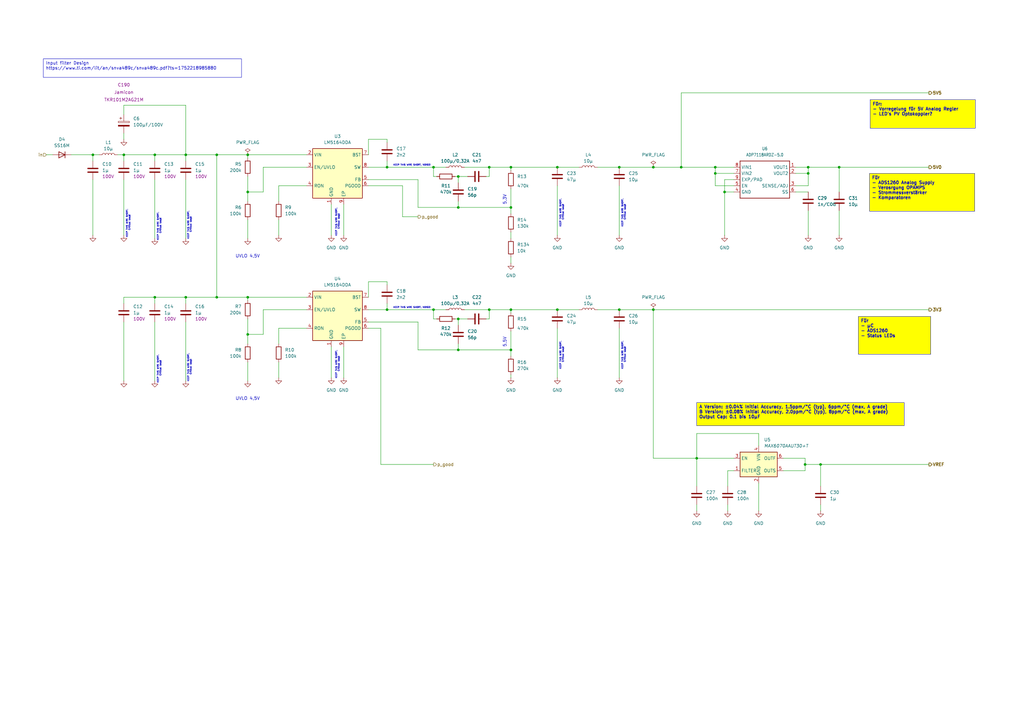
<source format=kicad_sch>
(kicad_sch
	(version 20250114)
	(generator "eeschema")
	(generator_version "9.0")
	(uuid "0a71412d-9bfe-4591-ab18-4fda89efb97a")
	(paper "A3")
	(lib_symbols
		(symbol "Device:C"
			(pin_numbers
				(hide yes)
			)
			(pin_names
				(offset 0.254)
			)
			(exclude_from_sim no)
			(in_bom yes)
			(on_board yes)
			(property "Reference" "C"
				(at 0.635 2.54 0)
				(effects
					(font
						(size 1.27 1.27)
					)
					(justify left)
				)
			)
			(property "Value" "C"
				(at 0.635 -2.54 0)
				(effects
					(font
						(size 1.27 1.27)
					)
					(justify left)
				)
			)
			(property "Footprint" ""
				(at 0.9652 -3.81 0)
				(effects
					(font
						(size 1.27 1.27)
					)
					(hide yes)
				)
			)
			(property "Datasheet" "~"
				(at 0 0 0)
				(effects
					(font
						(size 1.27 1.27)
					)
					(hide yes)
				)
			)
			(property "Description" "Unpolarized capacitor"
				(at 0 0 0)
				(effects
					(font
						(size 1.27 1.27)
					)
					(hide yes)
				)
			)
			(property "ki_keywords" "cap capacitor"
				(at 0 0 0)
				(effects
					(font
						(size 1.27 1.27)
					)
					(hide yes)
				)
			)
			(property "ki_fp_filters" "C_*"
				(at 0 0 0)
				(effects
					(font
						(size 1.27 1.27)
					)
					(hide yes)
				)
			)
			(symbol "C_0_1"
				(polyline
					(pts
						(xy -2.032 0.762) (xy 2.032 0.762)
					)
					(stroke
						(width 0.508)
						(type default)
					)
					(fill
						(type none)
					)
				)
				(polyline
					(pts
						(xy -2.032 -0.762) (xy 2.032 -0.762)
					)
					(stroke
						(width 0.508)
						(type default)
					)
					(fill
						(type none)
					)
				)
			)
			(symbol "C_1_1"
				(pin passive line
					(at 0 3.81 270)
					(length 2.794)
					(name "~"
						(effects
							(font
								(size 1.27 1.27)
							)
						)
					)
					(number "1"
						(effects
							(font
								(size 1.27 1.27)
							)
						)
					)
				)
				(pin passive line
					(at 0 -3.81 90)
					(length 2.794)
					(name "~"
						(effects
							(font
								(size 1.27 1.27)
							)
						)
					)
					(number "2"
						(effects
							(font
								(size 1.27 1.27)
							)
						)
					)
				)
			)
			(embedded_fonts no)
		)
		(symbol "Device:C_Polarized"
			(pin_numbers
				(hide yes)
			)
			(pin_names
				(offset 0.254)
			)
			(exclude_from_sim no)
			(in_bom yes)
			(on_board yes)
			(property "Reference" "C"
				(at 0.635 2.54 0)
				(effects
					(font
						(size 1.27 1.27)
					)
					(justify left)
				)
			)
			(property "Value" "C_Polarized"
				(at 0.635 -2.54 0)
				(effects
					(font
						(size 1.27 1.27)
					)
					(justify left)
				)
			)
			(property "Footprint" ""
				(at 0.9652 -3.81 0)
				(effects
					(font
						(size 1.27 1.27)
					)
					(hide yes)
				)
			)
			(property "Datasheet" "~"
				(at 0 0 0)
				(effects
					(font
						(size 1.27 1.27)
					)
					(hide yes)
				)
			)
			(property "Description" "Polarized capacitor"
				(at 0 0 0)
				(effects
					(font
						(size 1.27 1.27)
					)
					(hide yes)
				)
			)
			(property "ki_keywords" "cap capacitor"
				(at 0 0 0)
				(effects
					(font
						(size 1.27 1.27)
					)
					(hide yes)
				)
			)
			(property "ki_fp_filters" "CP_*"
				(at 0 0 0)
				(effects
					(font
						(size 1.27 1.27)
					)
					(hide yes)
				)
			)
			(symbol "C_Polarized_0_1"
				(rectangle
					(start -2.286 0.508)
					(end 2.286 1.016)
					(stroke
						(width 0)
						(type default)
					)
					(fill
						(type none)
					)
				)
				(polyline
					(pts
						(xy -1.778 2.286) (xy -0.762 2.286)
					)
					(stroke
						(width 0)
						(type default)
					)
					(fill
						(type none)
					)
				)
				(polyline
					(pts
						(xy -1.27 2.794) (xy -1.27 1.778)
					)
					(stroke
						(width 0)
						(type default)
					)
					(fill
						(type none)
					)
				)
				(rectangle
					(start 2.286 -0.508)
					(end -2.286 -1.016)
					(stroke
						(width 0)
						(type default)
					)
					(fill
						(type outline)
					)
				)
			)
			(symbol "C_Polarized_1_1"
				(pin passive line
					(at 0 3.81 270)
					(length 2.794)
					(name "~"
						(effects
							(font
								(size 1.27 1.27)
							)
						)
					)
					(number "1"
						(effects
							(font
								(size 1.27 1.27)
							)
						)
					)
				)
				(pin passive line
					(at 0 -3.81 90)
					(length 2.794)
					(name "~"
						(effects
							(font
								(size 1.27 1.27)
							)
						)
					)
					(number "2"
						(effects
							(font
								(size 1.27 1.27)
							)
						)
					)
				)
			)
			(embedded_fonts no)
		)
		(symbol "Device:D"
			(pin_numbers
				(hide yes)
			)
			(pin_names
				(offset 1.016)
				(hide yes)
			)
			(exclude_from_sim no)
			(in_bom yes)
			(on_board yes)
			(property "Reference" "D"
				(at 0 2.54 0)
				(effects
					(font
						(size 1.27 1.27)
					)
				)
			)
			(property "Value" "D"
				(at 0 -2.54 0)
				(effects
					(font
						(size 1.27 1.27)
					)
				)
			)
			(property "Footprint" ""
				(at 0 0 0)
				(effects
					(font
						(size 1.27 1.27)
					)
					(hide yes)
				)
			)
			(property "Datasheet" "~"
				(at 0 0 0)
				(effects
					(font
						(size 1.27 1.27)
					)
					(hide yes)
				)
			)
			(property "Description" "Diode"
				(at 0 0 0)
				(effects
					(font
						(size 1.27 1.27)
					)
					(hide yes)
				)
			)
			(property "Sim.Device" "D"
				(at 0 0 0)
				(effects
					(font
						(size 1.27 1.27)
					)
					(hide yes)
				)
			)
			(property "Sim.Pins" "1=K 2=A"
				(at 0 0 0)
				(effects
					(font
						(size 1.27 1.27)
					)
					(hide yes)
				)
			)
			(property "ki_keywords" "diode"
				(at 0 0 0)
				(effects
					(font
						(size 1.27 1.27)
					)
					(hide yes)
				)
			)
			(property "ki_fp_filters" "TO-???* *_Diode_* *SingleDiode* D_*"
				(at 0 0 0)
				(effects
					(font
						(size 1.27 1.27)
					)
					(hide yes)
				)
			)
			(symbol "D_0_1"
				(polyline
					(pts
						(xy -1.27 1.27) (xy -1.27 -1.27)
					)
					(stroke
						(width 0.254)
						(type default)
					)
					(fill
						(type none)
					)
				)
				(polyline
					(pts
						(xy 1.27 1.27) (xy 1.27 -1.27) (xy -1.27 0) (xy 1.27 1.27)
					)
					(stroke
						(width 0.254)
						(type default)
					)
					(fill
						(type none)
					)
				)
				(polyline
					(pts
						(xy 1.27 0) (xy -1.27 0)
					)
					(stroke
						(width 0)
						(type default)
					)
					(fill
						(type none)
					)
				)
			)
			(symbol "D_1_1"
				(pin passive line
					(at -3.81 0 0)
					(length 2.54)
					(name "K"
						(effects
							(font
								(size 1.27 1.27)
							)
						)
					)
					(number "1"
						(effects
							(font
								(size 1.27 1.27)
							)
						)
					)
				)
				(pin passive line
					(at 3.81 0 180)
					(length 2.54)
					(name "A"
						(effects
							(font
								(size 1.27 1.27)
							)
						)
					)
					(number "2"
						(effects
							(font
								(size 1.27 1.27)
							)
						)
					)
				)
			)
			(embedded_fonts no)
		)
		(symbol "Device:L"
			(pin_numbers
				(hide yes)
			)
			(pin_names
				(offset 1.016)
				(hide yes)
			)
			(exclude_from_sim no)
			(in_bom yes)
			(on_board yes)
			(property "Reference" "L"
				(at -1.27 0 90)
				(effects
					(font
						(size 1.27 1.27)
					)
				)
			)
			(property "Value" "L"
				(at 1.905 0 90)
				(effects
					(font
						(size 1.27 1.27)
					)
				)
			)
			(property "Footprint" ""
				(at 0 0 0)
				(effects
					(font
						(size 1.27 1.27)
					)
					(hide yes)
				)
			)
			(property "Datasheet" "~"
				(at 0 0 0)
				(effects
					(font
						(size 1.27 1.27)
					)
					(hide yes)
				)
			)
			(property "Description" "Inductor"
				(at 0 0 0)
				(effects
					(font
						(size 1.27 1.27)
					)
					(hide yes)
				)
			)
			(property "ki_keywords" "inductor choke coil reactor magnetic"
				(at 0 0 0)
				(effects
					(font
						(size 1.27 1.27)
					)
					(hide yes)
				)
			)
			(property "ki_fp_filters" "Choke_* *Coil* Inductor_* L_*"
				(at 0 0 0)
				(effects
					(font
						(size 1.27 1.27)
					)
					(hide yes)
				)
			)
			(symbol "L_0_1"
				(arc
					(start 0 2.54)
					(mid 0.6323 1.905)
					(end 0 1.27)
					(stroke
						(width 0)
						(type default)
					)
					(fill
						(type none)
					)
				)
				(arc
					(start 0 1.27)
					(mid 0.6323 0.635)
					(end 0 0)
					(stroke
						(width 0)
						(type default)
					)
					(fill
						(type none)
					)
				)
				(arc
					(start 0 0)
					(mid 0.6323 -0.635)
					(end 0 -1.27)
					(stroke
						(width 0)
						(type default)
					)
					(fill
						(type none)
					)
				)
				(arc
					(start 0 -1.27)
					(mid 0.6323 -1.905)
					(end 0 -2.54)
					(stroke
						(width 0)
						(type default)
					)
					(fill
						(type none)
					)
				)
			)
			(symbol "L_1_1"
				(pin passive line
					(at 0 3.81 270)
					(length 1.27)
					(name "1"
						(effects
							(font
								(size 1.27 1.27)
							)
						)
					)
					(number "1"
						(effects
							(font
								(size 1.27 1.27)
							)
						)
					)
				)
				(pin passive line
					(at 0 -3.81 90)
					(length 1.27)
					(name "2"
						(effects
							(font
								(size 1.27 1.27)
							)
						)
					)
					(number "2"
						(effects
							(font
								(size 1.27 1.27)
							)
						)
					)
				)
			)
			(embedded_fonts no)
		)
		(symbol "Device:R"
			(pin_numbers
				(hide yes)
			)
			(pin_names
				(offset 0)
			)
			(exclude_from_sim no)
			(in_bom yes)
			(on_board yes)
			(property "Reference" "R"
				(at 2.032 0 90)
				(effects
					(font
						(size 1.27 1.27)
					)
				)
			)
			(property "Value" "R"
				(at 0 0 90)
				(effects
					(font
						(size 1.27 1.27)
					)
				)
			)
			(property "Footprint" ""
				(at -1.778 0 90)
				(effects
					(font
						(size 1.27 1.27)
					)
					(hide yes)
				)
			)
			(property "Datasheet" "~"
				(at 0 0 0)
				(effects
					(font
						(size 1.27 1.27)
					)
					(hide yes)
				)
			)
			(property "Description" "Resistor"
				(at 0 0 0)
				(effects
					(font
						(size 1.27 1.27)
					)
					(hide yes)
				)
			)
			(property "ki_keywords" "R res resistor"
				(at 0 0 0)
				(effects
					(font
						(size 1.27 1.27)
					)
					(hide yes)
				)
			)
			(property "ki_fp_filters" "R_*"
				(at 0 0 0)
				(effects
					(font
						(size 1.27 1.27)
					)
					(hide yes)
				)
			)
			(symbol "R_0_1"
				(rectangle
					(start -1.016 -2.54)
					(end 1.016 2.54)
					(stroke
						(width 0.254)
						(type default)
					)
					(fill
						(type none)
					)
				)
			)
			(symbol "R_1_1"
				(pin passive line
					(at 0 3.81 270)
					(length 1.27)
					(name "~"
						(effects
							(font
								(size 1.27 1.27)
							)
						)
					)
					(number "1"
						(effects
							(font
								(size 1.27 1.27)
							)
						)
					)
				)
				(pin passive line
					(at 0 -3.81 90)
					(length 1.27)
					(name "~"
						(effects
							(font
								(size 1.27 1.27)
							)
						)
					)
					(number "2"
						(effects
							(font
								(size 1.27 1.27)
							)
						)
					)
				)
			)
			(embedded_fonts no)
		)
		(symbol "Reference_Voltage:MAX6070BAUT30+T"
			(exclude_from_sim no)
			(in_bom yes)
			(on_board yes)
			(property "Reference" "U"
				(at 1.27 8.89 0)
				(effects
					(font
						(size 1.27 1.27)
					)
					(justify left)
				)
			)
			(property "Value" "MAX6070BAUT30+T"
				(at 1.27 6.35 0)
				(effects
					(font
						(size 1.27 1.27)
						(italic yes)
					)
					(justify left)
				)
			)
			(property "Footprint" "Package_TO_SOT_SMD:SOT-23-6"
				(at 1.27 -7.62 0)
				(effects
					(font
						(size 1.27 1.27)
						(italic yes)
					)
					(justify left)
					(hide yes)
				)
			)
			(property "Datasheet" "https://www.analog.com/media/en/technical-documentation/data-sheets/MAX6070-MAX6071.pdf"
				(at 0 0 0)
				(effects
					(font
						(size 1.27 1.27)
						(italic yes)
					)
					(hide yes)
				)
			)
			(property "Description" "Low-Noise, High-Precision Series Voltage Reference, 3V, ±0.08% initial accuracy, SOT-23-6"
				(at 0 0 0)
				(effects
					(font
						(size 1.27 1.27)
					)
					(hide yes)
				)
			)
			(property "ki_keywords" "Low Noise Precision Voltage Reference"
				(at 0 0 0)
				(effects
					(font
						(size 1.27 1.27)
					)
					(hide yes)
				)
			)
			(property "ki_fp_filters" "SOT?23*"
				(at 0 0 0)
				(effects
					(font
						(size 1.27 1.27)
					)
					(hide yes)
				)
			)
			(symbol "MAX6070BAUT30+T_0_1"
				(rectangle
					(start -7.62 5.08)
					(end 7.62 -5.08)
					(stroke
						(width 0.254)
						(type solid)
					)
					(fill
						(type background)
					)
				)
			)
			(symbol "MAX6070BAUT30+T_1_1"
				(pin input line
					(at -10.16 2.54 0)
					(length 2.54)
					(name "EN"
						(effects
							(font
								(size 1.27 1.27)
							)
						)
					)
					(number "3"
						(effects
							(font
								(size 1.27 1.27)
							)
						)
					)
				)
				(pin passive line
					(at -10.16 -2.54 0)
					(length 2.54)
					(name "FILTER"
						(effects
							(font
								(size 1.27 1.27)
							)
						)
					)
					(number "1"
						(effects
							(font
								(size 1.27 1.27)
							)
						)
					)
				)
				(pin power_in line
					(at 0 7.62 270)
					(length 2.54)
					(name "VIN"
						(effects
							(font
								(size 1.27 1.27)
							)
						)
					)
					(number "4"
						(effects
							(font
								(size 1.27 1.27)
							)
						)
					)
				)
				(pin power_in line
					(at 0 -7.62 90)
					(length 2.54)
					(name "GND"
						(effects
							(font
								(size 1.27 1.27)
							)
						)
					)
					(number "2"
						(effects
							(font
								(size 1.27 1.27)
							)
						)
					)
				)
				(pin output line
					(at 10.16 2.54 180)
					(length 2.54)
					(name "OUTF"
						(effects
							(font
								(size 1.27 1.27)
							)
						)
					)
					(number "6"
						(effects
							(font
								(size 1.27 1.27)
							)
						)
					)
				)
				(pin input line
					(at 10.16 -2.54 180)
					(length 2.54)
					(name "OUTS"
						(effects
							(font
								(size 1.27 1.27)
							)
						)
					)
					(number "5"
						(effects
							(font
								(size 1.27 1.27)
							)
						)
					)
				)
			)
			(embedded_fonts no)
		)
		(symbol "Regulator_Switching:LM5164DDA"
			(exclude_from_sim no)
			(in_bom yes)
			(on_board yes)
			(property "Reference" "U"
				(at -8.89 11.43 0)
				(effects
					(font
						(size 1.27 1.27)
					)
				)
			)
			(property "Value" "LM5164DDA"
				(at 5.08 11.43 0)
				(effects
					(font
						(size 1.27 1.27)
					)
				)
			)
			(property "Footprint" "Package_SO:HSOP-8-1EP_3.9x4.9mm_P1.27mm_EP2.41x3.1mm_ThermalVias"
				(at 1.27 -11.43 0)
				(effects
					(font
						(size 1.27 1.27)
					)
					(hide yes)
				)
			)
			(property "Datasheet" "https://www.ti.com/lit/ds/symlink/lm5164.pdf?ts=1598311864250&ref_url=https%253A%252F%252Fwww.ti.com%252Fproduct%252FLM5164%253FHQS%253DTI-null-null-octopart-df-pf-null-wwe"
				(at -7.62 8.89 0)
				(effects
					(font
						(size 1.27 1.27)
					)
					(hide yes)
				)
			)
			(property "Description" "1A synchronous buck converter with ultra-low IQ, 6V - 100V input, adjustable output voltage, HSOP-8"
				(at 0 0 0)
				(effects
					(font
						(size 1.27 1.27)
					)
					(hide yes)
				)
			)
			(property "ki_keywords" "step-down dc-dc buck regulator adjustable"
				(at 0 0 0)
				(effects
					(font
						(size 1.27 1.27)
					)
					(hide yes)
				)
			)
			(property "ki_fp_filters" "HSOP*1EP*3.9x4.9*P1.27mm*"
				(at 0 0 0)
				(effects
					(font
						(size 1.27 1.27)
					)
					(hide yes)
				)
			)
			(symbol "LM5164DDA_1_1"
				(rectangle
					(start -10.16 10.16)
					(end 10.16 -10.16)
					(stroke
						(width 0.254)
						(type default)
					)
					(fill
						(type background)
					)
				)
				(pin power_in line
					(at -12.7 7.62 0)
					(length 2.54)
					(name "VIN"
						(effects
							(font
								(size 1.27 1.27)
							)
						)
					)
					(number "2"
						(effects
							(font
								(size 1.27 1.27)
							)
						)
					)
				)
				(pin input line
					(at -12.7 2.54 0)
					(length 2.54)
					(name "EN/UVLO"
						(effects
							(font
								(size 1.27 1.27)
							)
						)
					)
					(number "3"
						(effects
							(font
								(size 1.27 1.27)
							)
						)
					)
				)
				(pin passive line
					(at -12.7 -5.08 0)
					(length 2.54)
					(name "RON"
						(effects
							(font
								(size 1.27 1.27)
							)
						)
					)
					(number "4"
						(effects
							(font
								(size 1.27 1.27)
							)
						)
					)
				)
				(pin power_in line
					(at -2.54 -12.7 90)
					(length 2.54)
					(name "GND"
						(effects
							(font
								(size 1.27 1.27)
							)
						)
					)
					(number "1"
						(effects
							(font
								(size 1.27 1.27)
							)
						)
					)
				)
				(pin passive line
					(at 2.54 -12.7 90)
					(length 2.54)
					(name "EP"
						(effects
							(font
								(size 1.27 1.27)
							)
						)
					)
					(number "9"
						(effects
							(font
								(size 1.27 1.27)
							)
						)
					)
				)
				(pin passive line
					(at 12.7 7.62 180)
					(length 2.54)
					(name "BST"
						(effects
							(font
								(size 1.27 1.27)
							)
						)
					)
					(number "7"
						(effects
							(font
								(size 1.27 1.27)
							)
						)
					)
				)
				(pin power_out line
					(at 12.7 2.54 180)
					(length 2.54)
					(name "SW"
						(effects
							(font
								(size 1.27 1.27)
							)
						)
					)
					(number "8"
						(effects
							(font
								(size 1.27 1.27)
							)
						)
					)
				)
				(pin input line
					(at 12.7 -2.54 180)
					(length 2.54)
					(name "FB"
						(effects
							(font
								(size 1.27 1.27)
							)
						)
					)
					(number "5"
						(effects
							(font
								(size 1.27 1.27)
							)
						)
					)
				)
				(pin open_collector line
					(at 12.7 -5.08 180)
					(length 2.54)
					(name "PGOOD"
						(effects
							(font
								(size 1.27 1.27)
							)
						)
					)
					(number "6"
						(effects
							(font
								(size 1.27 1.27)
							)
						)
					)
				)
			)
			(embedded_fonts no)
		)
		(symbol "myVoltageRegulator:ADP7118"
			(exclude_from_sim no)
			(in_bom yes)
			(on_board yes)
			(property "Reference" "IC"
				(at 2.54 10.16 0)
				(effects
					(font
						(size 1.27 1.0795)
					)
					(justify left bottom)
				)
			)
			(property "Value" ""
				(at 2.54 -10.16 0)
				(effects
					(font
						(size 1.27 1.0795)
					)
					(justify left bottom)
				)
			)
			(property "Footprint" "greenMeter_v3:ADP7118_SOIC8"
				(at 0 0 0)
				(effects
					(font
						(size 1.27 1.27)
					)
					(hide yes)
				)
			)
			(property "Datasheet" ""
				(at 0 0 0)
				(effects
					(font
						(size 1.27 1.27)
					)
					(hide yes)
				)
			)
			(property "Description" ""
				(at 0 0 0)
				(effects
					(font
						(size 1.27 1.27)
					)
					(hide yes)
				)
			)
			(property "ki_locked" ""
				(at 0 0 0)
				(effects
					(font
						(size 1.27 1.27)
					)
				)
			)
			(symbol "ADP7118_1_0"
				(polyline
					(pts
						(xy -10.16 7.62) (xy 10.16 7.62)
					)
					(stroke
						(width 0.254)
						(type solid)
					)
					(fill
						(type none)
					)
				)
				(polyline
					(pts
						(xy -10.16 -7.62) (xy -10.16 7.62)
					)
					(stroke
						(width 0.254)
						(type solid)
					)
					(fill
						(type none)
					)
				)
				(polyline
					(pts
						(xy 10.16 7.62) (xy 10.16 -7.62)
					)
					(stroke
						(width 0.254)
						(type solid)
					)
					(fill
						(type none)
					)
				)
				(polyline
					(pts
						(xy 10.16 -7.62) (xy -10.16 -7.62)
					)
					(stroke
						(width 0.254)
						(type solid)
					)
					(fill
						(type none)
					)
				)
				(pin power_in line
					(at -12.7 5.08 0)
					(length 2.54)
					(name "VIN1"
						(effects
							(font
								(size 1.27 1.27)
							)
						)
					)
					(number "8"
						(effects
							(font
								(size 1.27 1.27)
							)
						)
					)
				)
				(pin power_in line
					(at -12.7 2.54 0)
					(length 2.54)
					(name "VIN2"
						(effects
							(font
								(size 1.27 1.27)
							)
						)
					)
					(number "7"
						(effects
							(font
								(size 1.27 1.27)
							)
						)
					)
				)
				(pin power_in line
					(at -12.7 0 0)
					(length 2.54)
					(name "EXP/PAD"
						(effects
							(font
								(size 1.27 1.27)
							)
						)
					)
					(number "9"
						(effects
							(font
								(size 1.27 1.27)
							)
						)
					)
				)
				(pin input line
					(at -12.7 -2.54 0)
					(length 2.54)
					(name "EN"
						(effects
							(font
								(size 1.27 1.27)
							)
						)
					)
					(number "5"
						(effects
							(font
								(size 1.27 1.27)
							)
						)
					)
				)
				(pin power_in line
					(at -12.7 -5.08 0)
					(length 2.54)
					(name "GND"
						(effects
							(font
								(size 1.27 1.27)
							)
						)
					)
					(number "4"
						(effects
							(font
								(size 1.27 1.27)
							)
						)
					)
				)
				(pin power_out line
					(at 12.7 5.08 180)
					(length 2.54)
					(name "VOUT1"
						(effects
							(font
								(size 1.27 1.27)
							)
						)
					)
					(number "1"
						(effects
							(font
								(size 1.27 1.27)
							)
						)
					)
				)
				(pin power_out line
					(at 12.7 2.54 180)
					(length 2.54)
					(name "VOUT2"
						(effects
							(font
								(size 1.27 1.27)
							)
						)
					)
					(number "2"
						(effects
							(font
								(size 1.27 1.27)
							)
						)
					)
				)
				(pin passive line
					(at 12.7 -2.54 180)
					(length 2.54)
					(name "SENSE/ADJ"
						(effects
							(font
								(size 1.27 1.27)
							)
						)
					)
					(number "3"
						(effects
							(font
								(size 1.27 1.27)
							)
						)
					)
				)
				(pin passive line
					(at 12.7 -5.08 180)
					(length 2.54)
					(name "SS"
						(effects
							(font
								(size 1.27 1.27)
							)
						)
					)
					(number "6"
						(effects
							(font
								(size 1.27 1.27)
							)
						)
					)
				)
			)
			(embedded_fonts no)
		)
		(symbol "power:GND"
			(power)
			(pin_numbers
				(hide yes)
			)
			(pin_names
				(offset 0)
				(hide yes)
			)
			(exclude_from_sim no)
			(in_bom yes)
			(on_board yes)
			(property "Reference" "#PWR"
				(at 0 -6.35 0)
				(effects
					(font
						(size 1.27 1.27)
					)
					(hide yes)
				)
			)
			(property "Value" "GND"
				(at 0 -3.81 0)
				(effects
					(font
						(size 1.27 1.27)
					)
				)
			)
			(property "Footprint" ""
				(at 0 0 0)
				(effects
					(font
						(size 1.27 1.27)
					)
					(hide yes)
				)
			)
			(property "Datasheet" ""
				(at 0 0 0)
				(effects
					(font
						(size 1.27 1.27)
					)
					(hide yes)
				)
			)
			(property "Description" "Power symbol creates a global label with name \"GND\" , ground"
				(at 0 0 0)
				(effects
					(font
						(size 1.27 1.27)
					)
					(hide yes)
				)
			)
			(property "ki_keywords" "global power"
				(at 0 0 0)
				(effects
					(font
						(size 1.27 1.27)
					)
					(hide yes)
				)
			)
			(symbol "GND_0_1"
				(polyline
					(pts
						(xy 0 0) (xy 0 -1.27) (xy 1.27 -1.27) (xy 0 -2.54) (xy -1.27 -1.27) (xy 0 -1.27)
					)
					(stroke
						(width 0)
						(type default)
					)
					(fill
						(type none)
					)
				)
			)
			(symbol "GND_1_1"
				(pin power_in line
					(at 0 0 270)
					(length 0)
					(name "~"
						(effects
							(font
								(size 1.27 1.27)
							)
						)
					)
					(number "1"
						(effects
							(font
								(size 1.27 1.27)
							)
						)
					)
				)
			)
			(embedded_fonts no)
		)
		(symbol "power:PWR_FLAG"
			(power)
			(pin_numbers
				(hide yes)
			)
			(pin_names
				(offset 0)
				(hide yes)
			)
			(exclude_from_sim no)
			(in_bom yes)
			(on_board yes)
			(property "Reference" "#FLG"
				(at 0 1.905 0)
				(effects
					(font
						(size 1.27 1.27)
					)
					(hide yes)
				)
			)
			(property "Value" "PWR_FLAG"
				(at 0 3.81 0)
				(effects
					(font
						(size 1.27 1.27)
					)
				)
			)
			(property "Footprint" ""
				(at 0 0 0)
				(effects
					(font
						(size 1.27 1.27)
					)
					(hide yes)
				)
			)
			(property "Datasheet" "~"
				(at 0 0 0)
				(effects
					(font
						(size 1.27 1.27)
					)
					(hide yes)
				)
			)
			(property "Description" "Special symbol for telling ERC where power comes from"
				(at 0 0 0)
				(effects
					(font
						(size 1.27 1.27)
					)
					(hide yes)
				)
			)
			(property "ki_keywords" "flag power"
				(at 0 0 0)
				(effects
					(font
						(size 1.27 1.27)
					)
					(hide yes)
				)
			)
			(symbol "PWR_FLAG_0_0"
				(pin power_out line
					(at 0 0 90)
					(length 0)
					(name "~"
						(effects
							(font
								(size 1.27 1.27)
							)
						)
					)
					(number "1"
						(effects
							(font
								(size 1.27 1.27)
							)
						)
					)
				)
			)
			(symbol "PWR_FLAG_0_1"
				(polyline
					(pts
						(xy 0 0) (xy 0 1.27) (xy -1.016 1.905) (xy 0 2.54) (xy 1.016 1.905) (xy 0 1.27)
					)
					(stroke
						(width 0)
						(type default)
					)
					(fill
						(type none)
					)
				)
			)
			(embedded_fonts no)
		)
	)
	(text "KEEP THIS WIRE SHORT, \nCritical loop!"
		(exclude_from_sim no)
		(at 65.278 151.13 90)
		(effects
			(font
				(size 0.635 0.635)
			)
		)
		(uuid "2fb1a431-5b69-4f83-8a6a-15a25785e3e5")
	)
	(text "KEEP THIS WIRE SHORT, \nCritical loop!"
		(exclude_from_sim no)
		(at 230.378 87.122 90)
		(effects
			(font
				(size 0.635 0.635)
			)
		)
		(uuid "32e3f2b0-d623-4520-8e32-98626fa14a62")
	)
	(text "UVLO 4,5V\n"
		(exclude_from_sim no)
		(at 101.6 163.576 0)
		(effects
			(font
				(size 1.27 1.27)
			)
		)
		(uuid "372d1083-c7ed-439d-b4b0-4090f2763f08")
	)
	(text "KEEP THIS WIRE SHORT, \nCritical loop!"
		(exclude_from_sim no)
		(at 255.778 145.542 90)
		(effects
			(font
				(size 0.635 0.635)
			)
		)
		(uuid "5f840927-6f77-4614-8660-39761cd87a62")
	)
	(text "UVLO 4,5V\n"
		(exclude_from_sim no)
		(at 101.6 105.156 0)
		(effects
			(font
				(size 1.27 1.27)
			)
		)
		(uuid "6f144863-5478-46df-9f69-3722819095f0")
	)
	(text "5,3V"
		(exclude_from_sim no)
		(at 207.772 84.074 90)
		(effects
			(font
				(size 1.27 1.27)
			)
			(justify left bottom)
		)
		(uuid "7590cfd5-fa8b-437e-8b55-21ac74a4dccf")
	)
	(text "KEEP THIS WIRE SHORT, NOISE!"
		(exclude_from_sim no)
		(at 168.91 67.818 0)
		(effects
			(font
				(size 0.635 0.635)
			)
		)
		(uuid "93239db0-3a95-4c82-894f-9817caab4582")
	)
	(text "KEEP THIS WIRE SHORT, \nCritical loop!"
		(exclude_from_sim no)
		(at 138.43 149.352 90)
		(effects
			(font
				(size 0.635 0.635)
			)
		)
		(uuid "946f197e-1c81-4c86-b0c7-35d6d585bb01")
	)
	(text "KEEP THIS WIRE SHORT, \nCritical loop!"
		(exclude_from_sim no)
		(at 255.778 87.122 90)
		(effects
			(font
				(size 0.635 0.635)
			)
		)
		(uuid "963e98e2-3ee6-4e42-9638-f4f344d0445f")
	)
	(text "5,5V"
		(exclude_from_sim no)
		(at 207.772 142.494 90)
		(effects
			(font
				(size 1.27 1.27)
			)
			(justify left bottom)
		)
		(uuid "b265a4f5-1e54-4237-98ff-89222b59bfbe")
	)
	(text "KEEP THIS WIRE SHORT, \nCritical loop!"
		(exclude_from_sim no)
		(at 65.278 92.71 90)
		(effects
			(font
				(size 0.635 0.635)
			)
		)
		(uuid "d4e42818-60af-49e3-8a9c-d938eac00a01")
	)
	(text "KEEP THIS WIRE SHORT, \nCritical loop!"
		(exclude_from_sim no)
		(at 77.724 92.202 90)
		(effects
			(font
				(size 0.635 0.635)
			)
		)
		(uuid "de9b3a84-0c56-4d76-b463-54ef735824b7")
	)
	(text "KEEP THIS WIRE SHORT, \nCritical loop!"
		(exclude_from_sim no)
		(at 138.43 90.932 90)
		(effects
			(font
				(size 0.635 0.635)
			)
		)
		(uuid "e0c61d15-f500-48b1-a324-6cd7109c67af")
	)
	(text "KEEP THIS WIRE SHORT, NOISE!"
		(exclude_from_sim no)
		(at 168.91 126.238 0)
		(effects
			(font
				(size 0.635 0.635)
			)
		)
		(uuid "e53b2c61-f652-4bac-940f-08d03a2dbfcc")
	)
	(text "KEEP THIS WIRE SHORT, \nCritical loop!"
		(exclude_from_sim no)
		(at 52.578 91.44 90)
		(effects
			(font
				(size 0.635 0.635)
			)
		)
		(uuid "e94f7508-4827-4d59-9895-5bcf068b9e63")
	)
	(text "KEEP THIS WIRE SHORT, \nCritical loop!"
		(exclude_from_sim no)
		(at 77.724 150.622 90)
		(effects
			(font
				(size 0.635 0.635)
			)
		)
		(uuid "f27144d1-12b1-4f44-896f-fcfee967b780")
	)
	(text "KEEP THIS WIRE SHORT, \nCritical loop!"
		(exclude_from_sim no)
		(at 230.378 145.542 90)
		(effects
			(font
				(size 0.635 0.635)
			)
		)
		(uuid "f93878df-79f5-4890-b2e4-44134295579e")
	)
	(text_box "Für:\n- Vorregelung für 5V Analog Regler\n- LED's PV Optokoppler?"
		(exclude_from_sim no)
		(at 356.87 40.894 0)
		(size 43.18 11.684)
		(margins 0.9525 0.9525 0.9525 0.9525)
		(stroke
			(width 0)
			(type default)
		)
		(fill
			(type color)
			(color 255 255 0 1)
		)
		(effects
			(font
				(size 1.27 1.27)
				(thickness 0.254)
				(bold yes)
			)
			(justify left top)
		)
		(uuid "280d6aca-637e-4d48-931a-4d766d59fa1a")
	)
	(text_box "A Version: ±0.04% Initial Accuracy, 1.5ppm/°C (typ), 6ppm/°C (max, A grade)\nB Version: ±0.08% Initial Accuracy, 2.0ppm/°C (typ), 8ppm/°C (max, A grade)\nOutput Cap: 0.1 bis 10µF"
		(exclude_from_sim no)
		(at 285.75 165.1 0)
		(size 85.09 9.525)
		(margins 0.9525 0.9525 0.9525 0.9525)
		(stroke
			(width 0)
			(type default)
		)
		(fill
			(type color)
			(color 255 255 0 1)
		)
		(effects
			(font
				(size 1.27 1.27)
				(thickness 0.254)
				(bold yes)
			)
			(justify left top)
		)
		(uuid "2c90f373-62ce-47a2-a9ec-4e6f68ffa810")
	)
	(text_box "Für\n- µC\n- ADS1260\n- Status LEDs\n"
		(exclude_from_sim no)
		(at 352.044 129.794 0)
		(size 29.718 15.494)
		(margins 0.9525 0.9525 0.9525 0.9525)
		(stroke
			(width 0)
			(type default)
		)
		(fill
			(type color)
			(color 255 255 0 1)
		)
		(effects
			(font
				(size 1.27 1.27)
				(thickness 0.254)
				(bold yes)
			)
			(justify left top)
		)
		(uuid "51e268eb-7441-4376-8a48-afcbc4538593")
	)
	(text_box "Input filter Design\nhttps://www.ti.com/lit/an/snva489c/snva489c.pdf?ts=1752218985880"
		(exclude_from_sim no)
		(at 17.78 24.13 0)
		(size 81.28 7.62)
		(margins 0.9525 0.9525 0.9525 0.9525)
		(stroke
			(width 0)
			(type solid)
		)
		(fill
			(type none)
		)
		(effects
			(font
				(size 1.27 1.27)
			)
			(justify left top)
		)
		(uuid "92c7301b-15b4-4460-8df8-7cdfcc14860f")
	)
	(text_box "Für\n- ADS1260 Analog Supply\n- Verosrgung OPAMPS\n- Strommessverstärker\n- Komparatoren\n"
		(exclude_from_sim no)
		(at 356.616 71.12 0)
		(size 43.18 15.494)
		(margins 0.9525 0.9525 0.9525 0.9525)
		(stroke
			(width 0)
			(type default)
		)
		(fill
			(type color)
			(color 255 255 0 1)
		)
		(effects
			(font
				(size 1.27 1.27)
				(thickness 0.254)
				(bold yes)
			)
			(justify left top)
		)
		(uuid "e7a8b682-1cca-4bef-9b16-a9ac8e27c75e")
	)
	(junction
		(at 267.97 68.58)
		(diameter 0)
		(color 0 0 0 0)
		(uuid "017310b7-a31c-4894-8ef6-546f6b96f711")
	)
	(junction
		(at 254 127)
		(diameter 0)
		(color 0 0 0 0)
		(uuid "01f43722-8fb0-4310-9391-6ea9a320ecc4")
	)
	(junction
		(at 88.9 121.92)
		(diameter 0)
		(color 0 0 0 0)
		(uuid "0a8750d6-9767-4e83-8d9e-2e7080fdeac8")
	)
	(junction
		(at 63.5 63.5)
		(diameter 0)
		(color 0 0 0 0)
		(uuid "13436fe3-550b-49a4-8108-cc5173267ae0")
	)
	(junction
		(at 200.66 127)
		(diameter 0)
		(color 0 0 0 0)
		(uuid "19da22f2-45e0-4e14-b3ba-6aad8612bcc1")
	)
	(junction
		(at 101.6 63.5)
		(diameter 0)
		(color 0 0 0 0)
		(uuid "1a75a511-0a62-4e55-a243-4397e35507a8")
	)
	(junction
		(at 330.2 190.5)
		(diameter 0)
		(color 0 0 0 0)
		(uuid "1b0780b5-3b76-4e2c-93d1-207491aefbae")
	)
	(junction
		(at 187.96 143.51)
		(diameter 0)
		(color 0 0 0 0)
		(uuid "1c72f919-3fe2-4ff8-aa42-41145651e968")
	)
	(junction
		(at 63.5 121.92)
		(diameter 0)
		(color 0 0 0 0)
		(uuid "29e8d28d-da57-47d9-9411-86f539da8f4c")
	)
	(junction
		(at 38.1 63.5)
		(diameter 0)
		(color 0 0 0 0)
		(uuid "2e9b781b-5741-4632-b2c9-3d67e10261e2")
	)
	(junction
		(at 209.55 127)
		(diameter 0)
		(color 0 0 0 0)
		(uuid "38ab6831-374a-403f-9802-4c31caafd4c8")
	)
	(junction
		(at 293.37 71.12)
		(diameter 0)
		(color 0 0 0 0)
		(uuid "40df898a-4676-4cf0-afd3-0d63df4e347f")
	)
	(junction
		(at 209.55 85.09)
		(diameter 0)
		(color 0 0 0 0)
		(uuid "40f65a3e-f21d-49c4-b17e-266f7aab54ec")
	)
	(junction
		(at 177.8 68.58)
		(diameter 0)
		(color 0 0 0 0)
		(uuid "4476a6cc-36d1-4d9f-9172-1cf9a0b4eaf1")
	)
	(junction
		(at 101.6 121.92)
		(diameter 0)
		(color 0 0 0 0)
		(uuid "4ce10989-c312-4481-a8a2-5cacace08491")
	)
	(junction
		(at 158.75 127)
		(diameter 0)
		(color 0 0 0 0)
		(uuid "4eb250b9-cb0b-4619-8d19-658356e94a2e")
	)
	(junction
		(at 279.4 68.58)
		(diameter 0)
		(color 0 0 0 0)
		(uuid "5c059de0-1503-4438-bbdb-663d869cc96f")
	)
	(junction
		(at 76.2 121.92)
		(diameter 0)
		(color 0 0 0 0)
		(uuid "5f99332a-f012-4c79-8952-af95471987b0")
	)
	(junction
		(at 158.75 68.58)
		(diameter 0)
		(color 0 0 0 0)
		(uuid "62d560d2-1370-4c39-8ee7-82a33bc59572")
	)
	(junction
		(at 209.55 143.51)
		(diameter 0)
		(color 0 0 0 0)
		(uuid "6caa046d-bf22-49dd-b57a-800e4c800822")
	)
	(junction
		(at 336.55 190.5)
		(diameter 0)
		(color 0 0 0 0)
		(uuid "6e23ea4b-8e91-455b-a12c-c6ac5e3720d3")
	)
	(junction
		(at 187.96 85.09)
		(diameter 0)
		(color 0 0 0 0)
		(uuid "6ec7647c-27e4-4345-9829-d39ccfc10967")
	)
	(junction
		(at 297.18 78.74)
		(diameter 0)
		(color 0 0 0 0)
		(uuid "75dcabb4-aea8-4c2c-9e07-5f6f5fe14194")
	)
	(junction
		(at 187.96 72.39)
		(diameter 0)
		(color 0 0 0 0)
		(uuid "7852bf91-e3ba-40ee-ab94-9ea1dbfc1f49")
	)
	(junction
		(at 331.47 68.58)
		(diameter 0)
		(color 0 0 0 0)
		(uuid "7bae1c6c-297e-4799-a12d-2551e354a414")
	)
	(junction
		(at 88.9 63.5)
		(diameter 0)
		(color 0 0 0 0)
		(uuid "82e2a1f6-a5c8-4ee6-8571-7e632e890bed")
	)
	(junction
		(at 228.6 68.58)
		(diameter 0)
		(color 0 0 0 0)
		(uuid "867bebcc-6181-4c1f-8f2d-bfe76ff0971e")
	)
	(junction
		(at 344.17 68.58)
		(diameter 0)
		(color 0 0 0 0)
		(uuid "867d503a-fc04-4b5f-a3af-ea064dfa8024")
	)
	(junction
		(at 209.55 68.58)
		(diameter 0)
		(color 0 0 0 0)
		(uuid "8b65674b-534c-4790-bd65-3b6eb8b2d3f2")
	)
	(junction
		(at 331.47 71.12)
		(diameter 0)
		(color 0 0 0 0)
		(uuid "9354e4e1-abc5-4d02-9116-50982e1f23f3")
	)
	(junction
		(at 254 68.58)
		(diameter 0)
		(color 0 0 0 0)
		(uuid "941875c4-8c61-435e-b697-e23657faa806")
	)
	(junction
		(at 101.6 137.16)
		(diameter 0)
		(color 0 0 0 0)
		(uuid "9493a80e-738e-406a-b29a-994f54bd4642")
	)
	(junction
		(at 285.75 187.96)
		(diameter 0)
		(color 0 0 0 0)
		(uuid "b00fa211-b538-4512-82d9-8eb06fbdb66e")
	)
	(junction
		(at 267.97 127)
		(diameter 0)
		(color 0 0 0 0)
		(uuid "b6053727-fa8a-47aa-8abf-999714c80774")
	)
	(junction
		(at 293.37 68.58)
		(diameter 0)
		(color 0 0 0 0)
		(uuid "c0fdcc03-79bd-4706-ad65-d9e5f2dc4bde")
	)
	(junction
		(at 200.66 68.58)
		(diameter 0)
		(color 0 0 0 0)
		(uuid "c4eb1559-0185-44ee-b1e5-e862a74dfc30")
	)
	(junction
		(at 101.6 78.74)
		(diameter 0)
		(color 0 0 0 0)
		(uuid "c5e39b3d-7318-4ad3-8d41-6be422012d87")
	)
	(junction
		(at 187.96 130.81)
		(diameter 0)
		(color 0 0 0 0)
		(uuid "d1f1df3d-8472-4357-b971-315b6b3fe3da")
	)
	(junction
		(at 177.8 127)
		(diameter 0)
		(color 0 0 0 0)
		(uuid "e8087ebd-fd67-4e8d-a9c5-cd59cac22eb7")
	)
	(junction
		(at 50.8 63.5)
		(diameter 0)
		(color 0 0 0 0)
		(uuid "f070e1c2-29da-4a22-8e06-2e563d41fc0f")
	)
	(junction
		(at 76.2 63.5)
		(diameter 0)
		(color 0 0 0 0)
		(uuid "fa8098ca-e1dd-4648-b572-42b83004226a")
	)
	(junction
		(at 228.6 127)
		(diameter 0)
		(color 0 0 0 0)
		(uuid "fcc7690c-8fdc-4f10-92c7-e21877b4d74c")
	)
	(wire
		(pts
			(xy 63.5 73.66) (xy 63.5 97.79)
		)
		(stroke
			(width 0)
			(type default)
		)
		(uuid "0013036f-53ae-4a93-a82d-2ba9ce9bb8b4")
	)
	(wire
		(pts
			(xy 101.6 78.74) (xy 107.95 78.74)
		)
		(stroke
			(width 0)
			(type default)
		)
		(uuid "0157fa22-29dd-416c-872f-89b60b7000ef")
	)
	(wire
		(pts
			(xy 29.21 63.5) (xy 38.1 63.5)
		)
		(stroke
			(width 0)
			(type default)
		)
		(uuid "048def85-ced5-4a22-a727-2710fc60d946")
	)
	(wire
		(pts
			(xy 114.3 140.97) (xy 114.3 134.62)
		)
		(stroke
			(width 0)
			(type default)
		)
		(uuid "05a63dcd-5245-4bc6-8e95-f002c5fc186e")
	)
	(wire
		(pts
			(xy 228.6 76.2) (xy 228.6 96.52)
		)
		(stroke
			(width 0)
			(type default)
		)
		(uuid "10885635-e653-4692-b98a-ca5dd4e6d9b5")
	)
	(wire
		(pts
			(xy 293.37 71.12) (xy 300.99 71.12)
		)
		(stroke
			(width 0)
			(type default)
		)
		(uuid "10f39506-4fa3-41c7-8431-6580ffec400a")
	)
	(wire
		(pts
			(xy 19.05 63.5) (xy 21.59 63.5)
		)
		(stroke
			(width 0)
			(type default)
		)
		(uuid "115e23db-fb79-49c6-aafe-fb0a10f3d891")
	)
	(wire
		(pts
			(xy 254 68.58) (xy 267.97 68.58)
		)
		(stroke
			(width 0)
			(type default)
		)
		(uuid "1c5e2149-2e2f-4dc9-b50e-8549935d0263")
	)
	(wire
		(pts
			(xy 158.75 127) (xy 177.8 127)
		)
		(stroke
			(width 0)
			(type default)
		)
		(uuid "1ca2de98-f272-42c8-8bd0-e747cac9c9a1")
	)
	(wire
		(pts
			(xy 285.75 207.01) (xy 285.75 209.55)
		)
		(stroke
			(width 0)
			(type default)
		)
		(uuid "1cbfd99c-f143-4ab6-b5fe-51cb215db219")
	)
	(wire
		(pts
			(xy 63.5 132.08) (xy 63.5 156.21)
		)
		(stroke
			(width 0)
			(type default)
		)
		(uuid "1ed91df9-2b3c-44fb-a07b-89df7ace5972")
	)
	(wire
		(pts
			(xy 228.6 134.62) (xy 228.6 154.94)
		)
		(stroke
			(width 0)
			(type default)
		)
		(uuid "1ef42a40-c7c0-4375-869b-017780f94c61")
	)
	(wire
		(pts
			(xy 331.47 76.2) (xy 331.47 71.12)
		)
		(stroke
			(width 0)
			(type default)
		)
		(uuid "1f66e761-e789-4102-ae5e-a0bf0b28bcec")
	)
	(wire
		(pts
			(xy 187.96 130.81) (xy 187.96 133.35)
		)
		(stroke
			(width 0)
			(type default)
		)
		(uuid "2154caed-f685-46a0-a250-c4c21a6bdbe1")
	)
	(wire
		(pts
			(xy 151.13 68.58) (xy 158.75 68.58)
		)
		(stroke
			(width 0)
			(type default)
		)
		(uuid "215d5143-5d7a-45d9-8705-1c5f806bf29d")
	)
	(wire
		(pts
			(xy 50.8 54.61) (xy 50.8 57.15)
		)
		(stroke
			(width 0)
			(type default)
		)
		(uuid "23796b5c-5acd-426a-ae16-68aed58d3968")
	)
	(wire
		(pts
			(xy 285.75 177.8) (xy 311.15 177.8)
		)
		(stroke
			(width 0)
			(type default)
		)
		(uuid "259c6a90-6bf7-4b22-bdc7-bd31cc699ef1")
	)
	(wire
		(pts
			(xy 38.1 73.66) (xy 38.1 96.52)
		)
		(stroke
			(width 0)
			(type default)
		)
		(uuid "26cfabe4-01ef-4f44-b358-2b30a29f9327")
	)
	(wire
		(pts
			(xy 101.6 148.59) (xy 101.6 156.21)
		)
		(stroke
			(width 0)
			(type default)
		)
		(uuid "27806db4-39cb-49f7-bcc8-42f1aa3a3275")
	)
	(wire
		(pts
			(xy 209.55 143.51) (xy 209.55 146.05)
		)
		(stroke
			(width 0)
			(type default)
		)
		(uuid "2a896553-a28e-4216-88ae-5a025a10df0b")
	)
	(wire
		(pts
			(xy 209.55 77.47) (xy 209.55 85.09)
		)
		(stroke
			(width 0)
			(type default)
		)
		(uuid "2b687f15-429d-4c85-8ca3-38276c0acfa0")
	)
	(wire
		(pts
			(xy 76.2 63.5) (xy 76.2 66.04)
		)
		(stroke
			(width 0)
			(type default)
		)
		(uuid "2c5dbf87-fd7f-4920-8b46-0d14d219e8b3")
	)
	(wire
		(pts
			(xy 267.97 127) (xy 267.97 187.96)
		)
		(stroke
			(width 0)
			(type default)
		)
		(uuid "2d76dcf1-7874-4f7c-b381-c636f3911e1b")
	)
	(wire
		(pts
			(xy 321.31 187.96) (xy 330.2 187.96)
		)
		(stroke
			(width 0)
			(type default)
		)
		(uuid "30843ef4-37ab-4bc2-b0a9-1468f7ee4590")
	)
	(wire
		(pts
			(xy 135.89 142.24) (xy 135.89 154.94)
		)
		(stroke
			(width 0)
			(type default)
		)
		(uuid "3095d4ba-632d-4632-b97f-5be4eea175d6")
	)
	(wire
		(pts
			(xy 311.15 182.88) (xy 311.15 177.8)
		)
		(stroke
			(width 0)
			(type default)
		)
		(uuid "331e8f59-6a59-4ba8-bd5e-baff0190a03d")
	)
	(wire
		(pts
			(xy 209.55 69.85) (xy 209.55 68.58)
		)
		(stroke
			(width 0)
			(type default)
		)
		(uuid "34712ed2-1b02-4c1e-ab23-ef78b0b80721")
	)
	(wire
		(pts
			(xy 107.95 127) (xy 107.95 137.16)
		)
		(stroke
			(width 0)
			(type default)
		)
		(uuid "35c5fd3c-5f83-40e1-b046-3bb7dbce7e0d")
	)
	(wire
		(pts
			(xy 200.66 68.58) (xy 190.5 68.58)
		)
		(stroke
			(width 0)
			(type default)
		)
		(uuid "368a36c6-d685-42c3-bd41-4d07d9b5e3da")
	)
	(wire
		(pts
			(xy 101.6 121.92) (xy 101.6 123.19)
		)
		(stroke
			(width 0)
			(type default)
		)
		(uuid "39da4e50-7cd4-4266-aab2-91d613057f0d")
	)
	(wire
		(pts
			(xy 209.55 85.09) (xy 209.55 87.63)
		)
		(stroke
			(width 0)
			(type default)
		)
		(uuid "3b780d5f-5bb3-43ea-92e4-84cc2e4a9020")
	)
	(wire
		(pts
			(xy 151.13 57.15) (xy 151.13 63.5)
		)
		(stroke
			(width 0)
			(type default)
		)
		(uuid "3bf18eec-ff5a-498e-b7b4-8e824e4cd7a8")
	)
	(wire
		(pts
			(xy 297.18 78.74) (xy 297.18 96.52)
		)
		(stroke
			(width 0)
			(type default)
		)
		(uuid "3dc2fba2-a5c0-487d-8364-b05228eb1178")
	)
	(wire
		(pts
			(xy 187.96 72.39) (xy 191.77 72.39)
		)
		(stroke
			(width 0)
			(type default)
		)
		(uuid "41406e39-0837-4ca9-a2d6-c15340dc42da")
	)
	(wire
		(pts
			(xy 187.96 140.97) (xy 187.96 143.51)
		)
		(stroke
			(width 0)
			(type default)
		)
		(uuid "45d9b3b7-7446-455c-95d5-875c6991e768")
	)
	(wire
		(pts
			(xy 209.55 153.67) (xy 209.55 154.94)
		)
		(stroke
			(width 0)
			(type default)
		)
		(uuid "4804e6d2-791d-4661-9b1b-d0ca1724c30a")
	)
	(wire
		(pts
			(xy 50.8 132.08) (xy 50.8 156.21)
		)
		(stroke
			(width 0)
			(type default)
		)
		(uuid "48ea960e-b4ec-46ac-a0e8-7118d9733735")
	)
	(wire
		(pts
			(xy 209.55 127) (xy 228.6 127)
		)
		(stroke
			(width 0)
			(type default)
		)
		(uuid "4b5924fc-c686-4f57-a97d-f1fe2f3be3d5")
	)
	(wire
		(pts
			(xy 228.6 127) (xy 237.49 127)
		)
		(stroke
			(width 0)
			(type default)
		)
		(uuid "4b59d096-b1b2-4f86-a6c0-92734aad6de1")
	)
	(wire
		(pts
			(xy 107.95 127) (xy 125.73 127)
		)
		(stroke
			(width 0)
			(type default)
		)
		(uuid "4b79f342-3be1-447b-8dba-e5b7f78bc32e")
	)
	(wire
		(pts
			(xy 171.45 143.51) (xy 171.45 132.08)
		)
		(stroke
			(width 0)
			(type default)
		)
		(uuid "4dcec276-68a0-4aec-9b5c-85b7ae6c9537")
	)
	(wire
		(pts
			(xy 321.31 193.04) (xy 330.2 193.04)
		)
		(stroke
			(width 0)
			(type default)
		)
		(uuid "4fe473c9-de17-42b5-b08d-1319d5b91c5a")
	)
	(wire
		(pts
			(xy 151.13 134.62) (xy 156.21 134.62)
		)
		(stroke
			(width 0)
			(type default)
		)
		(uuid "51e78214-65dc-401c-85d7-5f1a27bd6cc4")
	)
	(wire
		(pts
			(xy 285.75 187.96) (xy 300.99 187.96)
		)
		(stroke
			(width 0)
			(type default)
		)
		(uuid "54b425c7-b2ea-4c3e-bffe-f37c4f61c0b1")
	)
	(wire
		(pts
			(xy 279.4 68.58) (xy 293.37 68.58)
		)
		(stroke
			(width 0)
			(type default)
		)
		(uuid "55a7e390-3071-4218-a845-696cacddd339")
	)
	(wire
		(pts
			(xy 177.8 127) (xy 177.8 130.81)
		)
		(stroke
			(width 0)
			(type default)
		)
		(uuid "55d74de2-23ef-41f1-9c1f-abd818e752e4")
	)
	(wire
		(pts
			(xy 186.69 130.81) (xy 187.96 130.81)
		)
		(stroke
			(width 0)
			(type default)
		)
		(uuid "58470ce7-d82c-46d6-90a7-5b236baaab3a")
	)
	(wire
		(pts
			(xy 200.66 68.58) (xy 209.55 68.58)
		)
		(stroke
			(width 0)
			(type default)
		)
		(uuid "5a3d4049-104b-4254-a6ad-5979a3ddc52d")
	)
	(wire
		(pts
			(xy 177.8 68.58) (xy 182.88 68.58)
		)
		(stroke
			(width 0)
			(type default)
		)
		(uuid "5a9c1502-c39a-4bec-9222-dbabff71b461")
	)
	(wire
		(pts
			(xy 187.96 130.81) (xy 191.77 130.81)
		)
		(stroke
			(width 0)
			(type default)
		)
		(uuid "5e01ad40-47fe-49ec-b675-0573928222e4")
	)
	(wire
		(pts
			(xy 209.55 105.41) (xy 209.55 107.95)
		)
		(stroke
			(width 0)
			(type default)
		)
		(uuid "5ebba387-b658-4137-9c9f-9d799c6c0d49")
	)
	(wire
		(pts
			(xy 326.39 78.74) (xy 331.47 78.74)
		)
		(stroke
			(width 0)
			(type default)
		)
		(uuid "5ec18e3f-3dbd-4178-8cc4-e061d2752f24")
	)
	(wire
		(pts
			(xy 300.99 73.66) (xy 297.18 73.66)
		)
		(stroke
			(width 0)
			(type default)
		)
		(uuid "60c505d6-a221-4904-90f6-1d9191df5f32")
	)
	(wire
		(pts
			(xy 38.1 63.5) (xy 38.1 66.04)
		)
		(stroke
			(width 0)
			(type default)
		)
		(uuid "617c1e45-5400-4daa-b880-05b442314318")
	)
	(wire
		(pts
			(xy 101.6 121.92) (xy 125.73 121.92)
		)
		(stroke
			(width 0)
			(type default)
		)
		(uuid "628b93c8-504d-4e71-8cd6-c802452aecc5")
	)
	(wire
		(pts
			(xy 200.66 127) (xy 190.5 127)
		)
		(stroke
			(width 0)
			(type default)
		)
		(uuid "642c6103-d24a-4341-8316-c85b5c45b5bc")
	)
	(wire
		(pts
			(xy 151.13 115.57) (xy 151.13 121.92)
		)
		(stroke
			(width 0)
			(type default)
		)
		(uuid "66571095-28c4-4161-a9ab-11bce144945e")
	)
	(wire
		(pts
			(xy 114.3 148.59) (xy 114.3 154.94)
		)
		(stroke
			(width 0)
			(type default)
		)
		(uuid "6674d948-2bdc-4291-b177-54f3f0cffe05")
	)
	(wire
		(pts
			(xy 331.47 68.58) (xy 344.17 68.58)
		)
		(stroke
			(width 0)
			(type default)
		)
		(uuid "69add8a7-5eba-421c-8d34-1d252bb1212e")
	)
	(wire
		(pts
			(xy 199.39 130.81) (xy 200.66 130.81)
		)
		(stroke
			(width 0)
			(type default)
		)
		(uuid "6aaada62-1e6f-40cd-9405-bc1c56df378e")
	)
	(wire
		(pts
			(xy 101.6 63.5) (xy 125.73 63.5)
		)
		(stroke
			(width 0)
			(type default)
		)
		(uuid "6b909a07-d3be-4bad-8867-e17f15f2e1ea")
	)
	(wire
		(pts
			(xy 331.47 71.12) (xy 331.47 68.58)
		)
		(stroke
			(width 0)
			(type default)
		)
		(uuid "6d8e12f1-7c50-41ae-8610-c3bff6109ab6")
	)
	(wire
		(pts
			(xy 187.96 143.51) (xy 171.45 143.51)
		)
		(stroke
			(width 0)
			(type default)
		)
		(uuid "6f18c50a-9c2b-448f-b5ad-94a258c371b7")
	)
	(wire
		(pts
			(xy 156.21 190.5) (xy 177.8 190.5)
		)
		(stroke
			(width 0)
			(type default)
		)
		(uuid "6f1bf92c-a9a5-4a4d-bfdc-e4841cd8eafa")
	)
	(wire
		(pts
			(xy 293.37 76.2) (xy 300.99 76.2)
		)
		(stroke
			(width 0)
			(type default)
		)
		(uuid "7201b557-e219-4cfc-ac27-5e73734bfe44")
	)
	(wire
		(pts
			(xy 50.8 63.5) (xy 50.8 66.04)
		)
		(stroke
			(width 0)
			(type default)
		)
		(uuid "74544583-f888-4137-b1eb-02bc71c3a71b")
	)
	(wire
		(pts
			(xy 101.6 90.17) (xy 101.6 97.79)
		)
		(stroke
			(width 0)
			(type default)
		)
		(uuid "74b54549-d97c-47be-a526-227670bb7799")
	)
	(wire
		(pts
			(xy 63.5 121.92) (xy 63.5 124.46)
		)
		(stroke
			(width 0)
			(type default)
		)
		(uuid "785efb97-eb1f-41c0-b5e2-1fb051de538b")
	)
	(wire
		(pts
			(xy 114.3 82.55) (xy 114.3 76.2)
		)
		(stroke
			(width 0)
			(type default)
		)
		(uuid "7880a945-108e-4ca3-abb1-e0ce1789b810")
	)
	(wire
		(pts
			(xy 101.6 72.39) (xy 101.6 78.74)
		)
		(stroke
			(width 0)
			(type default)
		)
		(uuid "79f7a482-7033-48fc-9e52-b0d13bd76292")
	)
	(wire
		(pts
			(xy 114.3 134.62) (xy 125.73 134.62)
		)
		(stroke
			(width 0)
			(type default)
		)
		(uuid "7c18327a-b97c-4ffa-935f-bf33ae04c25a")
	)
	(wire
		(pts
			(xy 151.13 127) (xy 158.75 127)
		)
		(stroke
			(width 0)
			(type default)
		)
		(uuid "7cc03cc4-be07-460d-802d-1ba198f218df")
	)
	(wire
		(pts
			(xy 107.95 68.58) (xy 125.73 68.58)
		)
		(stroke
			(width 0)
			(type default)
		)
		(uuid "801add18-a6a8-4c4b-8717-1989374493ed")
	)
	(wire
		(pts
			(xy 293.37 68.58) (xy 293.37 71.12)
		)
		(stroke
			(width 0)
			(type default)
		)
		(uuid "80c49178-358c-4bac-9b4e-be2672d3babe")
	)
	(wire
		(pts
			(xy 107.95 68.58) (xy 107.95 78.74)
		)
		(stroke
			(width 0)
			(type default)
		)
		(uuid "82ba527d-9383-489d-b71c-8ad0f82684e6")
	)
	(wire
		(pts
			(xy 209.55 68.58) (xy 228.6 68.58)
		)
		(stroke
			(width 0)
			(type default)
		)
		(uuid "854e9713-b775-45a3-b37f-6e0c74de9911")
	)
	(wire
		(pts
			(xy 76.2 121.92) (xy 76.2 124.46)
		)
		(stroke
			(width 0)
			(type default)
		)
		(uuid "86f2f5d6-1459-4164-87e0-e497c0b389de")
	)
	(wire
		(pts
			(xy 63.5 63.5) (xy 63.5 66.04)
		)
		(stroke
			(width 0)
			(type default)
		)
		(uuid "87269780-cbdd-40d9-9543-197958aa80b8")
	)
	(wire
		(pts
			(xy 177.8 68.58) (xy 177.8 72.39)
		)
		(stroke
			(width 0)
			(type default)
		)
		(uuid "876cea29-423c-41be-b750-5414785d8792")
	)
	(wire
		(pts
			(xy 279.4 38.1) (xy 381 38.1)
		)
		(stroke
			(width 0)
			(type default)
		)
		(uuid "87831d2f-e7cd-4cb0-9624-b1c8b8cd0de0")
	)
	(wire
		(pts
			(xy 171.45 85.09) (xy 171.45 73.66)
		)
		(stroke
			(width 0)
			(type default)
		)
		(uuid "89acf664-6a4e-42f6-84ce-c4ed0f8c7798")
	)
	(wire
		(pts
			(xy 267.97 187.96) (xy 285.75 187.96)
		)
		(stroke
			(width 0)
			(type default)
		)
		(uuid "89ceec8b-da12-4d04-af5d-2000a53fc226")
	)
	(wire
		(pts
			(xy 179.07 130.81) (xy 177.8 130.81)
		)
		(stroke
			(width 0)
			(type default)
		)
		(uuid "8a47933f-e86c-4a81-97dc-bbab10dca847")
	)
	(wire
		(pts
			(xy 179.07 72.39) (xy 177.8 72.39)
		)
		(stroke
			(width 0)
			(type default)
		)
		(uuid "8a5aa5c5-fd2d-487a-9f66-6962ae36cbec")
	)
	(wire
		(pts
			(xy 171.45 73.66) (xy 151.13 73.66)
		)
		(stroke
			(width 0)
			(type default)
		)
		(uuid "8ac9f4d0-38ce-43d4-936c-814dd58bf1ce")
	)
	(wire
		(pts
			(xy 50.8 63.5) (xy 63.5 63.5)
		)
		(stroke
			(width 0)
			(type default)
		)
		(uuid "8e37f6e3-e753-4a47-80cd-c4ff718d3387")
	)
	(wire
		(pts
			(xy 330.2 193.04) (xy 330.2 190.5)
		)
		(stroke
			(width 0)
			(type default)
		)
		(uuid "8f69fd53-b2ca-4e5c-8871-c0b379be1629")
	)
	(wire
		(pts
			(xy 336.55 190.5) (xy 381 190.5)
		)
		(stroke
			(width 0)
			(type default)
		)
		(uuid "90279cff-d347-4e7e-8266-8f5742b59f6c")
	)
	(wire
		(pts
			(xy 101.6 137.16) (xy 107.95 137.16)
		)
		(stroke
			(width 0)
			(type default)
		)
		(uuid "9034792b-da33-4618-a7aa-a1544f1184aa")
	)
	(wire
		(pts
			(xy 209.55 128.27) (xy 209.55 127)
		)
		(stroke
			(width 0)
			(type default)
		)
		(uuid "90bdae56-d931-4cfe-8073-dfbb44287263")
	)
	(wire
		(pts
			(xy 101.6 137.16) (xy 101.6 140.97)
		)
		(stroke
			(width 0)
			(type default)
		)
		(uuid "92ee1612-e9ba-45d3-9885-def44598f7bd")
	)
	(wire
		(pts
			(xy 76.2 121.92) (xy 88.9 121.92)
		)
		(stroke
			(width 0)
			(type default)
		)
		(uuid "943624b4-b844-4594-98d9-44d8a65edd57")
	)
	(wire
		(pts
			(xy 344.17 86.36) (xy 344.17 96.52)
		)
		(stroke
			(width 0)
			(type default)
		)
		(uuid "9636376a-d452-4b5a-bc2b-40e3bab4e6a9")
	)
	(wire
		(pts
			(xy 209.55 95.25) (xy 209.55 97.79)
		)
		(stroke
			(width 0)
			(type default)
		)
		(uuid "96cbb043-9c7a-460e-bac8-17a54edfb5ed")
	)
	(wire
		(pts
			(xy 50.8 43.18) (xy 76.2 43.18)
		)
		(stroke
			(width 0)
			(type default)
		)
		(uuid "96ebd3d1-3f71-4330-9db3-5dfbd553837a")
	)
	(wire
		(pts
			(xy 140.97 83.82) (xy 140.97 96.52)
		)
		(stroke
			(width 0)
			(type default)
		)
		(uuid "9726c3b6-9805-4976-bd21-26f42e584c66")
	)
	(wire
		(pts
			(xy 76.2 132.08) (xy 76.2 156.21)
		)
		(stroke
			(width 0)
			(type default)
		)
		(uuid "973c2641-7076-4d54-8d29-818b9cb008be")
	)
	(wire
		(pts
			(xy 336.55 190.5) (xy 336.55 199.39)
		)
		(stroke
			(width 0)
			(type default)
		)
		(uuid "97c6b2a5-263c-466e-8cda-6f7d71892f04")
	)
	(wire
		(pts
			(xy 245.11 127) (xy 254 127)
		)
		(stroke
			(width 0)
			(type default)
		)
		(uuid "97ccd819-3772-42a8-a48f-f19592d66ad3")
	)
	(wire
		(pts
			(xy 311.15 198.12) (xy 311.15 209.55)
		)
		(stroke
			(width 0)
			(type default)
		)
		(uuid "988d9b5b-1aca-4ab0-8d25-6e8f23b1cd1a")
	)
	(wire
		(pts
			(xy 331.47 68.58) (xy 326.39 68.58)
		)
		(stroke
			(width 0)
			(type default)
		)
		(uuid "98d40bee-b240-4b97-926f-0035ce743660")
	)
	(wire
		(pts
			(xy 50.8 73.66) (xy 50.8 96.52)
		)
		(stroke
			(width 0)
			(type default)
		)
		(uuid "994b7fc8-da37-43fc-9aad-69525c1c8000")
	)
	(wire
		(pts
			(xy 50.8 43.18) (xy 50.8 46.99)
		)
		(stroke
			(width 0)
			(type default)
		)
		(uuid "9a2db373-0221-4d5c-a236-58e37e8bda02")
	)
	(wire
		(pts
			(xy 285.75 187.96) (xy 285.75 199.39)
		)
		(stroke
			(width 0)
			(type default)
		)
		(uuid "9a678301-9a1a-482a-b71f-815591e702a9")
	)
	(wire
		(pts
			(xy 158.75 68.58) (xy 177.8 68.58)
		)
		(stroke
			(width 0)
			(type default)
		)
		(uuid "9ca764eb-ef74-4dee-a3a3-b8f80d020a02")
	)
	(wire
		(pts
			(xy 50.8 121.92) (xy 50.8 124.46)
		)
		(stroke
			(width 0)
			(type default)
		)
		(uuid "9d864a88-19cf-46a0-85e7-cab7a2ba95e6")
	)
	(wire
		(pts
			(xy 326.39 76.2) (xy 331.47 76.2)
		)
		(stroke
			(width 0)
			(type default)
		)
		(uuid "9e113d0f-511e-4c9f-994f-7ee67645e25a")
	)
	(wire
		(pts
			(xy 114.3 76.2) (xy 125.73 76.2)
		)
		(stroke
			(width 0)
			(type default)
		)
		(uuid "9fd417de-7f4a-42b4-9d47-65ef7b1e9a0e")
	)
	(wire
		(pts
			(xy 186.69 72.39) (xy 187.96 72.39)
		)
		(stroke
			(width 0)
			(type default)
		)
		(uuid "a069b332-c1b4-4ae4-97fd-3ec9327a2c94")
	)
	(wire
		(pts
			(xy 38.1 63.5) (xy 40.64 63.5)
		)
		(stroke
			(width 0)
			(type default)
		)
		(uuid "a1bef32b-4879-4be7-8194-01159041ba4c")
	)
	(wire
		(pts
			(xy 298.45 207.01) (xy 298.45 209.55)
		)
		(stroke
			(width 0)
			(type default)
		)
		(uuid "a2d3c0ac-d609-4089-a03f-1b53f1ce9d65")
	)
	(wire
		(pts
			(xy 254 127) (xy 267.97 127)
		)
		(stroke
			(width 0)
			(type default)
		)
		(uuid "a4f2afa6-dfbb-49c5-a61e-4f830d4f767c")
	)
	(wire
		(pts
			(xy 381 68.58) (xy 344.17 68.58)
		)
		(stroke
			(width 0)
			(type default)
		)
		(uuid "a7400b2e-4a87-41a1-a5aa-e3654bd81f34")
	)
	(wire
		(pts
			(xy 76.2 43.18) (xy 76.2 63.5)
		)
		(stroke
			(width 0)
			(type default)
		)
		(uuid "a88e2124-7c21-40c0-b19e-2b59e5042f47")
	)
	(wire
		(pts
			(xy 158.75 57.15) (xy 151.13 57.15)
		)
		(stroke
			(width 0)
			(type default)
		)
		(uuid "a8aaca56-f8a5-4d2a-a3af-6c80f12b31d7")
	)
	(wire
		(pts
			(xy 199.39 72.39) (xy 200.66 72.39)
		)
		(stroke
			(width 0)
			(type default)
		)
		(uuid "aa6322eb-7577-414b-ab25-981d181edb7e")
	)
	(wire
		(pts
			(xy 200.66 127) (xy 200.66 130.81)
		)
		(stroke
			(width 0)
			(type default)
		)
		(uuid "aa846a39-764a-4204-be0d-d8977d3f3f5f")
	)
	(wire
		(pts
			(xy 50.8 121.92) (xy 63.5 121.92)
		)
		(stroke
			(width 0)
			(type default)
		)
		(uuid "ac874fde-364c-4826-ab3c-c5f24743540c")
	)
	(wire
		(pts
			(xy 88.9 63.5) (xy 88.9 121.92)
		)
		(stroke
			(width 0)
			(type default)
		)
		(uuid "ad8a3779-c342-4d58-b95f-d6f07d7a1bc9")
	)
	(wire
		(pts
			(xy 88.9 121.92) (xy 101.6 121.92)
		)
		(stroke
			(width 0)
			(type default)
		)
		(uuid "b1d5aae4-09c0-4883-be54-08e2c3d2e180")
	)
	(wire
		(pts
			(xy 165.1 88.9) (xy 171.45 88.9)
		)
		(stroke
			(width 0)
			(type default)
		)
		(uuid "b24e2bb2-4c6f-4d06-a3fa-ea8238c22291")
	)
	(wire
		(pts
			(xy 254 76.2) (xy 254 96.52)
		)
		(stroke
			(width 0)
			(type default)
		)
		(uuid "b3c7f036-17a5-4e55-8df5-5032027da3a9")
	)
	(wire
		(pts
			(xy 293.37 76.2) (xy 293.37 71.12)
		)
		(stroke
			(width 0)
			(type default)
		)
		(uuid "b48b3d27-f522-439b-84d9-47a3cbd3f1da")
	)
	(wire
		(pts
			(xy 298.45 193.04) (xy 300.99 193.04)
		)
		(stroke
			(width 0)
			(type default)
		)
		(uuid "b74967e2-eb1f-41cc-946c-767d51e70c73")
	)
	(wire
		(pts
			(xy 285.75 187.96) (xy 285.75 177.8)
		)
		(stroke
			(width 0)
			(type default)
		)
		(uuid "b7ec4d49-2d92-4c25-b39b-e8c843c6e3d6")
	)
	(wire
		(pts
			(xy 187.96 85.09) (xy 209.55 85.09)
		)
		(stroke
			(width 0)
			(type default)
		)
		(uuid "b8cd2ffd-aff4-4e69-8f04-314473c771a7")
	)
	(wire
		(pts
			(xy 156.21 134.62) (xy 156.21 190.5)
		)
		(stroke
			(width 0)
			(type default)
		)
		(uuid "bbd48d15-8479-4823-b110-b2a6e9127220")
	)
	(wire
		(pts
			(xy 63.5 63.5) (xy 76.2 63.5)
		)
		(stroke
			(width 0)
			(type default)
		)
		(uuid "bbe507a6-6b8b-442e-a543-bc408abc18e1")
	)
	(wire
		(pts
			(xy 297.18 78.74) (xy 300.99 78.74)
		)
		(stroke
			(width 0)
			(type default)
		)
		(uuid "bf1bb25c-8efa-49db-8298-5df776351a69")
	)
	(wire
		(pts
			(xy 101.6 130.81) (xy 101.6 137.16)
		)
		(stroke
			(width 0)
			(type default)
		)
		(uuid "bfa1e73e-3588-4ae5-85f4-8aaa9170b645")
	)
	(wire
		(pts
			(xy 297.18 73.66) (xy 297.18 78.74)
		)
		(stroke
			(width 0)
			(type default)
		)
		(uuid "c0e1cf4f-d436-413a-8fc5-afb3be55cafd")
	)
	(wire
		(pts
			(xy 158.75 115.57) (xy 151.13 115.57)
		)
		(stroke
			(width 0)
			(type default)
		)
		(uuid "c2cdb787-5b46-4466-b6f3-0c43f9ea5675")
	)
	(wire
		(pts
			(xy 76.2 63.5) (xy 88.9 63.5)
		)
		(stroke
			(width 0)
			(type default)
		)
		(uuid "c6c9b1b8-bb38-4355-ac75-d8042cf66d6b")
	)
	(wire
		(pts
			(xy 336.55 207.01) (xy 336.55 209.55)
		)
		(stroke
			(width 0)
			(type default)
		)
		(uuid "c8793092-ae4d-4999-b695-cae0077fd4bf")
	)
	(wire
		(pts
			(xy 48.26 63.5) (xy 50.8 63.5)
		)
		(stroke
			(width 0)
			(type default)
		)
		(uuid "c8e5313b-4363-42ee-b1ef-231d5a11d46c")
	)
	(wire
		(pts
			(xy 187.96 143.51) (xy 209.55 143.51)
		)
		(stroke
			(width 0)
			(type default)
		)
		(uuid "c9877d1b-fd9c-4243-82fc-fa5d9f372800")
	)
	(wire
		(pts
			(xy 200.66 68.58) (xy 200.66 72.39)
		)
		(stroke
			(width 0)
			(type default)
		)
		(uuid "cb3e0d55-0837-4680-8f03-e580cbc2c6f6")
	)
	(wire
		(pts
			(xy 101.6 78.74) (xy 101.6 82.55)
		)
		(stroke
			(width 0)
			(type default)
		)
		(uuid "ce210171-b75f-460c-8ac2-18f4ea36c738")
	)
	(wire
		(pts
			(xy 331.47 86.36) (xy 331.47 96.52)
		)
		(stroke
			(width 0)
			(type default)
		)
		(uuid "ce75a3f2-4cc4-4d32-a7db-376b1f5189fd")
	)
	(wire
		(pts
			(xy 158.75 115.57) (xy 158.75 116.84)
		)
		(stroke
			(width 0)
			(type default)
		)
		(uuid "cfb36e71-a85e-4b3e-b306-08f3b8fae6c2")
	)
	(wire
		(pts
			(xy 88.9 63.5) (xy 101.6 63.5)
		)
		(stroke
			(width 0)
			(type default)
		)
		(uuid "d2f708dc-b2c3-430f-8a0f-9d05645251a8")
	)
	(wire
		(pts
			(xy 267.97 68.58) (xy 279.4 68.58)
		)
		(stroke
			(width 0)
			(type default)
		)
		(uuid "d3c6656c-f231-47cd-9a35-0af8acb59c24")
	)
	(wire
		(pts
			(xy 245.11 68.58) (xy 254 68.58)
		)
		(stroke
			(width 0)
			(type default)
		)
		(uuid "d52f932f-a182-49ca-8b43-5bf353b0a715")
	)
	(wire
		(pts
			(xy 330.2 190.5) (xy 336.55 190.5)
		)
		(stroke
			(width 0)
			(type default)
		)
		(uuid "d58e3ad6-aa23-486d-ba81-b6ac023493f3")
	)
	(wire
		(pts
			(xy 101.6 63.5) (xy 101.6 64.77)
		)
		(stroke
			(width 0)
			(type default)
		)
		(uuid "d6ca2e48-0587-4468-81b8-68870161a32b")
	)
	(wire
		(pts
			(xy 151.13 76.2) (xy 165.1 76.2)
		)
		(stroke
			(width 0)
			(type default)
		)
		(uuid "d71efa3c-c303-4b90-b3a9-c6095808f2ac")
	)
	(wire
		(pts
			(xy 158.75 66.04) (xy 158.75 68.58)
		)
		(stroke
			(width 0)
			(type default)
		)
		(uuid "d802bbd7-d232-4708-bd2d-fe9ec1db78ca")
	)
	(wire
		(pts
			(xy 279.4 68.58) (xy 279.4 38.1)
		)
		(stroke
			(width 0)
			(type default)
		)
		(uuid "d89e7a31-70fc-43b3-94cc-2662a2f3bc12")
	)
	(wire
		(pts
			(xy 298.45 199.39) (xy 298.45 193.04)
		)
		(stroke
			(width 0)
			(type default)
		)
		(uuid "dc9b604b-3c30-44a5-85f2-9334d1e429c1")
	)
	(wire
		(pts
			(xy 158.75 57.15) (xy 158.75 58.42)
		)
		(stroke
			(width 0)
			(type default)
		)
		(uuid "df254698-d8b1-4eae-9eb9-06122671a9df")
	)
	(wire
		(pts
			(xy 177.8 127) (xy 182.88 127)
		)
		(stroke
			(width 0)
			(type default)
		)
		(uuid "e01e450b-83ad-4346-8c2f-7aa5d83f9031")
	)
	(wire
		(pts
			(xy 267.97 127) (xy 381 127)
		)
		(stroke
			(width 0)
			(type default)
		)
		(uuid "e185aae8-0ae6-4677-850f-e81f3d85cb4d")
	)
	(wire
		(pts
			(xy 63.5 121.92) (xy 76.2 121.92)
		)
		(stroke
			(width 0)
			(type default)
		)
		(uuid "e2bb7aef-ad5f-4774-9ea4-c83bfed04763")
	)
	(wire
		(pts
			(xy 344.17 68.58) (xy 344.17 78.74)
		)
		(stroke
			(width 0)
			(type default)
		)
		(uuid "e36f9459-27d5-4ea7-8bca-ed78a90017c5")
	)
	(wire
		(pts
			(xy 187.96 82.55) (xy 187.96 85.09)
		)
		(stroke
			(width 0)
			(type default)
		)
		(uuid "e62c42d3-aea3-42d2-a070-6380aeabed8c")
	)
	(wire
		(pts
			(xy 326.39 71.12) (xy 331.47 71.12)
		)
		(stroke
			(width 0)
			(type default)
		)
		(uuid "e769e930-4bd1-4dd2-9dc9-9d90e087fbfc")
	)
	(wire
		(pts
			(xy 158.75 124.46) (xy 158.75 127)
		)
		(stroke
			(width 0)
			(type default)
		)
		(uuid "e8896596-90bc-4041-a7d6-d980189dac65")
	)
	(wire
		(pts
			(xy 140.97 142.24) (xy 140.97 154.94)
		)
		(stroke
			(width 0)
			(type default)
		)
		(uuid "e9c96588-e1c3-47eb-9a23-9634e5eb7501")
	)
	(wire
		(pts
			(xy 293.37 68.58) (xy 300.99 68.58)
		)
		(stroke
			(width 0)
			(type default)
		)
		(uuid "ea77d700-c510-4188-aaf3-4e10f04c2736")
	)
	(wire
		(pts
			(xy 165.1 76.2) (xy 165.1 88.9)
		)
		(stroke
			(width 0)
			(type default)
		)
		(uuid "ea949fc8-20ef-4078-9b6f-19d162d8cf6f")
	)
	(wire
		(pts
			(xy 228.6 68.58) (xy 237.49 68.58)
		)
		(stroke
			(width 0)
			(type default)
		)
		(uuid "eab90a2c-bedb-4237-bc89-f762a4927afc")
	)
	(wire
		(pts
			(xy 187.96 72.39) (xy 187.96 74.93)
		)
		(stroke
			(width 0)
			(type default)
		)
		(uuid "ee8da583-f3b7-4214-8cfb-ea3e9f3c3c32")
	)
	(wire
		(pts
			(xy 200.66 127) (xy 209.55 127)
		)
		(stroke
			(width 0)
			(type default)
		)
		(uuid "f115a202-eacf-4e8c-ab93-b25ceb6a8669")
	)
	(wire
		(pts
			(xy 254 134.62) (xy 254 154.94)
		)
		(stroke
			(width 0)
			(type default)
		)
		(uuid "f146f67a-95df-4c96-93c0-45e6bb978e46")
	)
	(wire
		(pts
			(xy 114.3 90.17) (xy 114.3 96.52)
		)
		(stroke
			(width 0)
			(type default)
		)
		(uuid "f3660fe6-c98f-4422-b7ca-9a81e0819982")
	)
	(wire
		(pts
			(xy 135.89 83.82) (xy 135.89 96.52)
		)
		(stroke
			(width 0)
			(type default)
		)
		(uuid "f5bada8d-22e8-42de-acab-f8506e883169")
	)
	(wire
		(pts
			(xy 171.45 132.08) (xy 151.13 132.08)
		)
		(stroke
			(width 0)
			(type default)
		)
		(uuid "f5c63fa8-1c1a-4768-9a2f-48f612a80a73")
	)
	(wire
		(pts
			(xy 330.2 190.5) (xy 330.2 187.96)
		)
		(stroke
			(width 0)
			(type default)
		)
		(uuid "f6069448-6c3b-434d-b10b-4869c5216ac0")
	)
	(wire
		(pts
			(xy 76.2 73.66) (xy 76.2 97.79)
		)
		(stroke
			(width 0)
			(type default)
		)
		(uuid "f7829b46-1395-4140-a483-a446a0eaeb60")
	)
	(wire
		(pts
			(xy 209.55 135.89) (xy 209.55 143.51)
		)
		(stroke
			(width 0)
			(type default)
		)
		(uuid "f968bb64-94b6-4def-8057-d3bef83330af")
	)
	(wire
		(pts
			(xy 187.96 85.09) (xy 171.45 85.09)
		)
		(stroke
			(width 0)
			(type default)
		)
		(uuid "fa7dcdd6-8a19-4133-8a60-726fbc58ae75")
	)
	(hierarchical_label "p_good"
		(shape output)
		(at 171.45 88.9 0)
		(effects
			(font
				(size 1.27 1.27)
			)
			(justify left)
		)
		(uuid "175e087a-05d5-45fb-b5e2-18ac6c6cd37d")
	)
	(hierarchical_label "5V0"
		(shape output)
		(at 381 68.58 0)
		(effects
			(font
				(size 1.27 1.27)
				(thickness 0.254)
				(bold yes)
			)
			(justify left)
		)
		(uuid "2383dee1-62d3-4064-b913-30d6e8635a86")
	)
	(hierarchical_label "3V3"
		(shape output)
		(at 381 127 0)
		(effects
			(font
				(size 1.27 1.27)
				(thickness 0.254)
				(bold yes)
			)
			(justify left)
		)
		(uuid "951446c1-743d-4cd4-97cf-9d8ea9c5c59f")
	)
	(hierarchical_label "VREF"
		(shape output)
		(at 381 190.5 0)
		(effects
			(font
				(size 1.27 1.27)
				(thickness 0.254)
				(bold yes)
			)
			(justify left)
		)
		(uuid "9a333839-dbb9-4e98-b206-ec700a2b862e")
	)
	(hierarchical_label "5V5"
		(shape output)
		(at 381 38.1 0)
		(effects
			(font
				(size 1.27 1.27)
				(thickness 0.254)
				(bold yes)
			)
			(justify left)
		)
		(uuid "ae65d61c-3955-4a01-96a3-8723c20c06c3")
	)
	(hierarchical_label "in"
		(shape input)
		(at 19.05 63.5 180)
		(effects
			(font
				(size 1.27 1.27)
			)
			(justify right)
		)
		(uuid "b36d1a76-dd48-4ae0-852b-9d1932dff371")
	)
	(hierarchical_label "p_good"
		(shape output)
		(at 177.8 190.5 0)
		(effects
			(font
				(size 1.27 1.27)
			)
			(justify left)
		)
		(uuid "ee8922fd-1272-40c2-9aec-0e22043d4b90")
	)
	(symbol
		(lib_id "power:GND")
		(at 228.6 96.52 0)
		(unit 1)
		(exclude_from_sim no)
		(in_bom yes)
		(on_board yes)
		(dnp no)
		(fields_autoplaced yes)
		(uuid "02ec5199-238f-47bf-b4e9-2e69d7eae25c")
		(property "Reference" "#PWR039"
			(at 228.6 102.87 0)
			(effects
				(font
					(size 1.27 1.27)
				)
				(hide yes)
			)
		)
		(property "Value" "GND"
			(at 228.6 101.6 0)
			(effects
				(font
					(size 1.27 1.27)
				)
			)
		)
		(property "Footprint" ""
			(at 228.6 96.52 0)
			(effects
				(font
					(size 1.27 1.27)
				)
				(hide yes)
			)
		)
		(property "Datasheet" ""
			(at 228.6 96.52 0)
			(effects
				(font
					(size 1.27 1.27)
				)
				(hide yes)
			)
		)
		(property "Description" "Power symbol creates a global label with name \"GND\" , ground"
			(at 228.6 96.52 0)
			(effects
				(font
					(size 1.27 1.27)
				)
				(hide yes)
			)
		)
		(pin "1"
			(uuid "8b8b5ecb-91ac-4bfe-9204-1a5d38a6bbe6")
		)
		(instances
			(project "greenSmartSwitch"
				(path "/bf1f8167-8e29-49cc-a467-dd9cc2c77246/495a9cc7-0a8f-4e5c-b2f2-b552a73e5326"
					(reference "#PWR039")
					(unit 1)
				)
			)
		)
	)
	(symbol
		(lib_id "power:PWR_FLAG")
		(at 101.6 63.5 0)
		(unit 1)
		(exclude_from_sim no)
		(in_bom yes)
		(on_board yes)
		(dnp no)
		(fields_autoplaced yes)
		(uuid "040350e9-1a77-40b3-8bb1-84c25fbf93b5")
		(property "Reference" "#FLG05"
			(at 101.6 61.595 0)
			(effects
				(font
					(size 1.27 1.27)
				)
				(hide yes)
			)
		)
		(property "Value" "PWR_FLAG"
			(at 101.6 58.42 0)
			(effects
				(font
					(size 1.27 1.27)
				)
			)
		)
		(property "Footprint" ""
			(at 101.6 63.5 0)
			(effects
				(font
					(size 1.27 1.27)
				)
				(hide yes)
			)
		)
		(property "Datasheet" "~"
			(at 101.6 63.5 0)
			(effects
				(font
					(size 1.27 1.27)
				)
				(hide yes)
			)
		)
		(property "Description" "Special symbol for telling ERC where power comes from"
			(at 101.6 63.5 0)
			(effects
				(font
					(size 1.27 1.27)
				)
				(hide yes)
			)
		)
		(pin "1"
			(uuid "7ed799b9-b46f-47ad-9a15-3dc6dc16c444")
		)
		(instances
			(project "greenSmartSwitch"
				(path "/bf1f8167-8e29-49cc-a467-dd9cc2c77246/495a9cc7-0a8f-4e5c-b2f2-b552a73e5326"
					(reference "#FLG05")
					(unit 1)
				)
			)
		)
	)
	(symbol
		(lib_id "Device:C")
		(at 63.5 128.27 0)
		(unit 1)
		(exclude_from_sim no)
		(in_bom yes)
		(on_board yes)
		(dnp no)
		(fields_autoplaced yes)
		(uuid "06acc992-1f38-4271-9ed9-7b8788c7b5fe")
		(property "Reference" "C14"
			(at 67.31 125.73 0)
			(effects
				(font
					(size 1.27 1.27)
				)
				(justify left)
			)
		)
		(property "Value" "1µ"
			(at 67.31 128.27 0)
			(effects
				(font
					(size 1.27 1.27)
				)
				(justify left)
			)
		)
		(property "Footprint" "Capacitor_SMD:C_1210_3225Metric"
			(at 64.4652 132.08 0)
			(effects
				(font
					(size 1.27 1.27)
				)
				(hide yes)
			)
		)
		(property "Datasheet" "~"
			(at 63.5 128.27 0)
			(effects
				(font
					(size 1.27 1.27)
				)
				(hide yes)
			)
		)
		(property "Description" "1µ0 100V 10% X7R 1210 SMD"
			(at 63.5 128.27 0)
			(effects
				(font
					(size 1.27 1.27)
				)
				(hide yes)
			)
		)
		(property "Voltage" "100V"
			(at 67.31 130.81 0)
			(effects
				(font
					(size 1.27 1.27)
				)
				(justify left)
			)
		)
		(property "ECS Art#" "C216"
			(at 63.5 128.27 0)
			(effects
				(font
					(size 1.27 1.27)
				)
				(hide yes)
			)
		)
		(property "HAN" "CL32B105KCJSNNE"
			(at 63.5 128.27 0)
			(effects
				(font
					(size 1.27 1.27)
				)
				(hide yes)
			)
		)
		(property "Toleranz" ""
			(at 63.5 128.27 0)
			(effects
				(font
					(size 1.27 1.27)
				)
			)
		)
		(property "Hersteller" "SAMSUNG"
			(at 63.5 128.27 0)
			(effects
				(font
					(size 1.27 1.27)
				)
				(hide yes)
			)
		)
		(property "Field-1" ""
			(at 63.5 128.27 0)
			(effects
				(font
					(size 1.27 1.27)
				)
				(hide yes)
			)
		)
		(property "Sim.Device" ""
			(at 63.5 128.27 0)
			(effects
				(font
					(size 1.27 1.27)
				)
				(hide yes)
			)
		)
		(property "Sim.Pins" ""
			(at 63.5 128.27 0)
			(effects
				(font
					(size 1.27 1.27)
				)
				(hide yes)
			)
		)
		(property "Availability" ""
			(at 63.5 128.27 0)
			(effects
				(font
					(size 1.27 1.27)
				)
				(hide yes)
			)
		)
		(property "Check_prices" ""
			(at 63.5 128.27 0)
			(effects
				(font
					(size 1.27 1.27)
				)
				(hide yes)
			)
		)
		(property "Description_1" ""
			(at 63.5 128.27 0)
			(effects
				(font
					(size 1.27 1.27)
				)
				(hide yes)
			)
		)
		(property "MANUFACTURER" ""
			(at 63.5 128.27 0)
			(effects
				(font
					(size 1.27 1.27)
				)
				(hide yes)
			)
		)
		(property "MAXIMUM_PACKAGE_HEIGHT" ""
			(at 63.5 128.27 0)
			(effects
				(font
					(size 1.27 1.27)
				)
				(hide yes)
			)
		)
		(property "MP" ""
			(at 63.5 128.27 0)
			(effects
				(font
					(size 1.27 1.27)
				)
				(hide yes)
			)
		)
		(property "PARTREV" ""
			(at 63.5 128.27 0)
			(effects
				(font
					(size 1.27 1.27)
				)
				(hide yes)
			)
		)
		(property "Package" ""
			(at 63.5 128.27 0)
			(effects
				(font
					(size 1.27 1.27)
				)
				(hide yes)
			)
		)
		(property "Price" ""
			(at 63.5 128.27 0)
			(effects
				(font
					(size 1.27 1.27)
				)
				(hide yes)
			)
		)
		(property "STANDARD" ""
			(at 63.5 128.27 0)
			(effects
				(font
					(size 1.27 1.27)
				)
				(hide yes)
			)
		)
		(property "SnapEDA_Link" ""
			(at 63.5 128.27 0)
			(effects
				(font
					(size 1.27 1.27)
				)
				(hide yes)
			)
		)
		(pin "1"
			(uuid "3d386531-cd96-4919-9de3-223c6558d623")
		)
		(pin "2"
			(uuid "81e5c7f4-843d-40c0-a00a-1546887e5ced")
		)
		(instances
			(project "greenSmartSwitch"
				(path "/bf1f8167-8e29-49cc-a467-dd9cc2c77246/495a9cc7-0a8f-4e5c-b2f2-b552a73e5326"
					(reference "C14")
					(unit 1)
				)
			)
		)
	)
	(symbol
		(lib_id "power:GND")
		(at 209.55 154.94 0)
		(unit 1)
		(exclude_from_sim no)
		(in_bom yes)
		(on_board yes)
		(dnp no)
		(fields_autoplaced yes)
		(uuid "0b819110-152f-4bf1-99cf-2b0a7ab37498")
		(property "Reference" "#PWR038"
			(at 209.55 161.29 0)
			(effects
				(font
					(size 1.27 1.27)
				)
				(hide yes)
			)
		)
		(property "Value" "GND"
			(at 209.55 160.02 0)
			(effects
				(font
					(size 1.27 1.27)
				)
			)
		)
		(property "Footprint" ""
			(at 209.55 154.94 0)
			(effects
				(font
					(size 1.27 1.27)
				)
				(hide yes)
			)
		)
		(property "Datasheet" ""
			(at 209.55 154.94 0)
			(effects
				(font
					(size 1.27 1.27)
				)
				(hide yes)
			)
		)
		(property "Description" "Power symbol creates a global label with name \"GND\" , ground"
			(at 209.55 154.94 0)
			(effects
				(font
					(size 1.27 1.27)
				)
				(hide yes)
			)
		)
		(pin "1"
			(uuid "9e4db6ac-7e8f-40e2-b166-a7ea2ef69ba4")
		)
		(instances
			(project "greenSmartSwitch"
				(path "/bf1f8167-8e29-49cc-a467-dd9cc2c77246/495a9cc7-0a8f-4e5c-b2f2-b552a73e5326"
					(reference "#PWR038")
					(unit 1)
				)
			)
		)
	)
	(symbol
		(lib_id "Device:R")
		(at 101.6 86.36 0)
		(unit 1)
		(exclude_from_sim no)
		(in_bom yes)
		(on_board yes)
		(dnp no)
		(uuid "0f572086-c3bd-440c-a9d8-3a13f3ceadec")
		(property "Reference" "R6"
			(at 99.06 85.0899 0)
			(effects
				(font
					(size 1.27 1.27)
				)
				(justify right)
			)
		)
		(property "Value" "100k"
			(at 99.06 87.6299 0)
			(effects
				(font
					(size 1.27 1.27)
				)
				(justify right)
			)
		)
		(property "Footprint" "Resistor_SMD:R_0603_1608Metric"
			(at 99.822 86.36 90)
			(effects
				(font
					(size 1.27 1.27)
				)
				(hide yes)
			)
		)
		(property "Datasheet" "~"
			(at 101.6 86.36 0)
			(effects
				(font
					(size 1.27 1.27)
				)
				(hide yes)
			)
		)
		(property "Description" "100k0 0,1W 1% 0603 SMD"
			(at 101.6 86.36 0)
			(effects
				(font
					(size 1.27 1.27)
				)
				(hide yes)
			)
		)
		(property "ECS Art#" "R245"
			(at 101.6 86.36 0)
			(effects
				(font
					(size 1.27 1.27)
				)
				(hide yes)
			)
		)
		(property "HAN" "RC0603FR-07100KL"
			(at 101.6 86.36 0)
			(effects
				(font
					(size 1.27 1.27)
				)
				(hide yes)
			)
		)
		(property "Hersteller" "YAGEO"
			(at 101.6 86.36 0)
			(effects
				(font
					(size 1.27 1.27)
				)
				(hide yes)
			)
		)
		(property "Field-1" ""
			(at 101.6 86.36 0)
			(effects
				(font
					(size 1.27 1.27)
				)
				(hide yes)
			)
		)
		(property "Sim.Device" ""
			(at 101.6 86.36 0)
			(effects
				(font
					(size 1.27 1.27)
				)
				(hide yes)
			)
		)
		(property "Sim.Pins" ""
			(at 101.6 86.36 0)
			(effects
				(font
					(size 1.27 1.27)
				)
				(hide yes)
			)
		)
		(property "Availability" ""
			(at 101.6 86.36 0)
			(effects
				(font
					(size 1.27 1.27)
				)
				(hide yes)
			)
		)
		(property "Check_prices" ""
			(at 101.6 86.36 0)
			(effects
				(font
					(size 1.27 1.27)
				)
				(hide yes)
			)
		)
		(property "Description_1" ""
			(at 101.6 86.36 0)
			(effects
				(font
					(size 1.27 1.27)
				)
				(hide yes)
			)
		)
		(property "MANUFACTURER" ""
			(at 101.6 86.36 0)
			(effects
				(font
					(size 1.27 1.27)
				)
				(hide yes)
			)
		)
		(property "MAXIMUM_PACKAGE_HEIGHT" ""
			(at 101.6 86.36 0)
			(effects
				(font
					(size 1.27 1.27)
				)
				(hide yes)
			)
		)
		(property "MP" ""
			(at 101.6 86.36 0)
			(effects
				(font
					(size 1.27 1.27)
				)
				(hide yes)
			)
		)
		(property "PARTREV" ""
			(at 101.6 86.36 0)
			(effects
				(font
					(size 1.27 1.27)
				)
				(hide yes)
			)
		)
		(property "Package" ""
			(at 101.6 86.36 0)
			(effects
				(font
					(size 1.27 1.27)
				)
				(hide yes)
			)
		)
		(property "Price" ""
			(at 101.6 86.36 0)
			(effects
				(font
					(size 1.27 1.27)
				)
				(hide yes)
			)
		)
		(property "STANDARD" ""
			(at 101.6 86.36 0)
			(effects
				(font
					(size 1.27 1.27)
				)
				(hide yes)
			)
		)
		(property "SnapEDA_Link" ""
			(at 101.6 86.36 0)
			(effects
				(font
					(size 1.27 1.27)
				)
				(hide yes)
			)
		)
		(pin "1"
			(uuid "28944564-db6e-4804-88bd-a7394ff1a54d")
		)
		(pin "2"
			(uuid "c6330c52-3295-4d7f-bf11-713a052be607")
		)
		(instances
			(project "greenSmartSwitch"
				(path "/bf1f8167-8e29-49cc-a467-dd9cc2c77246/495a9cc7-0a8f-4e5c-b2f2-b552a73e5326"
					(reference "R6")
					(unit 1)
				)
			)
		)
	)
	(symbol
		(lib_id "Device:C")
		(at 63.5 69.85 0)
		(unit 1)
		(exclude_from_sim no)
		(in_bom yes)
		(on_board yes)
		(dnp no)
		(fields_autoplaced yes)
		(uuid "0f681589-1470-422f-aa3d-e98f44f2b726")
		(property "Reference" "C13"
			(at 67.31 67.31 0)
			(effects
				(font
					(size 1.27 1.27)
				)
				(justify left)
			)
		)
		(property "Value" "1µ"
			(at 67.31 69.85 0)
			(effects
				(font
					(size 1.27 1.27)
				)
				(justify left)
			)
		)
		(property "Footprint" "Capacitor_SMD:C_1210_3225Metric"
			(at 64.4652 73.66 0)
			(effects
				(font
					(size 1.27 1.27)
				)
				(hide yes)
			)
		)
		(property "Datasheet" "~"
			(at 63.5 69.85 0)
			(effects
				(font
					(size 1.27 1.27)
				)
				(hide yes)
			)
		)
		(property "Description" "1µ0 100V 10% X7R 1210 SMD"
			(at 63.5 69.85 0)
			(effects
				(font
					(size 1.27 1.27)
				)
				(hide yes)
			)
		)
		(property "Voltage" "100V"
			(at 67.31 72.39 0)
			(effects
				(font
					(size 1.27 1.27)
				)
				(justify left)
			)
		)
		(property "ECS Art#" "C216"
			(at 63.5 69.85 0)
			(effects
				(font
					(size 1.27 1.27)
				)
				(hide yes)
			)
		)
		(property "HAN" "CL32B105KCJSNNE"
			(at 63.5 69.85 0)
			(effects
				(font
					(size 1.27 1.27)
				)
				(hide yes)
			)
		)
		(property "Toleranz" ""
			(at 63.5 69.85 0)
			(effects
				(font
					(size 1.27 1.27)
				)
			)
		)
		(property "Hersteller" "SAMSUNG"
			(at 63.5 69.85 0)
			(effects
				(font
					(size 1.27 1.27)
				)
				(hide yes)
			)
		)
		(property "Field-1" ""
			(at 63.5 69.85 0)
			(effects
				(font
					(size 1.27 1.27)
				)
				(hide yes)
			)
		)
		(property "Sim.Device" ""
			(at 63.5 69.85 0)
			(effects
				(font
					(size 1.27 1.27)
				)
				(hide yes)
			)
		)
		(property "Sim.Pins" ""
			(at 63.5 69.85 0)
			(effects
				(font
					(size 1.27 1.27)
				)
				(hide yes)
			)
		)
		(property "Availability" ""
			(at 63.5 69.85 0)
			(effects
				(font
					(size 1.27 1.27)
				)
				(hide yes)
			)
		)
		(property "Check_prices" ""
			(at 63.5 69.85 0)
			(effects
				(font
					(size 1.27 1.27)
				)
				(hide yes)
			)
		)
		(property "Description_1" ""
			(at 63.5 69.85 0)
			(effects
				(font
					(size 1.27 1.27)
				)
				(hide yes)
			)
		)
		(property "MANUFACTURER" ""
			(at 63.5 69.85 0)
			(effects
				(font
					(size 1.27 1.27)
				)
				(hide yes)
			)
		)
		(property "MAXIMUM_PACKAGE_HEIGHT" ""
			(at 63.5 69.85 0)
			(effects
				(font
					(size 1.27 1.27)
				)
				(hide yes)
			)
		)
		(property "MP" ""
			(at 63.5 69.85 0)
			(effects
				(font
					(size 1.27 1.27)
				)
				(hide yes)
			)
		)
		(property "PARTREV" ""
			(at 63.5 69.85 0)
			(effects
				(font
					(size 1.27 1.27)
				)
				(hide yes)
			)
		)
		(property "Package" ""
			(at 63.5 69.85 0)
			(effects
				(font
					(size 1.27 1.27)
				)
				(hide yes)
			)
		)
		(property "Price" ""
			(at 63.5 69.85 0)
			(effects
				(font
					(size 1.27 1.27)
				)
				(hide yes)
			)
		)
		(property "STANDARD" ""
			(at 63.5 69.85 0)
			(effects
				(font
					(size 1.27 1.27)
				)
				(hide yes)
			)
		)
		(property "SnapEDA_Link" ""
			(at 63.5 69.85 0)
			(effects
				(font
					(size 1.27 1.27)
				)
				(hide yes)
			)
		)
		(pin "1"
			(uuid "f0b12399-7102-46dc-b0d6-c632132bb7f9")
		)
		(pin "2"
			(uuid "b274a93a-9ebb-4d27-8f9a-a35363d6c4e5")
		)
		(instances
			(project "greenSmartSwitch"
				(path "/bf1f8167-8e29-49cc-a467-dd9cc2c77246/495a9cc7-0a8f-4e5c-b2f2-b552a73e5326"
					(reference "C13")
					(unit 1)
				)
			)
		)
	)
	(symbol
		(lib_id "power:GND")
		(at 297.18 96.52 0)
		(unit 1)
		(exclude_from_sim no)
		(in_bom yes)
		(on_board yes)
		(dnp no)
		(fields_autoplaced yes)
		(uuid "104edc67-ebed-4592-b867-f8eef976c13f")
		(property "Reference" "#PWR044"
			(at 297.18 102.87 0)
			(effects
				(font
					(size 1.27 1.27)
				)
				(hide yes)
			)
		)
		(property "Value" "GND"
			(at 297.18 101.6 0)
			(effects
				(font
					(size 1.27 1.27)
				)
			)
		)
		(property "Footprint" ""
			(at 297.18 96.52 0)
			(effects
				(font
					(size 1.27 1.27)
				)
				(hide yes)
			)
		)
		(property "Datasheet" ""
			(at 297.18 96.52 0)
			(effects
				(font
					(size 1.27 1.27)
				)
				(hide yes)
			)
		)
		(property "Description" "Power symbol creates a global label with name \"GND\" , ground"
			(at 297.18 96.52 0)
			(effects
				(font
					(size 1.27 1.27)
				)
				(hide yes)
			)
		)
		(pin "1"
			(uuid "b82ff16e-8f90-45fa-ac69-462e0bdb25da")
		)
		(instances
			(project "greenSmartSwitch"
				(path "/bf1f8167-8e29-49cc-a467-dd9cc2c77246/495a9cc7-0a8f-4e5c-b2f2-b552a73e5326"
					(reference "#PWR044")
					(unit 1)
				)
			)
		)
	)
	(symbol
		(lib_id "power:GND")
		(at 209.55 107.95 0)
		(unit 1)
		(exclude_from_sim no)
		(in_bom yes)
		(on_board yes)
		(dnp no)
		(fields_autoplaced yes)
		(uuid "169a9f7e-8bdc-4818-b454-e336f8005245")
		(property "Reference" "#PWR037"
			(at 209.55 114.3 0)
			(effects
				(font
					(size 1.27 1.27)
				)
				(hide yes)
			)
		)
		(property "Value" "GND"
			(at 209.55 113.03 0)
			(effects
				(font
					(size 1.27 1.27)
				)
			)
		)
		(property "Footprint" ""
			(at 209.55 107.95 0)
			(effects
				(font
					(size 1.27 1.27)
				)
				(hide yes)
			)
		)
		(property "Datasheet" ""
			(at 209.55 107.95 0)
			(effects
				(font
					(size 1.27 1.27)
				)
				(hide yes)
			)
		)
		(property "Description" "Power symbol creates a global label with name \"GND\" , ground"
			(at 209.55 107.95 0)
			(effects
				(font
					(size 1.27 1.27)
				)
				(hide yes)
			)
		)
		(pin "1"
			(uuid "7e8a8512-6317-4e12-be1e-fa6cfa4ca6bd")
		)
		(instances
			(project "greenSmartSwitch"
				(path "/bf1f8167-8e29-49cc-a467-dd9cc2c77246/495a9cc7-0a8f-4e5c-b2f2-b552a73e5326"
					(reference "#PWR037")
					(unit 1)
				)
			)
		)
	)
	(symbol
		(lib_id "Device:C")
		(at 50.8 128.27 0)
		(unit 1)
		(exclude_from_sim no)
		(in_bom yes)
		(on_board yes)
		(dnp no)
		(fields_autoplaced yes)
		(uuid "1af846c8-99b5-4f8d-b38a-c9776e6d0832")
		(property "Reference" "C12"
			(at 54.61 125.73 0)
			(effects
				(font
					(size 1.27 1.27)
				)
				(justify left)
			)
		)
		(property "Value" "1µ"
			(at 54.61 128.27 0)
			(effects
				(font
					(size 1.27 1.27)
				)
				(justify left)
			)
		)
		(property "Footprint" "Capacitor_SMD:C_1210_3225Metric"
			(at 51.7652 132.08 0)
			(effects
				(font
					(size 1.27 1.27)
				)
				(hide yes)
			)
		)
		(property "Datasheet" "~"
			(at 50.8 128.27 0)
			(effects
				(font
					(size 1.27 1.27)
				)
				(hide yes)
			)
		)
		(property "Description" "1µ0 100V 10% X7R 1210 SMD"
			(at 50.8 128.27 0)
			(effects
				(font
					(size 1.27 1.27)
				)
				(hide yes)
			)
		)
		(property "Voltage" "100V"
			(at 54.61 130.81 0)
			(effects
				(font
					(size 1.27 1.27)
				)
				(justify left)
			)
		)
		(property "ECS Art#" "C216"
			(at 50.8 128.27 0)
			(effects
				(font
					(size 1.27 1.27)
				)
				(hide yes)
			)
		)
		(property "HAN" "CL32B105KCJSNNE"
			(at 50.8 128.27 0)
			(effects
				(font
					(size 1.27 1.27)
				)
				(hide yes)
			)
		)
		(property "Toleranz" ""
			(at 50.8 128.27 0)
			(effects
				(font
					(size 1.27 1.27)
				)
			)
		)
		(property "Hersteller" "SAMSUNG"
			(at 50.8 128.27 0)
			(effects
				(font
					(size 1.27 1.27)
				)
				(hide yes)
			)
		)
		(property "Field-1" ""
			(at 50.8 128.27 0)
			(effects
				(font
					(size 1.27 1.27)
				)
				(hide yes)
			)
		)
		(property "Sim.Device" ""
			(at 50.8 128.27 0)
			(effects
				(font
					(size 1.27 1.27)
				)
				(hide yes)
			)
		)
		(property "Sim.Pins" ""
			(at 50.8 128.27 0)
			(effects
				(font
					(size 1.27 1.27)
				)
				(hide yes)
			)
		)
		(property "Availability" ""
			(at 50.8 128.27 0)
			(effects
				(font
					(size 1.27 1.27)
				)
				(hide yes)
			)
		)
		(property "Check_prices" ""
			(at 50.8 128.27 0)
			(effects
				(font
					(size 1.27 1.27)
				)
				(hide yes)
			)
		)
		(property "Description_1" ""
			(at 50.8 128.27 0)
			(effects
				(font
					(size 1.27 1.27)
				)
				(hide yes)
			)
		)
		(property "MANUFACTURER" ""
			(at 50.8 128.27 0)
			(effects
				(font
					(size 1.27 1.27)
				)
				(hide yes)
			)
		)
		(property "MAXIMUM_PACKAGE_HEIGHT" ""
			(at 50.8 128.27 0)
			(effects
				(font
					(size 1.27 1.27)
				)
				(hide yes)
			)
		)
		(property "MP" ""
			(at 50.8 128.27 0)
			(effects
				(font
					(size 1.27 1.27)
				)
				(hide yes)
			)
		)
		(property "PARTREV" ""
			(at 50.8 128.27 0)
			(effects
				(font
					(size 1.27 1.27)
				)
				(hide yes)
			)
		)
		(property "Package" ""
			(at 50.8 128.27 0)
			(effects
				(font
					(size 1.27 1.27)
				)
				(hide yes)
			)
		)
		(property "Price" ""
			(at 50.8 128.27 0)
			(effects
				(font
					(size 1.27 1.27)
				)
				(hide yes)
			)
		)
		(property "STANDARD" ""
			(at 50.8 128.27 0)
			(effects
				(font
					(size 1.27 1.27)
				)
				(hide yes)
			)
		)
		(property "SnapEDA_Link" ""
			(at 50.8 128.27 0)
			(effects
				(font
					(size 1.27 1.27)
				)
				(hide yes)
			)
		)
		(pin "1"
			(uuid "a5f0a952-a074-4c0f-a14c-8057ce8d701a")
		)
		(pin "2"
			(uuid "7ab2501b-dee4-46d3-b1b7-90ea8e3544df")
		)
		(instances
			(project "greenSmartSwitch"
				(path "/bf1f8167-8e29-49cc-a467-dd9cc2c77246/495a9cc7-0a8f-4e5c-b2f2-b552a73e5326"
					(reference "C12")
					(unit 1)
				)
			)
		)
	)
	(symbol
		(lib_id "power:GND")
		(at 114.3 154.94 0)
		(unit 1)
		(exclude_from_sim no)
		(in_bom yes)
		(on_board yes)
		(dnp no)
		(fields_autoplaced yes)
		(uuid "1cbb2079-df49-40d0-8a30-55bc668dbcb5")
		(property "Reference" "#PWR032"
			(at 114.3 161.29 0)
			(effects
				(font
					(size 1.27 1.27)
				)
				(hide yes)
			)
		)
		(property "Value" "GND"
			(at 114.3 160.02 0)
			(effects
				(font
					(size 1.27 1.27)
				)
				(hide yes)
			)
		)
		(property "Footprint" ""
			(at 114.3 154.94 0)
			(effects
				(font
					(size 1.27 1.27)
				)
				(hide yes)
			)
		)
		(property "Datasheet" ""
			(at 114.3 154.94 0)
			(effects
				(font
					(size 1.27 1.27)
				)
				(hide yes)
			)
		)
		(property "Description" "Power symbol creates a global label with name \"GND\" , ground"
			(at 114.3 154.94 0)
			(effects
				(font
					(size 1.27 1.27)
				)
				(hide yes)
			)
		)
		(pin "1"
			(uuid "566038e0-8e48-4c5c-8b33-14650a8cb4c4")
		)
		(instances
			(project "greenSmartSwitch"
				(path "/bf1f8167-8e29-49cc-a467-dd9cc2c77246/495a9cc7-0a8f-4e5c-b2f2-b552a73e5326"
					(reference "#PWR032")
					(unit 1)
				)
			)
		)
	)
	(symbol
		(lib_id "myVoltageRegulator:ADP7118")
		(at 313.69 73.66 0)
		(unit 1)
		(exclude_from_sim no)
		(in_bom yes)
		(on_board yes)
		(dnp no)
		(fields_autoplaced yes)
		(uuid "21b2e1be-c178-444e-bf89-faaf3d243284")
		(property "Reference" "U6"
			(at 313.69 60.96 0)
			(effects
				(font
					(size 1.27 1.0795)
				)
			)
		)
		(property "Value" "ADP7118ARDZ-5.0"
			(at 313.69 63.5 0)
			(effects
				(font
					(size 1.27 1.0795)
				)
			)
		)
		(property "Footprint" "myPackage_SO:ADP7118_SOIC8"
			(at 313.69 73.66 0)
			(effects
				(font
					(size 1.27 1.27)
				)
				(hide yes)
			)
		)
		(property "Datasheet" "https://www.analog.com/media/en/technical-documentation/data-sheets/adp7118.pdf"
			(at 313.69 73.66 0)
			(effects
				(font
					(size 1.27 1.27)
				)
				(hide yes)
			)
		)
		(property "Description" "ADP7118ARDZ-5.0 LDO SPANNUNGSREGLER 20V 200mA SOIC-8 SMD"
			(at 313.69 73.66 0)
			(effects
				(font
					(size 1.27 1.27)
				)
				(hide yes)
			)
		)
		(property "ECS Art#" "IC279"
			(at 313.69 73.66 0)
			(effects
				(font
					(size 1.27 1.27)
				)
				(hide yes)
			)
		)
		(property "HAN" "ADP7118ARDZ-5.0"
			(at 313.69 73.66 0)
			(effects
				(font
					(size 1.27 1.27)
				)
				(hide yes)
			)
		)
		(property "Voltage" ""
			(at 313.69 73.66 0)
			(effects
				(font
					(size 1.27 1.27)
				)
				(hide yes)
			)
		)
		(property "Toleranz" ""
			(at 313.69 73.66 0)
			(effects
				(font
					(size 1.27 1.27)
				)
				(hide yes)
			)
		)
		(property "Hersteller" "Analog Devices"
			(at 313.69 73.66 0)
			(effects
				(font
					(size 1.27 1.27)
				)
				(hide yes)
			)
		)
		(property "Field-1" ""
			(at 313.69 73.66 0)
			(effects
				(font
					(size 1.27 1.27)
				)
				(hide yes)
			)
		)
		(property "Sim.Device" ""
			(at 313.69 73.66 0)
			(effects
				(font
					(size 1.27 1.27)
				)
				(hide yes)
			)
		)
		(property "Sim.Pins" ""
			(at 313.69 73.66 0)
			(effects
				(font
					(size 1.27 1.27)
				)
				(hide yes)
			)
		)
		(property "Availability" ""
			(at 313.69 73.66 0)
			(effects
				(font
					(size 1.27 1.27)
				)
				(hide yes)
			)
		)
		(property "Check_prices" ""
			(at 313.69 73.66 0)
			(effects
				(font
					(size 1.27 1.27)
				)
				(hide yes)
			)
		)
		(property "Description_1" ""
			(at 313.69 73.66 0)
			(effects
				(font
					(size 1.27 1.27)
				)
				(hide yes)
			)
		)
		(property "MANUFACTURER" ""
			(at 313.69 73.66 0)
			(effects
				(font
					(size 1.27 1.27)
				)
				(hide yes)
			)
		)
		(property "MAXIMUM_PACKAGE_HEIGHT" ""
			(at 313.69 73.66 0)
			(effects
				(font
					(size 1.27 1.27)
				)
				(hide yes)
			)
		)
		(property "MP" ""
			(at 313.69 73.66 0)
			(effects
				(font
					(size 1.27 1.27)
				)
				(hide yes)
			)
		)
		(property "PARTREV" ""
			(at 313.69 73.66 0)
			(effects
				(font
					(size 1.27 1.27)
				)
				(hide yes)
			)
		)
		(property "Package" ""
			(at 313.69 73.66 0)
			(effects
				(font
					(size 1.27 1.27)
				)
				(hide yes)
			)
		)
		(property "Price" ""
			(at 313.69 73.66 0)
			(effects
				(font
					(size 1.27 1.27)
				)
				(hide yes)
			)
		)
		(property "STANDARD" ""
			(at 313.69 73.66 0)
			(effects
				(font
					(size 1.27 1.27)
				)
				(hide yes)
			)
		)
		(property "SnapEDA_Link" ""
			(at 313.69 73.66 0)
			(effects
				(font
					(size 1.27 1.27)
				)
				(hide yes)
			)
		)
		(pin "1"
			(uuid "303e122c-bd71-46b1-ba9e-d566b7b74552")
		)
		(pin "8"
			(uuid "d0d44c57-a34e-461b-8ab0-912911cf037e")
		)
		(pin "4"
			(uuid "e60411e1-18c8-47c1-9d8d-a3aa45f8b007")
		)
		(pin "9"
			(uuid "c30793ad-c775-4df0-9dbb-94689d392b36")
		)
		(pin "3"
			(uuid "91d11366-b190-49a4-8df5-a753f1bef5b3")
		)
		(pin "5"
			(uuid "46a61754-b8d3-4176-b0c9-a78449dfb4b4")
		)
		(pin "2"
			(uuid "0010c4ec-9ca4-401f-b31c-9d9d1f7ea765")
		)
		(pin "7"
			(uuid "5040c2c2-a02c-480c-9d38-ff462e4736eb")
		)
		(pin "6"
			(uuid "009b9a87-1761-4be7-b8ff-2ad1f3294449")
		)
		(instances
			(project ""
				(path "/bf1f8167-8e29-49cc-a467-dd9cc2c77246/495a9cc7-0a8f-4e5c-b2f2-b552a73e5326"
					(reference "U6")
					(unit 1)
				)
			)
		)
	)
	(symbol
		(lib_id "power:GND")
		(at 228.6 154.94 0)
		(unit 1)
		(exclude_from_sim no)
		(in_bom yes)
		(on_board yes)
		(dnp no)
		(fields_autoplaced yes)
		(uuid "25fcf040-e6e5-433d-b169-0757f1e860e7")
		(property "Reference" "#PWR040"
			(at 228.6 161.29 0)
			(effects
				(font
					(size 1.27 1.27)
				)
				(hide yes)
			)
		)
		(property "Value" "GND"
			(at 228.6 160.02 0)
			(effects
				(font
					(size 1.27 1.27)
				)
			)
		)
		(property "Footprint" ""
			(at 228.6 154.94 0)
			(effects
				(font
					(size 1.27 1.27)
				)
				(hide yes)
			)
		)
		(property "Datasheet" ""
			(at 228.6 154.94 0)
			(effects
				(font
					(size 1.27 1.27)
				)
				(hide yes)
			)
		)
		(property "Description" "Power symbol creates a global label with name \"GND\" , ground"
			(at 228.6 154.94 0)
			(effects
				(font
					(size 1.27 1.27)
				)
				(hide yes)
			)
		)
		(pin "1"
			(uuid "b74b9e0e-bac7-4356-a4b3-60fd0f22000b")
		)
		(instances
			(project "greenSmartSwitch"
				(path "/bf1f8167-8e29-49cc-a467-dd9cc2c77246/495a9cc7-0a8f-4e5c-b2f2-b552a73e5326"
					(reference "#PWR040")
					(unit 1)
				)
			)
		)
	)
	(symbol
		(lib_id "power:GND")
		(at 63.5 156.21 0)
		(unit 1)
		(exclude_from_sim no)
		(in_bom yes)
		(on_board yes)
		(dnp no)
		(fields_autoplaced yes)
		(uuid "26cb4066-1894-4c86-a187-4df0d2e6412e")
		(property "Reference" "#PWR026"
			(at 63.5 162.56 0)
			(effects
				(font
					(size 1.27 1.27)
				)
				(hide yes)
			)
		)
		(property "Value" "GND"
			(at 63.5 161.29 0)
			(effects
				(font
					(size 1.27 1.27)
				)
				(hide yes)
			)
		)
		(property "Footprint" ""
			(at 63.5 156.21 0)
			(effects
				(font
					(size 1.27 1.27)
				)
				(hide yes)
			)
		)
		(property "Datasheet" ""
			(at 63.5 156.21 0)
			(effects
				(font
					(size 1.27 1.27)
				)
				(hide yes)
			)
		)
		(property "Description" "Power symbol creates a global label with name \"GND\" , ground"
			(at 63.5 156.21 0)
			(effects
				(font
					(size 1.27 1.27)
				)
				(hide yes)
			)
		)
		(pin "1"
			(uuid "d8cab849-1b2e-44de-bffd-0d27fec92a07")
		)
		(instances
			(project "greenSmartSwitch"
				(path "/bf1f8167-8e29-49cc-a467-dd9cc2c77246/495a9cc7-0a8f-4e5c-b2f2-b552a73e5326"
					(reference "#PWR026")
					(unit 1)
				)
			)
		)
	)
	(symbol
		(lib_id "Device:L")
		(at 241.3 68.58 90)
		(unit 1)
		(exclude_from_sim no)
		(in_bom yes)
		(on_board yes)
		(dnp no)
		(fields_autoplaced yes)
		(uuid "26f95ca7-0742-4dcc-a570-04b0dbc21af3")
		(property "Reference" "L4"
			(at 241.3 63.5 90)
			(effects
				(font
					(size 1.27 1.27)
				)
			)
		)
		(property "Value" "10µ"
			(at 241.3 66.04 90)
			(effects
				(font
					(size 1.27 1.27)
				)
			)
		)
		(property "Footprint" "Inductor_SMD:L_Wuerth_WE-GF-1210"
			(at 241.3 68.58 0)
			(effects
				(font
					(size 1.27 1.27)
				)
				(hide yes)
			)
		)
		(property "Datasheet" "https://www.murata.com/en-eu/products/productdetail?partno=LQH32CN100K23%23"
			(at 241.3 68.58 0)
			(effects
				(font
					(size 1.27 1.27)
				)
				(hide yes)
			)
		)
		(property "Description" "LQH32CN100K23L FESTINDUKTIVITÄT 10µH 0,3A 440mOhm 1210 SMD"
			(at 241.3 68.58 0)
			(effects
				(font
					(size 1.27 1.27)
				)
				(hide yes)
			)
		)
		(property "ECS Art#" "L114"
			(at 241.3 68.58 0)
			(effects
				(font
					(size 1.27 1.27)
				)
				(hide yes)
			)
		)
		(property "Voltage" ""
			(at 241.3 68.58 0)
			(effects
				(font
					(size 1.27 1.27)
				)
			)
		)
		(property "HAN" "LQH32CN100K23L"
			(at 241.3 68.58 0)
			(effects
				(font
					(size 1.27 1.27)
				)
				(hide yes)
			)
		)
		(property "Hersteller" "muRata"
			(at 241.3 68.58 0)
			(effects
				(font
					(size 1.27 1.27)
				)
				(hide yes)
			)
		)
		(property "Field-1" ""
			(at 241.3 68.58 0)
			(effects
				(font
					(size 1.27 1.27)
				)
				(hide yes)
			)
		)
		(property "Sim.Device" ""
			(at 241.3 68.58 0)
			(effects
				(font
					(size 1.27 1.27)
				)
				(hide yes)
			)
		)
		(property "Sim.Pins" ""
			(at 241.3 68.58 0)
			(effects
				(font
					(size 1.27 1.27)
				)
				(hide yes)
			)
		)
		(property "Availability" ""
			(at 241.3 68.58 90)
			(effects
				(font
					(size 1.27 1.27)
				)
				(hide yes)
			)
		)
		(property "Check_prices" ""
			(at 241.3 68.58 90)
			(effects
				(font
					(size 1.27 1.27)
				)
				(hide yes)
			)
		)
		(property "Description_1" ""
			(at 241.3 68.58 90)
			(effects
				(font
					(size 1.27 1.27)
				)
				(hide yes)
			)
		)
		(property "MANUFACTURER" ""
			(at 241.3 68.58 90)
			(effects
				(font
					(size 1.27 1.27)
				)
				(hide yes)
			)
		)
		(property "MAXIMUM_PACKAGE_HEIGHT" ""
			(at 241.3 68.58 90)
			(effects
				(font
					(size 1.27 1.27)
				)
				(hide yes)
			)
		)
		(property "MP" ""
			(at 241.3 68.58 90)
			(effects
				(font
					(size 1.27 1.27)
				)
				(hide yes)
			)
		)
		(property "PARTREV" ""
			(at 241.3 68.58 90)
			(effects
				(font
					(size 1.27 1.27)
				)
				(hide yes)
			)
		)
		(property "Package" ""
			(at 241.3 68.58 90)
			(effects
				(font
					(size 1.27 1.27)
				)
				(hide yes)
			)
		)
		(property "Price" ""
			(at 241.3 68.58 90)
			(effects
				(font
					(size 1.27 1.27)
				)
				(hide yes)
			)
		)
		(property "STANDARD" ""
			(at 241.3 68.58 90)
			(effects
				(font
					(size 1.27 1.27)
				)
				(hide yes)
			)
		)
		(property "SnapEDA_Link" ""
			(at 241.3 68.58 90)
			(effects
				(font
					(size 1.27 1.27)
				)
				(hide yes)
			)
		)
		(pin "1"
			(uuid "3ede7000-2297-4514-8e59-a2113da2756b")
		)
		(pin "2"
			(uuid "437caa10-9277-489e-9306-ab879a8e6519")
		)
		(instances
			(project "greenSmartSwitch"
				(path "/bf1f8167-8e29-49cc-a467-dd9cc2c77246/495a9cc7-0a8f-4e5c-b2f2-b552a73e5326"
					(reference "L4")
					(unit 1)
				)
			)
		)
	)
	(symbol
		(lib_id "power:GND")
		(at 76.2 156.21 0)
		(unit 1)
		(exclude_from_sim no)
		(in_bom yes)
		(on_board yes)
		(dnp no)
		(fields_autoplaced yes)
		(uuid "27f72e1e-e083-4a34-b371-493d7d00f780")
		(property "Reference" "#PWR028"
			(at 76.2 162.56 0)
			(effects
				(font
					(size 1.27 1.27)
				)
				(hide yes)
			)
		)
		(property "Value" "GND"
			(at 76.2 161.29 0)
			(effects
				(font
					(size 1.27 1.27)
				)
				(hide yes)
			)
		)
		(property "Footprint" ""
			(at 76.2 156.21 0)
			(effects
				(font
					(size 1.27 1.27)
				)
				(hide yes)
			)
		)
		(property "Datasheet" ""
			(at 76.2 156.21 0)
			(effects
				(font
					(size 1.27 1.27)
				)
				(hide yes)
			)
		)
		(property "Description" "Power symbol creates a global label with name \"GND\" , ground"
			(at 76.2 156.21 0)
			(effects
				(font
					(size 1.27 1.27)
				)
				(hide yes)
			)
		)
		(pin "1"
			(uuid "bdd41097-aca2-4293-9184-688c5ea8e50e")
		)
		(instances
			(project "greenSmartSwitch"
				(path "/bf1f8167-8e29-49cc-a467-dd9cc2c77246/495a9cc7-0a8f-4e5c-b2f2-b552a73e5326"
					(reference "#PWR028")
					(unit 1)
				)
			)
		)
	)
	(symbol
		(lib_id "Device:R")
		(at 182.88 130.81 90)
		(unit 1)
		(exclude_from_sim no)
		(in_bom yes)
		(on_board yes)
		(dnp no)
		(uuid "28498b54-9ba3-4b84-8ede-6c88b05e2edd")
		(property "Reference" "R12"
			(at 182.88 134.62 90)
			(effects
				(font
					(size 1.27 1.27)
				)
			)
		)
		(property "Value" "470k"
			(at 182.88 137.16 90)
			(effects
				(font
					(size 1.27 1.27)
				)
			)
		)
		(property "Footprint" "Resistor_SMD:R_0603_1608Metric"
			(at 182.88 132.588 90)
			(effects
				(font
					(size 1.27 1.27)
				)
				(hide yes)
			)
		)
		(property "Datasheet" "~"
			(at 182.88 130.81 0)
			(effects
				(font
					(size 1.27 1.27)
				)
				(hide yes)
			)
		)
		(property "Description" "470k0 0,1W 1% 0603 SMD"
			(at 182.88 130.81 0)
			(effects
				(font
					(size 1.27 1.27)
				)
				(hide yes)
			)
		)
		(property "ECS Art#" "R261"
			(at 182.88 130.81 0)
			(effects
				(font
					(size 1.27 1.27)
				)
				(hide yes)
			)
		)
		(property "HAN" "RC0603FR-07470KL"
			(at 182.88 130.81 0)
			(effects
				(font
					(size 1.27 1.27)
				)
				(hide yes)
			)
		)
		(property "Hersteller" "YAGEO"
			(at 182.88 130.81 0)
			(effects
				(font
					(size 1.27 1.27)
				)
				(hide yes)
			)
		)
		(property "Field-1" ""
			(at 182.88 130.81 0)
			(effects
				(font
					(size 1.27 1.27)
				)
				(hide yes)
			)
		)
		(property "Sim.Device" ""
			(at 182.88 130.81 0)
			(effects
				(font
					(size 1.27 1.27)
				)
				(hide yes)
			)
		)
		(property "Sim.Pins" ""
			(at 182.88 130.81 0)
			(effects
				(font
					(size 1.27 1.27)
				)
				(hide yes)
			)
		)
		(property "Availability" ""
			(at 182.88 130.81 90)
			(effects
				(font
					(size 1.27 1.27)
				)
				(hide yes)
			)
		)
		(property "Check_prices" ""
			(at 182.88 130.81 90)
			(effects
				(font
					(size 1.27 1.27)
				)
				(hide yes)
			)
		)
		(property "Description_1" ""
			(at 182.88 130.81 90)
			(effects
				(font
					(size 1.27 1.27)
				)
				(hide yes)
			)
		)
		(property "MANUFACTURER" ""
			(at 182.88 130.81 90)
			(effects
				(font
					(size 1.27 1.27)
				)
				(hide yes)
			)
		)
		(property "MAXIMUM_PACKAGE_HEIGHT" ""
			(at 182.88 130.81 90)
			(effects
				(font
					(size 1.27 1.27)
				)
				(hide yes)
			)
		)
		(property "MP" ""
			(at 182.88 130.81 90)
			(effects
				(font
					(size 1.27 1.27)
				)
				(hide yes)
			)
		)
		(property "PARTREV" ""
			(at 182.88 130.81 90)
			(effects
				(font
					(size 1.27 1.27)
				)
				(hide yes)
			)
		)
		(property "Package" ""
			(at 182.88 130.81 90)
			(effects
				(font
					(size 1.27 1.27)
				)
				(hide yes)
			)
		)
		(property "Price" ""
			(at 182.88 130.81 90)
			(effects
				(font
					(size 1.27 1.27)
				)
				(hide yes)
			)
		)
		(property "STANDARD" ""
			(at 182.88 130.81 90)
			(effects
				(font
					(size 1.27 1.27)
				)
				(hide yes)
			)
		)
		(property "SnapEDA_Link" ""
			(at 182.88 130.81 90)
			(effects
				(font
					(size 1.27 1.27)
				)
				(hide yes)
			)
		)
		(pin "1"
			(uuid "b6483db2-3848-4617-819e-4ce84903bec2")
		)
		(pin "2"
			(uuid "65f6184d-9493-43c3-8c69-331277a8d279")
		)
		(instances
			(project "greenSmartSwitch"
				(path "/bf1f8167-8e29-49cc-a467-dd9cc2c77246/495a9cc7-0a8f-4e5c-b2f2-b552a73e5326"
					(reference "R12")
					(unit 1)
				)
			)
		)
	)
	(symbol
		(lib_id "power:GND")
		(at 135.89 154.94 0)
		(unit 1)
		(exclude_from_sim no)
		(in_bom yes)
		(on_board yes)
		(dnp no)
		(fields_autoplaced yes)
		(uuid "29c565a1-3e48-480c-867a-e1e1282543ab")
		(property "Reference" "#PWR034"
			(at 135.89 161.29 0)
			(effects
				(font
					(size 1.27 1.27)
				)
				(hide yes)
			)
		)
		(property "Value" "GND"
			(at 135.89 160.02 0)
			(effects
				(font
					(size 1.27 1.27)
				)
			)
		)
		(property "Footprint" ""
			(at 135.89 154.94 0)
			(effects
				(font
					(size 1.27 1.27)
				)
				(hide yes)
			)
		)
		(property "Datasheet" ""
			(at 135.89 154.94 0)
			(effects
				(font
					(size 1.27 1.27)
				)
				(hide yes)
			)
		)
		(property "Description" "Power symbol creates a global label with name \"GND\" , ground"
			(at 135.89 154.94 0)
			(effects
				(font
					(size 1.27 1.27)
				)
				(hide yes)
			)
		)
		(pin "1"
			(uuid "2dcdf721-c913-4370-b079-c71f275db15d")
		)
		(instances
			(project "greenSmartSwitch"
				(path "/bf1f8167-8e29-49cc-a467-dd9cc2c77246/495a9cc7-0a8f-4e5c-b2f2-b552a73e5326"
					(reference "#PWR034")
					(unit 1)
				)
			)
		)
	)
	(symbol
		(lib_id "Device:C")
		(at 254 130.81 0)
		(unit 1)
		(exclude_from_sim no)
		(in_bom yes)
		(on_board yes)
		(dnp no)
		(fields_autoplaced yes)
		(uuid "2a64e890-813b-4243-8db8-68363158fe8e")
		(property "Reference" "C26"
			(at 257.81 129.5399 0)
			(effects
				(font
					(size 1.27 1.27)
				)
				(justify left)
			)
		)
		(property "Value" "10µ"
			(at 257.81 132.0799 0)
			(effects
				(font
					(size 1.27 1.27)
				)
				(justify left)
			)
		)
		(property "Footprint" "Capacitor_SMD:C_1206_3216Metric"
			(at 254.9652 134.62 0)
			(effects
				(font
					(size 1.27 1.27)
				)
				(hide yes)
			)
		)
		(property "Datasheet" "~"
			(at 254 130.81 0)
			(effects
				(font
					(size 1.27 1.27)
				)
				(hide yes)
			)
		)
		(property "Description" "10µ0 10% 16V X7R 1206 SMD"
			(at 254 130.81 0)
			(effects
				(font
					(size 1.27 1.27)
				)
				(hide yes)
			)
		)
		(property "ECS Art#" "C242"
			(at 254 130.81 0)
			(effects
				(font
					(size 1.27 1.27)
				)
				(hide yes)
			)
		)
		(property "HAN" "CL31B106KOHNNNE"
			(at 254 130.81 0)
			(effects
				(font
					(size 1.27 1.27)
				)
				(hide yes)
			)
		)
		(property "Hersteller" "SAMSUNG"
			(at 254 130.81 0)
			(effects
				(font
					(size 1.27 1.27)
				)
				(hide yes)
			)
		)
		(property "Voltage" "16V"
			(at 254 130.81 0)
			(effects
				(font
					(size 1.27 1.27)
				)
				(hide yes)
			)
		)
		(property "Toleranz" ""
			(at 254 130.81 0)
			(effects
				(font
					(size 1.27 1.27)
				)
				(hide yes)
			)
		)
		(property "Field-1" ""
			(at 254 130.81 0)
			(effects
				(font
					(size 1.27 1.27)
				)
				(hide yes)
			)
		)
		(property "Sim.Device" ""
			(at 254 130.81 0)
			(effects
				(font
					(size 1.27 1.27)
				)
				(hide yes)
			)
		)
		(property "Sim.Pins" ""
			(at 254 130.81 0)
			(effects
				(font
					(size 1.27 1.27)
				)
				(hide yes)
			)
		)
		(property "Availability" ""
			(at 254 130.81 0)
			(effects
				(font
					(size 1.27 1.27)
				)
				(hide yes)
			)
		)
		(property "Check_prices" ""
			(at 254 130.81 0)
			(effects
				(font
					(size 1.27 1.27)
				)
				(hide yes)
			)
		)
		(property "Description_1" ""
			(at 254 130.81 0)
			(effects
				(font
					(size 1.27 1.27)
				)
				(hide yes)
			)
		)
		(property "MANUFACTURER" ""
			(at 254 130.81 0)
			(effects
				(font
					(size 1.27 1.27)
				)
				(hide yes)
			)
		)
		(property "MAXIMUM_PACKAGE_HEIGHT" ""
			(at 254 130.81 0)
			(effects
				(font
					(size 1.27 1.27)
				)
				(hide yes)
			)
		)
		(property "MP" ""
			(at 254 130.81 0)
			(effects
				(font
					(size 1.27 1.27)
				)
				(hide yes)
			)
		)
		(property "PARTREV" ""
			(at 254 130.81 0)
			(effects
				(font
					(size 1.27 1.27)
				)
				(hide yes)
			)
		)
		(property "Package" ""
			(at 254 130.81 0)
			(effects
				(font
					(size 1.27 1.27)
				)
				(hide yes)
			)
		)
		(property "Price" ""
			(at 254 130.81 0)
			(effects
				(font
					(size 1.27 1.27)
				)
				(hide yes)
			)
		)
		(property "STANDARD" ""
			(at 254 130.81 0)
			(effects
				(font
					(size 1.27 1.27)
				)
				(hide yes)
			)
		)
		(property "SnapEDA_Link" ""
			(at 254 130.81 0)
			(effects
				(font
					(size 1.27 1.27)
				)
				(hide yes)
			)
		)
		(pin "1"
			(uuid "796f612d-a31e-4a30-ac3c-92dab4dfd255")
		)
		(pin "2"
			(uuid "886cdd6d-c8d7-4e2c-b211-c24528860573")
		)
		(instances
			(project "greenSmartSwitch"
				(path "/bf1f8167-8e29-49cc-a467-dd9cc2c77246/495a9cc7-0a8f-4e5c-b2f2-b552a73e5326"
					(reference "C26")
					(unit 1)
				)
			)
		)
	)
	(symbol
		(lib_id "Device:R")
		(at 101.6 68.58 180)
		(unit 1)
		(exclude_from_sim no)
		(in_bom yes)
		(on_board yes)
		(dnp no)
		(fields_autoplaced yes)
		(uuid "31229e4b-4dd5-42ef-9988-b1d53115d1cf")
		(property "Reference" "R5"
			(at 99.06 67.3099 0)
			(effects
				(font
					(size 1.27 1.27)
				)
				(justify left)
			)
		)
		(property "Value" "200k"
			(at 99.06 69.8499 0)
			(effects
				(font
					(size 1.27 1.27)
				)
				(justify left)
			)
		)
		(property "Footprint" "Resistor_SMD:R_0603_1608Metric"
			(at 103.378 68.58 90)
			(effects
				(font
					(size 1.27 1.27)
				)
				(hide yes)
			)
		)
		(property "Datasheet" "~"
			(at 101.6 68.58 0)
			(effects
				(font
					(size 1.27 1.27)
				)
				(hide yes)
			)
		)
		(property "Description" "200k0 0,1W 1% 0603 SMD"
			(at 101.6 68.58 0)
			(effects
				(font
					(size 1.27 1.27)
				)
				(hide yes)
			)
		)
		(property "ECS Art#" "R252"
			(at 101.6 68.58 0)
			(effects
				(font
					(size 1.27 1.27)
				)
				(hide yes)
			)
		)
		(property "HAN" "RC0603FR-07200KL"
			(at 101.6 68.58 0)
			(effects
				(font
					(size 1.27 1.27)
				)
				(hide yes)
			)
		)
		(property "Hersteller" "YAGEO"
			(at 101.6 68.58 0)
			(effects
				(font
					(size 1.27 1.27)
				)
				(hide yes)
			)
		)
		(property "Field-1" ""
			(at 101.6 68.58 0)
			(effects
				(font
					(size 1.27 1.27)
				)
				(hide yes)
			)
		)
		(property "Sim.Device" ""
			(at 101.6 68.58 0)
			(effects
				(font
					(size 1.27 1.27)
				)
				(hide yes)
			)
		)
		(property "Sim.Pins" ""
			(at 101.6 68.58 0)
			(effects
				(font
					(size 1.27 1.27)
				)
				(hide yes)
			)
		)
		(property "Availability" ""
			(at 101.6 68.58 0)
			(effects
				(font
					(size 1.27 1.27)
				)
				(hide yes)
			)
		)
		(property "Check_prices" ""
			(at 101.6 68.58 0)
			(effects
				(font
					(size 1.27 1.27)
				)
				(hide yes)
			)
		)
		(property "Description_1" ""
			(at 101.6 68.58 0)
			(effects
				(font
					(size 1.27 1.27)
				)
				(hide yes)
			)
		)
		(property "MANUFACTURER" ""
			(at 101.6 68.58 0)
			(effects
				(font
					(size 1.27 1.27)
				)
				(hide yes)
			)
		)
		(property "MAXIMUM_PACKAGE_HEIGHT" ""
			(at 101.6 68.58 0)
			(effects
				(font
					(size 1.27 1.27)
				)
				(hide yes)
			)
		)
		(property "MP" ""
			(at 101.6 68.58 0)
			(effects
				(font
					(size 1.27 1.27)
				)
				(hide yes)
			)
		)
		(property "PARTREV" ""
			(at 101.6 68.58 0)
			(effects
				(font
					(size 1.27 1.27)
				)
				(hide yes)
			)
		)
		(property "Package" ""
			(at 101.6 68.58 0)
			(effects
				(font
					(size 1.27 1.27)
				)
				(hide yes)
			)
		)
		(property "Price" ""
			(at 101.6 68.58 0)
			(effects
				(font
					(size 1.27 1.27)
				)
				(hide yes)
			)
		)
		(property "STANDARD" ""
			(at 101.6 68.58 0)
			(effects
				(font
					(size 1.27 1.27)
				)
				(hide yes)
			)
		)
		(property "SnapEDA_Link" ""
			(at 101.6 68.58 0)
			(effects
				(font
					(size 1.27 1.27)
				)
				(hide yes)
			)
		)
		(pin "1"
			(uuid "5dc63ef3-4064-4919-bed6-245957b72239")
		)
		(pin "2"
			(uuid "8bcb206c-6484-4533-9959-7ae798da9b2d")
		)
		(instances
			(project "greenSmartSwitch"
				(path "/bf1f8167-8e29-49cc-a467-dd9cc2c77246/495a9cc7-0a8f-4e5c-b2f2-b552a73e5326"
					(reference "R5")
					(unit 1)
				)
			)
		)
	)
	(symbol
		(lib_id "Device:C")
		(at 285.75 203.2 180)
		(unit 1)
		(exclude_from_sim no)
		(in_bom yes)
		(on_board yes)
		(dnp no)
		(fields_autoplaced yes)
		(uuid "32247a7e-e199-4087-ba2b-eba6316722fc")
		(property "Reference" "C27"
			(at 289.56 201.9299 0)
			(effects
				(font
					(size 1.27 1.27)
				)
				(justify right)
			)
		)
		(property "Value" "100n"
			(at 289.56 204.4699 0)
			(effects
				(font
					(size 1.27 1.27)
				)
				(justify right)
			)
		)
		(property "Footprint" "Capacitor_SMD:C_0603_1608Metric"
			(at 284.7848 199.39 0)
			(effects
				(font
					(size 1.27 1.27)
				)
				(hide yes)
			)
		)
		(property "Datasheet" "https://product.samsungsem.com/mlcc/CL10B104KB8NNN.do"
			(at 285.75 203.2 0)
			(effects
				(font
					(size 1.27 1.27)
				)
				(hide yes)
			)
		)
		(property "Description" "100n 10% 50V X7R 0603 SMD"
			(at 285.75 203.2 0)
			(effects
				(font
					(size 1.27 1.27)
				)
				(hide yes)
			)
		)
		(property "ECS Art#" "C067"
			(at 285.75 203.2 0)
			(effects
				(font
					(size 1.27 1.27)
				)
				(hide yes)
			)
		)
		(property "Field-1" ""
			(at 285.75 203.2 0)
			(effects
				(font
					(size 1.27 1.27)
				)
				(hide yes)
			)
		)
		(property "HAN" "CL10B104KB8NNNC"
			(at 285.75 203.2 0)
			(effects
				(font
					(size 1.27 1.27)
				)
				(hide yes)
			)
		)
		(property "Hersteller" "SAMSUNG"
			(at 285.75 203.2 0)
			(effects
				(font
					(size 1.27 1.27)
				)
				(hide yes)
			)
		)
		(property "Voltage" "50V"
			(at 285.75 203.2 0)
			(effects
				(font
					(size 1.27 1.27)
				)
				(hide yes)
			)
		)
		(property "Sim.Device" ""
			(at 285.75 203.2 0)
			(effects
				(font
					(size 1.27 1.27)
				)
				(hide yes)
			)
		)
		(property "Sim.Pins" ""
			(at 285.75 203.2 0)
			(effects
				(font
					(size 1.27 1.27)
				)
				(hide yes)
			)
		)
		(property "Availability" ""
			(at 285.75 203.2 0)
			(effects
				(font
					(size 1.27 1.27)
				)
				(hide yes)
			)
		)
		(property "Check_prices" ""
			(at 285.75 203.2 0)
			(effects
				(font
					(size 1.27 1.27)
				)
				(hide yes)
			)
		)
		(property "Description_1" ""
			(at 285.75 203.2 0)
			(effects
				(font
					(size 1.27 1.27)
				)
				(hide yes)
			)
		)
		(property "MANUFACTURER" ""
			(at 285.75 203.2 0)
			(effects
				(font
					(size 1.27 1.27)
				)
				(hide yes)
			)
		)
		(property "MAXIMUM_PACKAGE_HEIGHT" ""
			(at 285.75 203.2 0)
			(effects
				(font
					(size 1.27 1.27)
				)
				(hide yes)
			)
		)
		(property "MP" ""
			(at 285.75 203.2 0)
			(effects
				(font
					(size 1.27 1.27)
				)
				(hide yes)
			)
		)
		(property "PARTREV" ""
			(at 285.75 203.2 0)
			(effects
				(font
					(size 1.27 1.27)
				)
				(hide yes)
			)
		)
		(property "Package" ""
			(at 285.75 203.2 0)
			(effects
				(font
					(size 1.27 1.27)
				)
				(hide yes)
			)
		)
		(property "Price" ""
			(at 285.75 203.2 0)
			(effects
				(font
					(size 1.27 1.27)
				)
				(hide yes)
			)
		)
		(property "STANDARD" ""
			(at 285.75 203.2 0)
			(effects
				(font
					(size 1.27 1.27)
				)
				(hide yes)
			)
		)
		(property "SnapEDA_Link" ""
			(at 285.75 203.2 0)
			(effects
				(font
					(size 1.27 1.27)
				)
				(hide yes)
			)
		)
		(pin "2"
			(uuid "c4ccbef1-8e91-4d48-b304-33a38ccc7413")
		)
		(pin "1"
			(uuid "788d245d-ff16-46ae-856f-7d0e19b81e51")
		)
		(instances
			(project "greenSmartSwitch"
				(path "/bf1f8167-8e29-49cc-a467-dd9cc2c77246/495a9cc7-0a8f-4e5c-b2f2-b552a73e5326"
					(reference "C27")
					(unit 1)
				)
			)
		)
	)
	(symbol
		(lib_id "Device:C")
		(at 158.75 62.23 0)
		(unit 1)
		(exclude_from_sim no)
		(in_bom yes)
		(on_board yes)
		(dnp no)
		(uuid "3d50c879-ce60-4e0c-b595-669e0745e461")
		(property "Reference" "C17"
			(at 162.56 60.96 0)
			(effects
				(font
					(size 1.27 1.27)
				)
				(justify left)
			)
		)
		(property "Value" "2n2"
			(at 162.56 63.5 0)
			(effects
				(font
					(size 1.27 1.27)
				)
				(justify left)
			)
		)
		(property "Footprint" "Capacitor_SMD:C_0603_1608Metric"
			(at 159.7152 66.04 0)
			(effects
				(font
					(size 1.27 1.27)
				)
				(hide yes)
			)
		)
		(property "Datasheet" "~"
			(at 158.75 62.23 0)
			(effects
				(font
					(size 1.27 1.27)
				)
				(hide yes)
			)
		)
		(property "Description" "2n20 10% 50V X7R 0603 SMD"
			(at 158.75 62.23 0)
			(effects
				(font
					(size 1.27 1.27)
				)
				(hide yes)
			)
		)
		(property "Voltage" "50V"
			(at 158.75 62.23 0)
			(effects
				(font
					(size 1.27 1.27)
				)
				(hide yes)
			)
		)
		(property "ECS Art#" "C047"
			(at 158.75 62.23 0)
			(effects
				(font
					(size 1.27 1.27)
				)
				(hide yes)
			)
		)
		(property "HAN" "CL10B222KB8NNNC"
			(at 158.75 62.23 0)
			(effects
				(font
					(size 1.27 1.27)
				)
				(hide yes)
			)
		)
		(property "Hersteller" "SAMSUNG"
			(at 158.75 62.23 0)
			(effects
				(font
					(size 1.27 1.27)
				)
				(hide yes)
			)
		)
		(property "Field-1" ""
			(at 158.75 62.23 0)
			(effects
				(font
					(size 1.27 1.27)
				)
				(hide yes)
			)
		)
		(property "Sim.Device" ""
			(at 158.75 62.23 0)
			(effects
				(font
					(size 1.27 1.27)
				)
				(hide yes)
			)
		)
		(property "Sim.Pins" ""
			(at 158.75 62.23 0)
			(effects
				(font
					(size 1.27 1.27)
				)
				(hide yes)
			)
		)
		(property "Availability" ""
			(at 158.75 62.23 0)
			(effects
				(font
					(size 1.27 1.27)
				)
				(hide yes)
			)
		)
		(property "Check_prices" ""
			(at 158.75 62.23 0)
			(effects
				(font
					(size 1.27 1.27)
				)
				(hide yes)
			)
		)
		(property "Description_1" ""
			(at 158.75 62.23 0)
			(effects
				(font
					(size 1.27 1.27)
				)
				(hide yes)
			)
		)
		(property "MANUFACTURER" ""
			(at 158.75 62.23 0)
			(effects
				(font
					(size 1.27 1.27)
				)
				(hide yes)
			)
		)
		(property "MAXIMUM_PACKAGE_HEIGHT" ""
			(at 158.75 62.23 0)
			(effects
				(font
					(size 1.27 1.27)
				)
				(hide yes)
			)
		)
		(property "MP" ""
			(at 158.75 62.23 0)
			(effects
				(font
					(size 1.27 1.27)
				)
				(hide yes)
			)
		)
		(property "PARTREV" ""
			(at 158.75 62.23 0)
			(effects
				(font
					(size 1.27 1.27)
				)
				(hide yes)
			)
		)
		(property "Package" ""
			(at 158.75 62.23 0)
			(effects
				(font
					(size 1.27 1.27)
				)
				(hide yes)
			)
		)
		(property "Price" ""
			(at 158.75 62.23 0)
			(effects
				(font
					(size 1.27 1.27)
				)
				(hide yes)
			)
		)
		(property "STANDARD" ""
			(at 158.75 62.23 0)
			(effects
				(font
					(size 1.27 1.27)
				)
				(hide yes)
			)
		)
		(property "SnapEDA_Link" ""
			(at 158.75 62.23 0)
			(effects
				(font
					(size 1.27 1.27)
				)
				(hide yes)
			)
		)
		(pin "1"
			(uuid "ae6edd06-e14f-4422-8052-075f53a8f2c5")
		)
		(pin "2"
			(uuid "bd5efaea-4330-4d46-962a-5890c91dd861")
		)
		(instances
			(project "greenSmartSwitch"
				(path "/bf1f8167-8e29-49cc-a467-dd9cc2c77246/495a9cc7-0a8f-4e5c-b2f2-b552a73e5326"
					(reference "C17")
					(unit 1)
				)
			)
		)
	)
	(symbol
		(lib_id "Device:C")
		(at 195.58 72.39 90)
		(unit 1)
		(exclude_from_sim no)
		(in_bom yes)
		(on_board yes)
		(dnp no)
		(uuid "3ffcb87c-c46a-435c-aa33-0e9f108b2233")
		(property "Reference" "C21"
			(at 195.58 63.5 90)
			(effects
				(font
					(size 1.27 1.27)
				)
			)
		)
		(property "Value" "4n7"
			(at 195.58 66.04 90)
			(effects
				(font
					(size 1.27 1.27)
				)
			)
		)
		(property "Footprint" "Capacitor_SMD:C_0603_1608Metric"
			(at 199.39 71.4248 0)
			(effects
				(font
					(size 1.27 1.27)
				)
				(hide yes)
			)
		)
		(property "Datasheet" "~"
			(at 195.58 72.39 0)
			(effects
				(font
					(size 1.27 1.27)
				)
				(hide yes)
			)
		)
		(property "Description" "4n70 10% 50V X7R 0603 SMD"
			(at 195.58 72.39 0)
			(effects
				(font
					(size 1.27 1.27)
				)
				(hide yes)
			)
		)
		(property "Voltage" "50V"
			(at 195.58 72.39 0)
			(effects
				(font
					(size 1.27 1.27)
				)
				(hide yes)
			)
		)
		(property "ECS Art#" "C051"
			(at 195.58 72.39 0)
			(effects
				(font
					(size 1.27 1.27)
				)
				(hide yes)
			)
		)
		(property "HAN" "CL10B472KB8NNNC"
			(at 195.58 72.39 0)
			(effects
				(font
					(size 1.27 1.27)
				)
				(hide yes)
			)
		)
		(property "Hersteller" "SAMSUNG"
			(at 195.58 72.39 0)
			(effects
				(font
					(size 1.27 1.27)
				)
				(hide yes)
			)
		)
		(property "Field-1" ""
			(at 195.58 72.39 0)
			(effects
				(font
					(size 1.27 1.27)
				)
				(hide yes)
			)
		)
		(property "Sim.Device" ""
			(at 195.58 72.39 0)
			(effects
				(font
					(size 1.27 1.27)
				)
				(hide yes)
			)
		)
		(property "Sim.Pins" ""
			(at 195.58 72.39 0)
			(effects
				(font
					(size 1.27 1.27)
				)
				(hide yes)
			)
		)
		(property "Availability" ""
			(at 195.58 72.39 90)
			(effects
				(font
					(size 1.27 1.27)
				)
				(hide yes)
			)
		)
		(property "Check_prices" ""
			(at 195.58 72.39 90)
			(effects
				(font
					(size 1.27 1.27)
				)
				(hide yes)
			)
		)
		(property "Description_1" ""
			(at 195.58 72.39 90)
			(effects
				(font
					(size 1.27 1.27)
				)
				(hide yes)
			)
		)
		(property "MANUFACTURER" ""
			(at 195.58 72.39 90)
			(effects
				(font
					(size 1.27 1.27)
				)
				(hide yes)
			)
		)
		(property "MAXIMUM_PACKAGE_HEIGHT" ""
			(at 195.58 72.39 90)
			(effects
				(font
					(size 1.27 1.27)
				)
				(hide yes)
			)
		)
		(property "MP" ""
			(at 195.58 72.39 90)
			(effects
				(font
					(size 1.27 1.27)
				)
				(hide yes)
			)
		)
		(property "PARTREV" ""
			(at 195.58 72.39 90)
			(effects
				(font
					(size 1.27 1.27)
				)
				(hide yes)
			)
		)
		(property "Package" ""
			(at 195.58 72.39 90)
			(effects
				(font
					(size 1.27 1.27)
				)
				(hide yes)
			)
		)
		(property "Price" ""
			(at 195.58 72.39 90)
			(effects
				(font
					(size 1.27 1.27)
				)
				(hide yes)
			)
		)
		(property "STANDARD" ""
			(at 195.58 72.39 90)
			(effects
				(font
					(size 1.27 1.27)
				)
				(hide yes)
			)
		)
		(property "SnapEDA_Link" ""
			(at 195.58 72.39 90)
			(effects
				(font
					(size 1.27 1.27)
				)
				(hide yes)
			)
		)
		(pin "1"
			(uuid "b86e1fc3-0932-4a33-bf16-d22d2dc6bae4")
		)
		(pin "2"
			(uuid "e18a2e07-cd18-4004-a0f4-eeae86115ba9")
		)
		(instances
			(project "greenSmartSwitch"
				(path "/bf1f8167-8e29-49cc-a467-dd9cc2c77246/495a9cc7-0a8f-4e5c-b2f2-b552a73e5326"
					(reference "C21")
					(unit 1)
				)
			)
		)
	)
	(symbol
		(lib_id "Regulator_Switching:LM5164DDA")
		(at 138.43 129.54 0)
		(unit 1)
		(exclude_from_sim no)
		(in_bom yes)
		(on_board yes)
		(dnp no)
		(fields_autoplaced yes)
		(uuid "4042fce6-9164-430e-9c1e-0b7b456f341e")
		(property "Reference" "U4"
			(at 138.43 114.3 0)
			(effects
				(font
					(size 1.27 1.27)
				)
			)
		)
		(property "Value" "LM5164DDA"
			(at 138.43 116.84 0)
			(effects
				(font
					(size 1.27 1.27)
				)
			)
		)
		(property "Footprint" "myPackage_SO:HSOP-8-1EP_3.9x4.9mm_P1.27mm_EP2.41x3.1mm_ThermalVias_0.3mm"
			(at 139.7 140.97 0)
			(effects
				(font
					(size 1.27 1.27)
				)
				(hide yes)
			)
		)
		(property "Datasheet" "https://www.ti.com/lit/ds/symlink/lm5164.pdf?ts=1598311864250&ref_url=https%253A%252F%252Fwww.ti.com%252Fproduct%252FLM5164%253FHQS%253DTI-null-null-octopart-df-pf-null-wwe"
			(at 130.81 120.65 0)
			(effects
				(font
					(size 1.27 1.27)
				)
				(hide yes)
			)
		)
		(property "Description" "1A synchronous buck converter with ultra-low IQ, 6V - 100V input, adjustable output voltage, HSOP-8"
			(at 138.43 129.54 0)
			(effects
				(font
					(size 1.27 1.27)
				)
				(hide yes)
			)
		)
		(property "Voltage" ""
			(at 138.43 129.54 0)
			(effects
				(font
					(size 1.27 1.27)
				)
			)
		)
		(property "ECS Art#" "IC377"
			(at 138.43 129.54 0)
			(effects
				(font
					(size 1.27 1.27)
				)
				(hide yes)
			)
		)
		(property "Toleranz" ""
			(at 138.43 129.54 0)
			(effects
				(font
					(size 1.27 1.27)
				)
			)
		)
		(property "HAN" "LM5164DDAR"
			(at 138.43 129.54 0)
			(effects
				(font
					(size 1.27 1.27)
				)
				(hide yes)
			)
		)
		(property "Hersteller" "TI"
			(at 138.43 129.54 0)
			(effects
				(font
					(size 1.27 1.27)
				)
				(hide yes)
			)
		)
		(property "Field-1" ""
			(at 138.43 129.54 0)
			(effects
				(font
					(size 1.27 1.27)
				)
				(hide yes)
			)
		)
		(property "Sim.Device" ""
			(at 138.43 129.54 0)
			(effects
				(font
					(size 1.27 1.27)
				)
				(hide yes)
			)
		)
		(property "Sim.Pins" ""
			(at 138.43 129.54 0)
			(effects
				(font
					(size 1.27 1.27)
				)
				(hide yes)
			)
		)
		(property "Availability" ""
			(at 138.43 129.54 0)
			(effects
				(font
					(size 1.27 1.27)
				)
				(hide yes)
			)
		)
		(property "Check_prices" ""
			(at 138.43 129.54 0)
			(effects
				(font
					(size 1.27 1.27)
				)
				(hide yes)
			)
		)
		(property "Description_1" ""
			(at 138.43 129.54 0)
			(effects
				(font
					(size 1.27 1.27)
				)
				(hide yes)
			)
		)
		(property "MANUFACTURER" ""
			(at 138.43 129.54 0)
			(effects
				(font
					(size 1.27 1.27)
				)
				(hide yes)
			)
		)
		(property "MAXIMUM_PACKAGE_HEIGHT" ""
			(at 138.43 129.54 0)
			(effects
				(font
					(size 1.27 1.27)
				)
				(hide yes)
			)
		)
		(property "MP" ""
			(at 138.43 129.54 0)
			(effects
				(font
					(size 1.27 1.27)
				)
				(hide yes)
			)
		)
		(property "PARTREV" ""
			(at 138.43 129.54 0)
			(effects
				(font
					(size 1.27 1.27)
				)
				(hide yes)
			)
		)
		(property "Package" ""
			(at 138.43 129.54 0)
			(effects
				(font
					(size 1.27 1.27)
				)
				(hide yes)
			)
		)
		(property "Price" ""
			(at 138.43 129.54 0)
			(effects
				(font
					(size 1.27 1.27)
				)
				(hide yes)
			)
		)
		(property "STANDARD" ""
			(at 138.43 129.54 0)
			(effects
				(font
					(size 1.27 1.27)
				)
				(hide yes)
			)
		)
		(property "SnapEDA_Link" ""
			(at 138.43 129.54 0)
			(effects
				(font
					(size 1.27 1.27)
				)
				(hide yes)
			)
		)
		(pin "1"
			(uuid "69772af1-c4ec-4880-8a42-4eea8307fbee")
		)
		(pin "2"
			(uuid "9d01050a-3259-47d7-8796-19214462fb67")
		)
		(pin "3"
			(uuid "7f1d6e94-3302-4995-b589-ba97638c4e23")
		)
		(pin "4"
			(uuid "6efb9e73-46d2-4d39-ba6c-24de17f4388c")
		)
		(pin "5"
			(uuid "2c8bf1c2-e72d-4c63-bbbe-6436b56dc410")
		)
		(pin "6"
			(uuid "4fad8d3b-d069-4029-a1c4-9042c3e30dcc")
		)
		(pin "7"
			(uuid "3ebe3a5f-eee2-4fe1-ad29-3c1b7cd123c0")
		)
		(pin "8"
			(uuid "8bd444b1-34e4-4103-a00f-431763d893b2")
		)
		(pin "9"
			(uuid "b099783d-71c6-4c43-bbff-a03c983e89f7")
		)
		(instances
			(project "greenSmartSwitch"
				(path "/bf1f8167-8e29-49cc-a467-dd9cc2c77246/495a9cc7-0a8f-4e5c-b2f2-b552a73e5326"
					(reference "U4")
					(unit 1)
				)
			)
		)
	)
	(symbol
		(lib_id "Regulator_Switching:LM5164DDA")
		(at 138.43 71.12 0)
		(unit 1)
		(exclude_from_sim no)
		(in_bom yes)
		(on_board yes)
		(dnp no)
		(fields_autoplaced yes)
		(uuid "41f85828-ef96-4c7e-92bc-b5fe71f5bd0d")
		(property "Reference" "U3"
			(at 138.43 55.88 0)
			(effects
				(font
					(size 1.27 1.27)
				)
			)
		)
		(property "Value" "LM5164DDA"
			(at 138.43 58.42 0)
			(effects
				(font
					(size 1.27 1.27)
				)
			)
		)
		(property "Footprint" "myPackage_SO:HSOP-8-1EP_3.9x4.9mm_P1.27mm_EP2.41x3.1mm_ThermalVias_0.3mm"
			(at 139.7 82.55 0)
			(effects
				(font
					(size 1.27 1.27)
				)
				(hide yes)
			)
		)
		(property "Datasheet" "https://www.ti.com/lit/ds/symlink/lm5164.pdf?ts=1598311864250&ref_url=https%253A%252F%252Fwww.ti.com%252Fproduct%252FLM5164%253FHQS%253DTI-null-null-octopart-df-pf-null-wwe"
			(at 130.81 62.23 0)
			(effects
				(font
					(size 1.27 1.27)
				)
				(hide yes)
			)
		)
		(property "Description" "1A synchronous buck converter with ultra-low IQ, 6V - 100V input, adjustable output voltage, HSOP-8"
			(at 138.43 71.12 0)
			(effects
				(font
					(size 1.27 1.27)
				)
				(hide yes)
			)
		)
		(property "Voltage" ""
			(at 138.43 71.12 0)
			(effects
				(font
					(size 1.27 1.27)
				)
			)
		)
		(property "ECS Art#" "IC377"
			(at 138.43 71.12 0)
			(effects
				(font
					(size 1.27 1.27)
				)
				(hide yes)
			)
		)
		(property "Toleranz" ""
			(at 138.43 71.12 0)
			(effects
				(font
					(size 1.27 1.27)
				)
			)
		)
		(property "HAN" "LM5164DDAR"
			(at 138.43 71.12 0)
			(effects
				(font
					(size 1.27 1.27)
				)
				(hide yes)
			)
		)
		(property "Hersteller" "TI"
			(at 138.43 71.12 0)
			(effects
				(font
					(size 1.27 1.27)
				)
				(hide yes)
			)
		)
		(property "Field-1" ""
			(at 138.43 71.12 0)
			(effects
				(font
					(size 1.27 1.27)
				)
				(hide yes)
			)
		)
		(property "Sim.Device" ""
			(at 138.43 71.12 0)
			(effects
				(font
					(size 1.27 1.27)
				)
				(hide yes)
			)
		)
		(property "Sim.Pins" ""
			(at 138.43 71.12 0)
			(effects
				(font
					(size 1.27 1.27)
				)
				(hide yes)
			)
		)
		(property "Availability" ""
			(at 138.43 71.12 0)
			(effects
				(font
					(size 1.27 1.27)
				)
				(hide yes)
			)
		)
		(property "Check_prices" ""
			(at 138.43 71.12 0)
			(effects
				(font
					(size 1.27 1.27)
				)
				(hide yes)
			)
		)
		(property "Description_1" ""
			(at 138.43 71.12 0)
			(effects
				(font
					(size 1.27 1.27)
				)
				(hide yes)
			)
		)
		(property "MANUFACTURER" ""
			(at 138.43 71.12 0)
			(effects
				(font
					(size 1.27 1.27)
				)
				(hide yes)
			)
		)
		(property "MAXIMUM_PACKAGE_HEIGHT" ""
			(at 138.43 71.12 0)
			(effects
				(font
					(size 1.27 1.27)
				)
				(hide yes)
			)
		)
		(property "MP" ""
			(at 138.43 71.12 0)
			(effects
				(font
					(size 1.27 1.27)
				)
				(hide yes)
			)
		)
		(property "PARTREV" ""
			(at 138.43 71.12 0)
			(effects
				(font
					(size 1.27 1.27)
				)
				(hide yes)
			)
		)
		(property "Package" ""
			(at 138.43 71.12 0)
			(effects
				(font
					(size 1.27 1.27)
				)
				(hide yes)
			)
		)
		(property "Price" ""
			(at 138.43 71.12 0)
			(effects
				(font
					(size 1.27 1.27)
				)
				(hide yes)
			)
		)
		(property "STANDARD" ""
			(at 138.43 71.12 0)
			(effects
				(font
					(size 1.27 1.27)
				)
				(hide yes)
			)
		)
		(property "SnapEDA_Link" ""
			(at 138.43 71.12 0)
			(effects
				(font
					(size 1.27 1.27)
				)
				(hide yes)
			)
		)
		(pin "1"
			(uuid "5f561e4b-afee-44be-bce1-381e92c48deb")
		)
		(pin "2"
			(uuid "68970956-01f4-4322-b313-78404920c536")
		)
		(pin "3"
			(uuid "95f98d05-3ebf-4bfe-92dd-2e91de2c7b96")
		)
		(pin "4"
			(uuid "c2984676-a490-4e2e-8c02-778b36789497")
		)
		(pin "5"
			(uuid "74d506cc-5ae8-4474-8ea5-86b2966f9235")
		)
		(pin "6"
			(uuid "42a4bb4b-4679-4af7-86da-a25bbcf9ee37")
		)
		(pin "7"
			(uuid "4c56e9ea-2fdc-4021-8b3d-16760bbfbdf5")
		)
		(pin "8"
			(uuid "9dd53c45-bfb8-4f7e-8b19-2b4aceb8d2c6")
		)
		(pin "9"
			(uuid "596929cf-baca-4aba-8709-0ed4eda78731")
		)
		(instances
			(project "greenSmartSwitch"
				(path "/bf1f8167-8e29-49cc-a467-dd9cc2c77246/495a9cc7-0a8f-4e5c-b2f2-b552a73e5326"
					(reference "U3")
					(unit 1)
				)
			)
		)
	)
	(symbol
		(lib_id "power:GND")
		(at 311.15 209.55 0)
		(unit 1)
		(exclude_from_sim no)
		(in_bom yes)
		(on_board yes)
		(dnp no)
		(fields_autoplaced yes)
		(uuid "45817ad6-eb6f-4e6f-a1d3-fb0c7db748c1")
		(property "Reference" "#PWR046"
			(at 311.15 215.9 0)
			(effects
				(font
					(size 1.27 1.27)
				)
				(hide yes)
			)
		)
		(property "Value" "GND"
			(at 311.15 214.63 0)
			(effects
				(font
					(size 1.27 1.27)
				)
			)
		)
		(property "Footprint" ""
			(at 311.15 209.55 0)
			(effects
				(font
					(size 1.27 1.27)
				)
				(hide yes)
			)
		)
		(property "Datasheet" ""
			(at 311.15 209.55 0)
			(effects
				(font
					(size 1.27 1.27)
				)
				(hide yes)
			)
		)
		(property "Description" "Power symbol creates a global label with name \"GND\" , ground"
			(at 311.15 209.55 0)
			(effects
				(font
					(size 1.27 1.27)
				)
				(hide yes)
			)
		)
		(pin "1"
			(uuid "b9f210b7-3d11-49f1-8336-98bfa7e42115")
		)
		(instances
			(project "greenSmartSwitch"
				(path "/bf1f8167-8e29-49cc-a467-dd9cc2c77246/495a9cc7-0a8f-4e5c-b2f2-b552a73e5326"
					(reference "#PWR046")
					(unit 1)
				)
			)
		)
	)
	(symbol
		(lib_id "Device:R")
		(at 114.3 144.78 0)
		(unit 1)
		(exclude_from_sim no)
		(in_bom yes)
		(on_board yes)
		(dnp no)
		(fields_autoplaced yes)
		(uuid "460bb7f8-a5d9-43f6-99ab-1ecec81135f9")
		(property "Reference" "R10"
			(at 116.84 143.51 0)
			(effects
				(font
					(size 1.27 1.27)
				)
				(justify left)
			)
		)
		(property "Value" "100k"
			(at 116.84 146.05 0)
			(effects
				(font
					(size 1.27 1.27)
				)
				(justify left)
			)
		)
		(property "Footprint" "Resistor_SMD:R_0603_1608Metric"
			(at 112.522 144.78 90)
			(effects
				(font
					(size 1.27 1.27)
				)
				(hide yes)
			)
		)
		(property "Datasheet" "~"
			(at 114.3 144.78 0)
			(effects
				(font
					(size 1.27 1.27)
				)
				(hide yes)
			)
		)
		(property "Description" "100k0 0,1W 1% 0603 SMD"
			(at 114.3 144.78 0)
			(effects
				(font
					(size 1.27 1.27)
				)
				(hide yes)
			)
		)
		(property "ECS Art#" "R245"
			(at 114.3 144.78 0)
			(effects
				(font
					(size 1.27 1.27)
				)
				(hide yes)
			)
		)
		(property "Voltage" ""
			(at 114.3 144.78 0)
			(effects
				(font
					(size 1.27 1.27)
				)
			)
		)
		(property "HAN" "RC0603FR-07100KL"
			(at 114.3 144.78 0)
			(effects
				(font
					(size 1.27 1.27)
				)
				(hide yes)
			)
		)
		(property "Hersteller" "YAGEO"
			(at 114.3 144.78 0)
			(effects
				(font
					(size 1.27 1.27)
				)
				(hide yes)
			)
		)
		(property "Field-1" ""
			(at 114.3 144.78 0)
			(effects
				(font
					(size 1.27 1.27)
				)
				(hide yes)
			)
		)
		(property "Sim.Device" ""
			(at 114.3 144.78 0)
			(effects
				(font
					(size 1.27 1.27)
				)
				(hide yes)
			)
		)
		(property "Sim.Pins" ""
			(at 114.3 144.78 0)
			(effects
				(font
					(size 1.27 1.27)
				)
				(hide yes)
			)
		)
		(property "Availability" ""
			(at 114.3 144.78 0)
			(effects
				(font
					(size 1.27 1.27)
				)
				(hide yes)
			)
		)
		(property "Check_prices" ""
			(at 114.3 144.78 0)
			(effects
				(font
					(size 1.27 1.27)
				)
				(hide yes)
			)
		)
		(property "Description_1" ""
			(at 114.3 144.78 0)
			(effects
				(font
					(size 1.27 1.27)
				)
				(hide yes)
			)
		)
		(property "MANUFACTURER" ""
			(at 114.3 144.78 0)
			(effects
				(font
					(size 1.27 1.27)
				)
				(hide yes)
			)
		)
		(property "MAXIMUM_PACKAGE_HEIGHT" ""
			(at 114.3 144.78 0)
			(effects
				(font
					(size 1.27 1.27)
				)
				(hide yes)
			)
		)
		(property "MP" ""
			(at 114.3 144.78 0)
			(effects
				(font
					(size 1.27 1.27)
				)
				(hide yes)
			)
		)
		(property "PARTREV" ""
			(at 114.3 144.78 0)
			(effects
				(font
					(size 1.27 1.27)
				)
				(hide yes)
			)
		)
		(property "Package" ""
			(at 114.3 144.78 0)
			(effects
				(font
					(size 1.27 1.27)
				)
				(hide yes)
			)
		)
		(property "Price" ""
			(at 114.3 144.78 0)
			(effects
				(font
					(size 1.27 1.27)
				)
				(hide yes)
			)
		)
		(property "STANDARD" ""
			(at 114.3 144.78 0)
			(effects
				(font
					(size 1.27 1.27)
				)
				(hide yes)
			)
		)
		(property "SnapEDA_Link" ""
			(at 114.3 144.78 0)
			(effects
				(font
					(size 1.27 1.27)
				)
				(hide yes)
			)
		)
		(pin "1"
			(uuid "f3cd97b0-e0c6-4612-b616-5fa883e2949a")
		)
		(pin "2"
			(uuid "5f1185fc-6919-4b6b-a4ad-09519b39ec2f")
		)
		(instances
			(project "greenSmartSwitch"
				(path "/bf1f8167-8e29-49cc-a467-dd9cc2c77246/495a9cc7-0a8f-4e5c-b2f2-b552a73e5326"
					(reference "R10")
					(unit 1)
				)
			)
		)
	)
	(symbol
		(lib_id "Device:C")
		(at 38.1 69.85 0)
		(unit 1)
		(exclude_from_sim no)
		(in_bom yes)
		(on_board yes)
		(dnp no)
		(fields_autoplaced yes)
		(uuid "4ceaaeca-6ae6-49cc-b72b-c95b50f1faa6")
		(property "Reference" "C10"
			(at 41.91 67.31 0)
			(effects
				(font
					(size 1.27 1.27)
				)
				(justify left)
			)
		)
		(property "Value" "1µ"
			(at 41.91 69.85 0)
			(effects
				(font
					(size 1.27 1.27)
				)
				(justify left)
			)
		)
		(property "Footprint" "Capacitor_SMD:C_1210_3225Metric"
			(at 39.0652 73.66 0)
			(effects
				(font
					(size 1.27 1.27)
				)
				(hide yes)
			)
		)
		(property "Datasheet" "~"
			(at 38.1 69.85 0)
			(effects
				(font
					(size 1.27 1.27)
				)
				(hide yes)
			)
		)
		(property "Description" "1µ0 100V 10% X7R 1210 SMD"
			(at 38.1 69.85 0)
			(effects
				(font
					(size 1.27 1.27)
				)
				(hide yes)
			)
		)
		(property "Voltage" "100V"
			(at 41.91 72.39 0)
			(effects
				(font
					(size 1.27 1.27)
				)
				(justify left)
			)
		)
		(property "ECS Art#" "C216"
			(at 38.1 69.85 0)
			(effects
				(font
					(size 1.27 1.27)
				)
				(hide yes)
			)
		)
		(property "HAN" "CL32B105KCJSNNE"
			(at 38.1 69.85 0)
			(effects
				(font
					(size 1.27 1.27)
				)
				(hide yes)
			)
		)
		(property "Toleranz" ""
			(at 38.1 69.85 0)
			(effects
				(font
					(size 1.27 1.27)
				)
			)
		)
		(property "Hersteller" "SAMSUNG"
			(at 38.1 69.85 0)
			(effects
				(font
					(size 1.27 1.27)
				)
				(hide yes)
			)
		)
		(property "Field-1" ""
			(at 38.1 69.85 0)
			(effects
				(font
					(size 1.27 1.27)
				)
				(hide yes)
			)
		)
		(property "Sim.Device" ""
			(at 38.1 69.85 0)
			(effects
				(font
					(size 1.27 1.27)
				)
				(hide yes)
			)
		)
		(property "Sim.Pins" ""
			(at 38.1 69.85 0)
			(effects
				(font
					(size 1.27 1.27)
				)
				(hide yes)
			)
		)
		(property "Availability" ""
			(at 38.1 69.85 0)
			(effects
				(font
					(size 1.27 1.27)
				)
				(hide yes)
			)
		)
		(property "Check_prices" ""
			(at 38.1 69.85 0)
			(effects
				(font
					(size 1.27 1.27)
				)
				(hide yes)
			)
		)
		(property "Description_1" ""
			(at 38.1 69.85 0)
			(effects
				(font
					(size 1.27 1.27)
				)
				(hide yes)
			)
		)
		(property "MANUFACTURER" ""
			(at 38.1 69.85 0)
			(effects
				(font
					(size 1.27 1.27)
				)
				(hide yes)
			)
		)
		(property "MAXIMUM_PACKAGE_HEIGHT" ""
			(at 38.1 69.85 0)
			(effects
				(font
					(size 1.27 1.27)
				)
				(hide yes)
			)
		)
		(property "MP" ""
			(at 38.1 69.85 0)
			(effects
				(font
					(size 1.27 1.27)
				)
				(hide yes)
			)
		)
		(property "PARTREV" ""
			(at 38.1 69.85 0)
			(effects
				(font
					(size 1.27 1.27)
				)
				(hide yes)
			)
		)
		(property "Package" ""
			(at 38.1 69.85 0)
			(effects
				(font
					(size 1.27 1.27)
				)
				(hide yes)
			)
		)
		(property "Price" ""
			(at 38.1 69.85 0)
			(effects
				(font
					(size 1.27 1.27)
				)
				(hide yes)
			)
		)
		(property "STANDARD" ""
			(at 38.1 69.85 0)
			(effects
				(font
					(size 1.27 1.27)
				)
				(hide yes)
			)
		)
		(property "SnapEDA_Link" ""
			(at 38.1 69.85 0)
			(effects
				(font
					(size 1.27 1.27)
				)
				(hide yes)
			)
		)
		(pin "1"
			(uuid "4c27d70a-c028-4659-87a4-44e8acbbbb14")
		)
		(pin "2"
			(uuid "f4b660d6-5234-4ae1-b6fe-426dfa75c072")
		)
		(instances
			(project "greenSmartSwitch"
				(path "/bf1f8167-8e29-49cc-a467-dd9cc2c77246/495a9cc7-0a8f-4e5c-b2f2-b552a73e5326"
					(reference "C10")
					(unit 1)
				)
			)
		)
	)
	(symbol
		(lib_id "Device:C")
		(at 76.2 128.27 0)
		(unit 1)
		(exclude_from_sim no)
		(in_bom yes)
		(on_board yes)
		(dnp no)
		(fields_autoplaced yes)
		(uuid "4ec1f082-0f14-4c8d-886c-4536b0adeace")
		(property "Reference" "C16"
			(at 80.01 125.73 0)
			(effects
				(font
					(size 1.27 1.27)
				)
				(justify left)
			)
		)
		(property "Value" "1µ"
			(at 80.01 128.27 0)
			(effects
				(font
					(size 1.27 1.27)
				)
				(justify left)
			)
		)
		(property "Footprint" "Capacitor_SMD:C_1210_3225Metric"
			(at 77.1652 132.08 0)
			(effects
				(font
					(size 1.27 1.27)
				)
				(hide yes)
			)
		)
		(property "Datasheet" "~"
			(at 76.2 128.27 0)
			(effects
				(font
					(size 1.27 1.27)
				)
				(hide yes)
			)
		)
		(property "Description" "1µ0 100V 10% X7R 1210 SMD"
			(at 76.2 128.27 0)
			(effects
				(font
					(size 1.27 1.27)
				)
				(hide yes)
			)
		)
		(property "Voltage" "100V"
			(at 80.01 130.81 0)
			(effects
				(font
					(size 1.27 1.27)
				)
				(justify left)
			)
		)
		(property "ECS Art#" "C216"
			(at 76.2 128.27 0)
			(effects
				(font
					(size 1.27 1.27)
				)
				(hide yes)
			)
		)
		(property "HAN" "CL32B105KCJSNNE"
			(at 76.2 128.27 0)
			(effects
				(font
					(size 1.27 1.27)
				)
				(hide yes)
			)
		)
		(property "Toleranz" ""
			(at 76.2 128.27 0)
			(effects
				(font
					(size 1.27 1.27)
				)
			)
		)
		(property "Hersteller" "SAMSUNG"
			(at 76.2 128.27 0)
			(effects
				(font
					(size 1.27 1.27)
				)
				(hide yes)
			)
		)
		(property "Field-1" ""
			(at 76.2 128.27 0)
			(effects
				(font
					(size 1.27 1.27)
				)
				(hide yes)
			)
		)
		(property "Sim.Device" ""
			(at 76.2 128.27 0)
			(effects
				(font
					(size 1.27 1.27)
				)
				(hide yes)
			)
		)
		(property "Sim.Pins" ""
			(at 76.2 128.27 0)
			(effects
				(font
					(size 1.27 1.27)
				)
				(hide yes)
			)
		)
		(property "Availability" ""
			(at 76.2 128.27 0)
			(effects
				(font
					(size 1.27 1.27)
				)
				(hide yes)
			)
		)
		(property "Check_prices" ""
			(at 76.2 128.27 0)
			(effects
				(font
					(size 1.27 1.27)
				)
				(hide yes)
			)
		)
		(property "Description_1" ""
			(at 76.2 128.27 0)
			(effects
				(font
					(size 1.27 1.27)
				)
				(hide yes)
			)
		)
		(property "MANUFACTURER" ""
			(at 76.2 128.27 0)
			(effects
				(font
					(size 1.27 1.27)
				)
				(hide yes)
			)
		)
		(property "MAXIMUM_PACKAGE_HEIGHT" ""
			(at 76.2 128.27 0)
			(effects
				(font
					(size 1.27 1.27)
				)
				(hide yes)
			)
		)
		(property "MP" ""
			(at 76.2 128.27 0)
			(effects
				(font
					(size 1.27 1.27)
				)
				(hide yes)
			)
		)
		(property "PARTREV" ""
			(at 76.2 128.27 0)
			(effects
				(font
					(size 1.27 1.27)
				)
				(hide yes)
			)
		)
		(property "Package" ""
			(at 76.2 128.27 0)
			(effects
				(font
					(size 1.27 1.27)
				)
				(hide yes)
			)
		)
		(property "Price" ""
			(at 76.2 128.27 0)
			(effects
				(font
					(size 1.27 1.27)
				)
				(hide yes)
			)
		)
		(property "STANDARD" ""
			(at 76.2 128.27 0)
			(effects
				(font
					(size 1.27 1.27)
				)
				(hide yes)
			)
		)
		(property "SnapEDA_Link" ""
			(at 76.2 128.27 0)
			(effects
				(font
					(size 1.27 1.27)
				)
				(hide yes)
			)
		)
		(pin "1"
			(uuid "e8823e8c-617a-4fa0-87b4-877da500b7e2")
		)
		(pin "2"
			(uuid "f3fa8566-f7f1-46ed-9a04-480056b0e8ca")
		)
		(instances
			(project "greenSmartSwitch"
				(path "/bf1f8167-8e29-49cc-a467-dd9cc2c77246/495a9cc7-0a8f-4e5c-b2f2-b552a73e5326"
					(reference "C16")
					(unit 1)
				)
			)
		)
	)
	(symbol
		(lib_id "power:GND")
		(at 101.6 156.21 0)
		(unit 1)
		(exclude_from_sim no)
		(in_bom yes)
		(on_board yes)
		(dnp no)
		(fields_autoplaced yes)
		(uuid "53bb2095-573b-4d25-b880-80fb23b46522")
		(property "Reference" "#PWR030"
			(at 101.6 162.56 0)
			(effects
				(font
					(size 1.27 1.27)
				)
				(hide yes)
			)
		)
		(property "Value" "GND"
			(at 101.6 161.29 0)
			(effects
				(font
					(size 1.27 1.27)
				)
				(hide yes)
			)
		)
		(property "Footprint" ""
			(at 101.6 156.21 0)
			(effects
				(font
					(size 1.27 1.27)
				)
				(hide yes)
			)
		)
		(property "Datasheet" ""
			(at 101.6 156.21 0)
			(effects
				(font
					(size 1.27 1.27)
				)
				(hide yes)
			)
		)
		(property "Description" "Power symbol creates a global label with name \"GND\" , ground"
			(at 101.6 156.21 0)
			(effects
				(font
					(size 1.27 1.27)
				)
				(hide yes)
			)
		)
		(pin "1"
			(uuid "2f35c2b7-14b7-4f65-b29a-e46bb8aa7228")
		)
		(instances
			(project "greenSmartSwitch"
				(path "/bf1f8167-8e29-49cc-a467-dd9cc2c77246/495a9cc7-0a8f-4e5c-b2f2-b552a73e5326"
					(reference "#PWR030")
					(unit 1)
				)
			)
		)
	)
	(symbol
		(lib_id "Device:C_Polarized")
		(at 50.8 50.8 0)
		(unit 1)
		(exclude_from_sim no)
		(in_bom yes)
		(on_board yes)
		(dnp no)
		(uuid "5b444157-9546-43b5-9983-56b430041895")
		(property "Reference" "C6"
			(at 54.61 48.6409 0)
			(effects
				(font
					(size 1.27 1.27)
				)
				(justify left)
			)
		)
		(property "Value" "100µF/100V"
			(at 54.61 51.1809 0)
			(effects
				(font
					(size 1.27 1.27)
				)
				(justify left)
			)
		)
		(property "Footprint" "Capacitor_THT:CP_Radial_D10.0mm_P5.00mm"
			(at 51.7652 54.61 0)
			(effects
				(font
					(size 1.27 1.27)
				)
				(hide yes)
			)
		)
		(property "Datasheet" "~"
			(at 50.8 50.8 0)
			(effects
				(font
					(size 1.27 1.27)
				)
				(hide yes)
			)
		)
		(property "Description" "ELKO 100µF 100V 105°C 0,32A RM5 10x20 THT"
			(at 50.8 50.8 0)
			(effects
				(font
					(size 1.27 1.27)
				)
				(hide yes)
			)
		)
		(property "ECS Art#" "C190"
			(at 50.8 34.798 0)
			(effects
				(font
					(size 1.27 1.27)
				)
			)
		)
		(property "HAN" "TKR101M2AG21M"
			(at 50.8 40.894 0)
			(effects
				(font
					(size 1.27 1.27)
				)
			)
		)
		(property "Hersteller" "Jamicon"
			(at 50.8 37.846 0)
			(effects
				(font
					(size 1.27 1.27)
				)
			)
		)
		(property "Availability" ""
			(at 50.8 50.8 0)
			(effects
				(font
					(size 1.27 1.27)
				)
				(hide yes)
			)
		)
		(property "Check_prices" ""
			(at 50.8 50.8 0)
			(effects
				(font
					(size 1.27 1.27)
				)
				(hide yes)
			)
		)
		(property "Description_1" ""
			(at 50.8 50.8 0)
			(effects
				(font
					(size 1.27 1.27)
				)
				(hide yes)
			)
		)
		(property "MANUFACTURER" ""
			(at 50.8 50.8 0)
			(effects
				(font
					(size 1.27 1.27)
				)
				(hide yes)
			)
		)
		(property "MAXIMUM_PACKAGE_HEIGHT" ""
			(at 50.8 50.8 0)
			(effects
				(font
					(size 1.27 1.27)
				)
				(hide yes)
			)
		)
		(property "MP" ""
			(at 50.8 50.8 0)
			(effects
				(font
					(size 1.27 1.27)
				)
				(hide yes)
			)
		)
		(property "PARTREV" ""
			(at 50.8 50.8 0)
			(effects
				(font
					(size 1.27 1.27)
				)
				(hide yes)
			)
		)
		(property "Package" ""
			(at 50.8 50.8 0)
			(effects
				(font
					(size 1.27 1.27)
				)
				(hide yes)
			)
		)
		(property "Price" ""
			(at 50.8 50.8 0)
			(effects
				(font
					(size 1.27 1.27)
				)
				(hide yes)
			)
		)
		(property "STANDARD" ""
			(at 50.8 50.8 0)
			(effects
				(font
					(size 1.27 1.27)
				)
				(hide yes)
			)
		)
		(property "SnapEDA_Link" ""
			(at 50.8 50.8 0)
			(effects
				(font
					(size 1.27 1.27)
				)
				(hide yes)
			)
		)
		(pin "2"
			(uuid "551a6b7d-ffe7-4997-a4a5-be75433e10ed")
		)
		(pin "1"
			(uuid "b7ebbc69-9619-4a7e-9332-c63f88615023")
		)
		(instances
			(project "smartPro"
				(path "/bf1f8167-8e29-49cc-a467-dd9cc2c77246/495a9cc7-0a8f-4e5c-b2f2-b552a73e5326"
					(reference "C6")
					(unit 1)
				)
			)
		)
	)
	(symbol
		(lib_id "Device:C")
		(at 336.55 203.2 180)
		(unit 1)
		(exclude_from_sim no)
		(in_bom yes)
		(on_board yes)
		(dnp no)
		(fields_autoplaced yes)
		(uuid "5c477250-ee69-4970-9749-2a653a77bc81")
		(property "Reference" "C30"
			(at 340.36 201.9299 0)
			(effects
				(font
					(size 1.27 1.27)
				)
				(justify right)
			)
		)
		(property "Value" "1µ"
			(at 340.36 204.4699 0)
			(effects
				(font
					(size 1.27 1.27)
				)
				(justify right)
			)
		)
		(property "Footprint" "Capacitor_SMD:C_0603_1608Metric"
			(at 335.5848 199.39 0)
			(effects
				(font
					(size 1.27 1.27)
				)
				(hide yes)
			)
		)
		(property "Datasheet" "~"
			(at 336.55 203.2 0)
			(effects
				(font
					(size 1.27 1.27)
				)
				(hide yes)
			)
		)
		(property "Description" "1µ00 10% 16V X5R 0603 SMD"
			(at 336.55 203.2 0)
			(effects
				(font
					(size 1.27 1.27)
				)
				(hide yes)
			)
		)
		(property "ECS Art#" "C079"
			(at 336.55 203.2 0)
			(effects
				(font
					(size 1.27 1.27)
				)
				(hide yes)
			)
		)
		(property "Field-1" ""
			(at 336.55 203.2 0)
			(effects
				(font
					(size 1.27 1.27)
				)
				(hide yes)
			)
		)
		(property "HAN" "CL10A105KO8NNNC"
			(at 336.55 203.2 0)
			(effects
				(font
					(size 1.27 1.27)
				)
				(hide yes)
			)
		)
		(property "Hersteller" "SAMSUNG"
			(at 336.55 203.2 0)
			(effects
				(font
					(size 1.27 1.27)
				)
				(hide yes)
			)
		)
		(property "Voltage" "16V"
			(at 336.55 203.2 0)
			(effects
				(font
					(size 1.27 1.27)
				)
				(hide yes)
			)
		)
		(property "Sim.Device" ""
			(at 336.55 203.2 0)
			(effects
				(font
					(size 1.27 1.27)
				)
				(hide yes)
			)
		)
		(property "Sim.Pins" ""
			(at 336.55 203.2 0)
			(effects
				(font
					(size 1.27 1.27)
				)
				(hide yes)
			)
		)
		(property "Availability" ""
			(at 336.55 203.2 0)
			(effects
				(font
					(size 1.27 1.27)
				)
				(hide yes)
			)
		)
		(property "Check_prices" ""
			(at 336.55 203.2 0)
			(effects
				(font
					(size 1.27 1.27)
				)
				(hide yes)
			)
		)
		(property "Description_1" ""
			(at 336.55 203.2 0)
			(effects
				(font
					(size 1.27 1.27)
				)
				(hide yes)
			)
		)
		(property "MANUFACTURER" ""
			(at 336.55 203.2 0)
			(effects
				(font
					(size 1.27 1.27)
				)
				(hide yes)
			)
		)
		(property "MAXIMUM_PACKAGE_HEIGHT" ""
			(at 336.55 203.2 0)
			(effects
				(font
					(size 1.27 1.27)
				)
				(hide yes)
			)
		)
		(property "MP" ""
			(at 336.55 203.2 0)
			(effects
				(font
					(size 1.27 1.27)
				)
				(hide yes)
			)
		)
		(property "PARTREV" ""
			(at 336.55 203.2 0)
			(effects
				(font
					(size 1.27 1.27)
				)
				(hide yes)
			)
		)
		(property "Package" ""
			(at 336.55 203.2 0)
			(effects
				(font
					(size 1.27 1.27)
				)
				(hide yes)
			)
		)
		(property "Price" ""
			(at 336.55 203.2 0)
			(effects
				(font
					(size 1.27 1.27)
				)
				(hide yes)
			)
		)
		(property "STANDARD" ""
			(at 336.55 203.2 0)
			(effects
				(font
					(size 1.27 1.27)
				)
				(hide yes)
			)
		)
		(property "SnapEDA_Link" ""
			(at 336.55 203.2 0)
			(effects
				(font
					(size 1.27 1.27)
				)
				(hide yes)
			)
		)
		(pin "2"
			(uuid "b769d9d7-3759-4081-9dc2-9de399c27e8c")
		)
		(pin "1"
			(uuid "7a33a464-f282-4b9b-88bb-5952e47774aa")
		)
		(instances
			(project "greenSmartSwitch"
				(path "/bf1f8167-8e29-49cc-a467-dd9cc2c77246/495a9cc7-0a8f-4e5c-b2f2-b552a73e5326"
					(reference "C30")
					(unit 1)
				)
			)
		)
	)
	(symbol
		(lib_id "Device:R")
		(at 209.55 91.44 0)
		(unit 1)
		(exclude_from_sim no)
		(in_bom yes)
		(on_board yes)
		(dnp no)
		(uuid "5d1beb75-150c-4f78-9234-9fc6d0fbfa99")
		(property "Reference" "R14"
			(at 212.09 90.17 0)
			(effects
				(font
					(size 1.27 1.27)
				)
				(justify left)
			)
		)
		(property "Value" "130k"
			(at 212.09 92.71 0)
			(effects
				(font
					(size 1.27 1.27)
				)
				(justify left)
			)
		)
		(property "Footprint" "Resistor_SMD:R_0603_1608Metric"
			(at 207.772 91.44 90)
			(effects
				(font
					(size 1.27 1.27)
				)
				(hide yes)
			)
		)
		(property "Datasheet" "~"
			(at 209.55 91.44 0)
			(effects
				(font
					(size 1.27 1.27)
				)
				(hide yes)
			)
		)
		(property "Description" "130k0 0,1W 1% 0603 SMD"
			(at 209.55 91.44 0)
			(effects
				(font
					(size 1.27 1.27)
				)
				(hide yes)
			)
		)
		(property "ECS Art#" "R248"
			(at 209.55 91.44 0)
			(effects
				(font
					(size 1.27 1.27)
				)
				(hide yes)
			)
		)
		(property "Voltage" ""
			(at 209.55 91.44 0)
			(effects
				(font
					(size 1.27 1.27)
				)
			)
		)
		(property "HAN" "RC0603FR-07130KL"
			(at 209.55 91.44 0)
			(effects
				(font
					(size 1.27 1.27)
				)
				(hide yes)
			)
		)
		(property "Hersteller" "YAGEO"
			(at 209.55 91.44 0)
			(effects
				(font
					(size 1.27 1.27)
				)
				(hide yes)
			)
		)
		(property "Toleranz" ""
			(at 209.55 91.44 0)
			(effects
				(font
					(size 1.27 1.27)
				)
				(hide yes)
			)
		)
		(property "Field-1" ""
			(at 209.55 91.44 0)
			(effects
				(font
					(size 1.27 1.27)
				)
				(hide yes)
			)
		)
		(property "Sim.Device" ""
			(at 209.55 91.44 0)
			(effects
				(font
					(size 1.27 1.27)
				)
				(hide yes)
			)
		)
		(property "Sim.Pins" ""
			(at 209.55 91.44 0)
			(effects
				(font
					(size 1.27 1.27)
				)
				(hide yes)
			)
		)
		(property "Availability" ""
			(at 209.55 91.44 0)
			(effects
				(font
					(size 1.27 1.27)
				)
				(hide yes)
			)
		)
		(property "Check_prices" ""
			(at 209.55 91.44 0)
			(effects
				(font
					(size 1.27 1.27)
				)
				(hide yes)
			)
		)
		(property "Description_1" ""
			(at 209.55 91.44 0)
			(effects
				(font
					(size 1.27 1.27)
				)
				(hide yes)
			)
		)
		(property "MANUFACTURER" ""
			(at 209.55 91.44 0)
			(effects
				(font
					(size 1.27 1.27)
				)
				(hide yes)
			)
		)
		(property "MAXIMUM_PACKAGE_HEIGHT" ""
			(at 209.55 91.44 0)
			(effects
				(font
					(size 1.27 1.27)
				)
				(hide yes)
			)
		)
		(property "MP" ""
			(at 209.55 91.44 0)
			(effects
				(font
					(size 1.27 1.27)
				)
				(hide yes)
			)
		)
		(property "PARTREV" ""
			(at 209.55 91.44 0)
			(effects
				(font
					(size 1.27 1.27)
				)
				(hide yes)
			)
		)
		(property "Package" ""
			(at 209.55 91.44 0)
			(effects
				(font
					(size 1.27 1.27)
				)
				(hide yes)
			)
		)
		(property "Price" ""
			(at 209.55 91.44 0)
			(effects
				(font
					(size 1.27 1.27)
				)
				(hide yes)
			)
		)
		(property "STANDARD" ""
			(at 209.55 91.44 0)
			(effects
				(font
					(size 1.27 1.27)
				)
				(hide yes)
			)
		)
		(property "SnapEDA_Link" ""
			(at 209.55 91.44 0)
			(effects
				(font
					(size 1.27 1.27)
				)
				(hide yes)
			)
		)
		(pin "1"
			(uuid "a49e438b-2d77-49a2-86a6-e393ec1a9606")
		)
		(pin "2"
			(uuid "8e751444-6978-4b94-8685-5fb9f404209e")
		)
		(instances
			(project "greenSmartSwitch"
				(path "/bf1f8167-8e29-49cc-a467-dd9cc2c77246/495a9cc7-0a8f-4e5c-b2f2-b552a73e5326"
					(reference "R14")
					(unit 1)
				)
			)
		)
	)
	(symbol
		(lib_id "power:PWR_FLAG")
		(at 267.97 127 0)
		(unit 1)
		(exclude_from_sim no)
		(in_bom yes)
		(on_board yes)
		(dnp no)
		(fields_autoplaced yes)
		(uuid "5dee7666-d8a6-4ddb-8eaa-5718267b8269")
		(property "Reference" "#FLG07"
			(at 267.97 125.095 0)
			(effects
				(font
					(size 1.27 1.27)
				)
				(hide yes)
			)
		)
		(property "Value" "PWR_FLAG"
			(at 267.97 121.92 0)
			(effects
				(font
					(size 1.27 1.27)
				)
			)
		)
		(property "Footprint" ""
			(at 267.97 127 0)
			(effects
				(font
					(size 1.27 1.27)
				)
				(hide yes)
			)
		)
		(property "Datasheet" "~"
			(at 267.97 127 0)
			(effects
				(font
					(size 1.27 1.27)
				)
				(hide yes)
			)
		)
		(property "Description" "Special symbol for telling ERC where power comes from"
			(at 267.97 127 0)
			(effects
				(font
					(size 1.27 1.27)
				)
				(hide yes)
			)
		)
		(pin "1"
			(uuid "228b1016-8c47-4f58-98e5-3c8ea1fcbcaf")
		)
		(instances
			(project "greenSmartSwitch"
				(path "/bf1f8167-8e29-49cc-a467-dd9cc2c77246/495a9cc7-0a8f-4e5c-b2f2-b552a73e5326"
					(reference "#FLG07")
					(unit 1)
				)
			)
		)
	)
	(symbol
		(lib_id "power:GND")
		(at 331.47 96.52 0)
		(unit 1)
		(exclude_from_sim no)
		(in_bom yes)
		(on_board yes)
		(dnp no)
		(fields_autoplaced yes)
		(uuid "6882d6ab-8b9e-4d3b-beb2-11216479ee29")
		(property "Reference" "#PWR047"
			(at 331.47 102.87 0)
			(effects
				(font
					(size 1.27 1.27)
				)
				(hide yes)
			)
		)
		(property "Value" "GND"
			(at 331.47 101.6 0)
			(effects
				(font
					(size 1.27 1.27)
				)
			)
		)
		(property "Footprint" ""
			(at 331.47 96.52 0)
			(effects
				(font
					(size 1.27 1.27)
				)
				(hide yes)
			)
		)
		(property "Datasheet" ""
			(at 331.47 96.52 0)
			(effects
				(font
					(size 1.27 1.27)
				)
				(hide yes)
			)
		)
		(property "Description" "Power symbol creates a global label with name \"GND\" , ground"
			(at 331.47 96.52 0)
			(effects
				(font
					(size 1.27 1.27)
				)
				(hide yes)
			)
		)
		(pin "1"
			(uuid "3295f638-20df-4b91-8eed-beaa6e65aa7a")
		)
		(instances
			(project "greenSmartSwitch"
				(path "/bf1f8167-8e29-49cc-a467-dd9cc2c77246/495a9cc7-0a8f-4e5c-b2f2-b552a73e5326"
					(reference "#PWR047")
					(unit 1)
				)
			)
		)
	)
	(symbol
		(lib_id "Device:C")
		(at 228.6 72.39 0)
		(unit 1)
		(exclude_from_sim no)
		(in_bom yes)
		(on_board yes)
		(dnp no)
		(fields_autoplaced yes)
		(uuid "6b737ccf-1336-4740-b7c8-6a13182eab46")
		(property "Reference" "C23"
			(at 232.41 71.1199 0)
			(effects
				(font
					(size 1.27 1.27)
				)
				(justify left)
			)
		)
		(property "Value" "47µ"
			(at 232.41 73.6599 0)
			(effects
				(font
					(size 1.27 1.27)
				)
				(justify left)
			)
		)
		(property "Footprint" "Capacitor_SMD:C_1210_3225Metric"
			(at 229.5652 76.2 0)
			(effects
				(font
					(size 1.27 1.27)
				)
				(hide yes)
			)
		)
		(property "Datasheet" "~"
			(at 228.6 72.39 0)
			(effects
				(font
					(size 1.27 1.27)
				)
				(hide yes)
			)
		)
		(property "Description" "47µ0 16V 10% X5R 1210 SMD"
			(at 228.6 72.39 0)
			(effects
				(font
					(size 1.27 1.27)
				)
				(hide yes)
			)
		)
		(property "ECS Art#" "C219"
			(at 228.6 72.39 0)
			(effects
				(font
					(size 1.27 1.27)
				)
				(hide yes)
			)
		)
		(property "HAN" "GRM32ER61C476KE15L"
			(at 228.6 72.39 0)
			(effects
				(font
					(size 1.27 1.27)
				)
				(hide yes)
			)
		)
		(property "Hersteller" "muRata"
			(at 228.6 72.39 0)
			(effects
				(font
					(size 1.27 1.27)
				)
				(hide yes)
			)
		)
		(property "Field-1" ""
			(at 228.6 72.39 0)
			(effects
				(font
					(size 1.27 1.27)
				)
				(hide yes)
			)
		)
		(property "Voltage" "16V"
			(at 228.6 72.39 0)
			(effects
				(font
					(size 1.27 1.27)
				)
				(hide yes)
			)
		)
		(property "Sim.Device" ""
			(at 228.6 72.39 0)
			(effects
				(font
					(size 1.27 1.27)
				)
				(hide yes)
			)
		)
		(property "Sim.Pins" ""
			(at 228.6 72.39 0)
			(effects
				(font
					(size 1.27 1.27)
				)
				(hide yes)
			)
		)
		(property "Availability" ""
			(at 228.6 72.39 0)
			(effects
				(font
					(size 1.27 1.27)
				)
				(hide yes)
			)
		)
		(property "Check_prices" ""
			(at 228.6 72.39 0)
			(effects
				(font
					(size 1.27 1.27)
				)
				(hide yes)
			)
		)
		(property "Description_1" ""
			(at 228.6 72.39 0)
			(effects
				(font
					(size 1.27 1.27)
				)
				(hide yes)
			)
		)
		(property "MANUFACTURER" ""
			(at 228.6 72.39 0)
			(effects
				(font
					(size 1.27 1.27)
				)
				(hide yes)
			)
		)
		(property "MAXIMUM_PACKAGE_HEIGHT" ""
			(at 228.6 72.39 0)
			(effects
				(font
					(size 1.27 1.27)
				)
				(hide yes)
			)
		)
		(property "MP" ""
			(at 228.6 72.39 0)
			(effects
				(font
					(size 1.27 1.27)
				)
				(hide yes)
			)
		)
		(property "PARTREV" ""
			(at 228.6 72.39 0)
			(effects
				(font
					(size 1.27 1.27)
				)
				(hide yes)
			)
		)
		(property "Package" ""
			(at 228.6 72.39 0)
			(effects
				(font
					(size 1.27 1.27)
				)
				(hide yes)
			)
		)
		(property "Price" ""
			(at 228.6 72.39 0)
			(effects
				(font
					(size 1.27 1.27)
				)
				(hide yes)
			)
		)
		(property "STANDARD" ""
			(at 228.6 72.39 0)
			(effects
				(font
					(size 1.27 1.27)
				)
				(hide yes)
			)
		)
		(property "SnapEDA_Link" ""
			(at 228.6 72.39 0)
			(effects
				(font
					(size 1.27 1.27)
				)
				(hide yes)
			)
		)
		(pin "1"
			(uuid "62ce0682-d20c-49c2-8317-ada198425b3c")
		)
		(pin "2"
			(uuid "6b814fa6-1ad1-42c0-8c9e-9b0f987b4bae")
		)
		(instances
			(project "greenSmartSwitch"
				(path "/bf1f8167-8e29-49cc-a467-dd9cc2c77246/495a9cc7-0a8f-4e5c-b2f2-b552a73e5326"
					(reference "C23")
					(unit 1)
				)
			)
		)
	)
	(symbol
		(lib_id "Device:C")
		(at 228.6 130.81 0)
		(unit 1)
		(exclude_from_sim no)
		(in_bom yes)
		(on_board yes)
		(dnp no)
		(fields_autoplaced yes)
		(uuid "6e2b2f7c-048d-470b-9409-16bb42788798")
		(property "Reference" "C24"
			(at 232.41 129.5399 0)
			(effects
				(font
					(size 1.27 1.27)
				)
				(justify left)
			)
		)
		(property "Value" "47µ"
			(at 232.41 132.0799 0)
			(effects
				(font
					(size 1.27 1.27)
				)
				(justify left)
			)
		)
		(property "Footprint" "Capacitor_SMD:C_1210_3225Metric"
			(at 229.5652 134.62 0)
			(effects
				(font
					(size 1.27 1.27)
				)
				(hide yes)
			)
		)
		(property "Datasheet" "~"
			(at 228.6 130.81 0)
			(effects
				(font
					(size 1.27 1.27)
				)
				(hide yes)
			)
		)
		(property "Description" "47µ0 16V 10% X5R 1210 SMD"
			(at 228.6 130.81 0)
			(effects
				(font
					(size 1.27 1.27)
				)
				(hide yes)
			)
		)
		(property "ECS Art#" "C219"
			(at 228.6 130.81 0)
			(effects
				(font
					(size 1.27 1.27)
				)
				(hide yes)
			)
		)
		(property "HAN" "GRM32ER61C476KE15L"
			(at 228.6 130.81 0)
			(effects
				(font
					(size 1.27 1.27)
				)
				(hide yes)
			)
		)
		(property "Hersteller" "muRata"
			(at 228.6 130.81 0)
			(effects
				(font
					(size 1.27 1.27)
				)
				(hide yes)
			)
		)
		(property "Field-1" ""
			(at 228.6 130.81 0)
			(effects
				(font
					(size 1.27 1.27)
				)
				(hide yes)
			)
		)
		(property "Voltage" "16V"
			(at 228.6 130.81 0)
			(effects
				(font
					(size 1.27 1.27)
				)
				(hide yes)
			)
		)
		(property "Sim.Device" ""
			(at 228.6 130.81 0)
			(effects
				(font
					(size 1.27 1.27)
				)
				(hide yes)
			)
		)
		(property "Sim.Pins" ""
			(at 228.6 130.81 0)
			(effects
				(font
					(size 1.27 1.27)
				)
				(hide yes)
			)
		)
		(property "Availability" ""
			(at 228.6 130.81 0)
			(effects
				(font
					(size 1.27 1.27)
				)
				(hide yes)
			)
		)
		(property "Check_prices" ""
			(at 228.6 130.81 0)
			(effects
				(font
					(size 1.27 1.27)
				)
				(hide yes)
			)
		)
		(property "Description_1" ""
			(at 228.6 130.81 0)
			(effects
				(font
					(size 1.27 1.27)
				)
				(hide yes)
			)
		)
		(property "MANUFACTURER" ""
			(at 228.6 130.81 0)
			(effects
				(font
					(size 1.27 1.27)
				)
				(hide yes)
			)
		)
		(property "MAXIMUM_PACKAGE_HEIGHT" ""
			(at 228.6 130.81 0)
			(effects
				(font
					(size 1.27 1.27)
				)
				(hide yes)
			)
		)
		(property "MP" ""
			(at 228.6 130.81 0)
			(effects
				(font
					(size 1.27 1.27)
				)
				(hide yes)
			)
		)
		(property "PARTREV" ""
			(at 228.6 130.81 0)
			(effects
				(font
					(size 1.27 1.27)
				)
				(hide yes)
			)
		)
		(property "Package" ""
			(at 228.6 130.81 0)
			(effects
				(font
					(size 1.27 1.27)
				)
				(hide yes)
			)
		)
		(property "Price" ""
			(at 228.6 130.81 0)
			(effects
				(font
					(size 1.27 1.27)
				)
				(hide yes)
			)
		)
		(property "STANDARD" ""
			(at 228.6 130.81 0)
			(effects
				(font
					(size 1.27 1.27)
				)
				(hide yes)
			)
		)
		(property "SnapEDA_Link" ""
			(at 228.6 130.81 0)
			(effects
				(font
					(size 1.27 1.27)
				)
				(hide yes)
			)
		)
		(pin "1"
			(uuid "e04c9232-15f9-42d0-a655-689f7f69ab55")
		)
		(pin "2"
			(uuid "3a4fdbd7-f7d7-4687-90af-acd87ca2531a")
		)
		(instances
			(project "greenSmartSwitch"
				(path "/bf1f8167-8e29-49cc-a467-dd9cc2c77246/495a9cc7-0a8f-4e5c-b2f2-b552a73e5326"
					(reference "C24")
					(unit 1)
				)
			)
		)
	)
	(symbol
		(lib_id "power:GND")
		(at 344.17 96.52 0)
		(unit 1)
		(exclude_from_sim no)
		(in_bom yes)
		(on_board yes)
		(dnp no)
		(fields_autoplaced yes)
		(uuid "71e44462-eaa5-4c1f-ac04-93bbbd1bdfac")
		(property "Reference" "#PWR049"
			(at 344.17 102.87 0)
			(effects
				(font
					(size 1.27 1.27)
				)
				(hide yes)
			)
		)
		(property "Value" "GND"
			(at 344.17 101.6 0)
			(effects
				(font
					(size 1.27 1.27)
				)
			)
		)
		(property "Footprint" ""
			(at 344.17 96.52 0)
			(effects
				(font
					(size 1.27 1.27)
				)
				(hide yes)
			)
		)
		(property "Datasheet" ""
			(at 344.17 96.52 0)
			(effects
				(font
					(size 1.27 1.27)
				)
				(hide yes)
			)
		)
		(property "Description" "Power symbol creates a global label with name \"GND\" , ground"
			(at 344.17 96.52 0)
			(effects
				(font
					(size 1.27 1.27)
				)
				(hide yes)
			)
		)
		(pin "1"
			(uuid "71df1d5f-bd7d-4170-89f4-8b401c3e08e7")
		)
		(instances
			(project "greenSmartSwitch"
				(path "/bf1f8167-8e29-49cc-a467-dd9cc2c77246/495a9cc7-0a8f-4e5c-b2f2-b552a73e5326"
					(reference "#PWR049")
					(unit 1)
				)
			)
		)
	)
	(symbol
		(lib_id "power:GND")
		(at 50.8 156.21 0)
		(unit 1)
		(exclude_from_sim no)
		(in_bom yes)
		(on_board yes)
		(dnp no)
		(fields_autoplaced yes)
		(uuid "73e4cb75-a23e-4786-b9c2-5830a57100af")
		(property "Reference" "#PWR024"
			(at 50.8 162.56 0)
			(effects
				(font
					(size 1.27 1.27)
				)
				(hide yes)
			)
		)
		(property "Value" "GND"
			(at 50.8 161.29 0)
			(effects
				(font
					(size 1.27 1.27)
				)
				(hide yes)
			)
		)
		(property "Footprint" ""
			(at 50.8 156.21 0)
			(effects
				(font
					(size 1.27 1.27)
				)
				(hide yes)
			)
		)
		(property "Datasheet" ""
			(at 50.8 156.21 0)
			(effects
				(font
					(size 1.27 1.27)
				)
				(hide yes)
			)
		)
		(property "Description" "Power symbol creates a global label with name \"GND\" , ground"
			(at 50.8 156.21 0)
			(effects
				(font
					(size 1.27 1.27)
				)
				(hide yes)
			)
		)
		(pin "1"
			(uuid "59125dba-f024-45bc-bbd8-3acb8893fd0e")
		)
		(instances
			(project "greenSmartSwitch"
				(path "/bf1f8167-8e29-49cc-a467-dd9cc2c77246/495a9cc7-0a8f-4e5c-b2f2-b552a73e5326"
					(reference "#PWR024")
					(unit 1)
				)
			)
		)
	)
	(symbol
		(lib_id "power:GND")
		(at 285.75 209.55 0)
		(unit 1)
		(exclude_from_sim no)
		(in_bom yes)
		(on_board yes)
		(dnp no)
		(fields_autoplaced yes)
		(uuid "77fb2459-ffd0-4c53-84ca-db12e1d9b554")
		(property "Reference" "#PWR043"
			(at 285.75 215.9 0)
			(effects
				(font
					(size 1.27 1.27)
				)
				(hide yes)
			)
		)
		(property "Value" "GND"
			(at 285.75 214.63 0)
			(effects
				(font
					(size 1.27 1.27)
				)
			)
		)
		(property "Footprint" ""
			(at 285.75 209.55 0)
			(effects
				(font
					(size 1.27 1.27)
				)
				(hide yes)
			)
		)
		(property "Datasheet" ""
			(at 285.75 209.55 0)
			(effects
				(font
					(size 1.27 1.27)
				)
				(hide yes)
			)
		)
		(property "Description" "Power symbol creates a global label with name \"GND\" , ground"
			(at 285.75 209.55 0)
			(effects
				(font
					(size 1.27 1.27)
				)
				(hide yes)
			)
		)
		(pin "1"
			(uuid "1e836954-f45d-4c61-b5f1-bc580715c23b")
		)
		(instances
			(project "greenSmartSwitch"
				(path "/bf1f8167-8e29-49cc-a467-dd9cc2c77246/495a9cc7-0a8f-4e5c-b2f2-b552a73e5326"
					(reference "#PWR043")
					(unit 1)
				)
			)
		)
	)
	(symbol
		(lib_id "power:GND")
		(at 101.6 97.79 0)
		(unit 1)
		(exclude_from_sim no)
		(in_bom yes)
		(on_board yes)
		(dnp no)
		(fields_autoplaced yes)
		(uuid "794462ff-a27a-4ce0-98ff-9f935bc954dd")
		(property "Reference" "#PWR029"
			(at 101.6 104.14 0)
			(effects
				(font
					(size 1.27 1.27)
				)
				(hide yes)
			)
		)
		(property "Value" "GND"
			(at 101.6 102.87 0)
			(effects
				(font
					(size 1.27 1.27)
				)
				(hide yes)
			)
		)
		(property "Footprint" ""
			(at 101.6 97.79 0)
			(effects
				(font
					(size 1.27 1.27)
				)
				(hide yes)
			)
		)
		(property "Datasheet" ""
			(at 101.6 97.79 0)
			(effects
				(font
					(size 1.27 1.27)
				)
				(hide yes)
			)
		)
		(property "Description" "Power symbol creates a global label with name \"GND\" , ground"
			(at 101.6 97.79 0)
			(effects
				(font
					(size 1.27 1.27)
				)
				(hide yes)
			)
		)
		(pin "1"
			(uuid "0f8b3efa-8b89-4bfd-86e8-8a95b9466f0f")
		)
		(instances
			(project "greenSmartSwitch"
				(path "/bf1f8167-8e29-49cc-a467-dd9cc2c77246/495a9cc7-0a8f-4e5c-b2f2-b552a73e5326"
					(reference "#PWR029")
					(unit 1)
				)
			)
		)
	)
	(symbol
		(lib_id "Device:R")
		(at 209.55 132.08 0)
		(unit 1)
		(exclude_from_sim no)
		(in_bom yes)
		(on_board yes)
		(dnp no)
		(uuid "794c7b7d-71a3-4d2b-89e0-13b3714f4415")
		(property "Reference" "R15"
			(at 212.09 130.81 0)
			(effects
				(font
					(size 1.27 1.27)
				)
				(justify left)
			)
		)
		(property "Value" "470k"
			(at 212.09 134.62 0)
			(effects
				(font
					(size 1.27 1.27)
				)
				(justify left)
			)
		)
		(property "Footprint" "Resistor_SMD:R_0603_1608Metric"
			(at 207.772 132.08 90)
			(effects
				(font
					(size 1.27 1.27)
				)
				(hide yes)
			)
		)
		(property "Datasheet" "~"
			(at 209.55 132.08 0)
			(effects
				(font
					(size 1.27 1.27)
				)
				(hide yes)
			)
		)
		(property "Description" "470k0 0,1W 1% 0603 SMD"
			(at 209.55 132.08 0)
			(effects
				(font
					(size 1.27 1.27)
				)
				(hide yes)
			)
		)
		(property "ECS Art#" "R261"
			(at 209.55 132.08 0)
			(effects
				(font
					(size 1.27 1.27)
				)
				(hide yes)
			)
		)
		(property "HAN" "RC0603FR-07470KL"
			(at 209.55 132.08 0)
			(effects
				(font
					(size 1.27 1.27)
				)
				(hide yes)
			)
		)
		(property "Hersteller" "YAGEO"
			(at 209.55 132.08 0)
			(effects
				(font
					(size 1.27 1.27)
				)
				(hide yes)
			)
		)
		(property "Field-1" ""
			(at 209.55 132.08 0)
			(effects
				(font
					(size 1.27 1.27)
				)
				(hide yes)
			)
		)
		(property "Sim.Device" ""
			(at 209.55 132.08 0)
			(effects
				(font
					(size 1.27 1.27)
				)
				(hide yes)
			)
		)
		(property "Sim.Pins" ""
			(at 209.55 132.08 0)
			(effects
				(font
					(size 1.27 1.27)
				)
				(hide yes)
			)
		)
		(property "Availability" ""
			(at 209.55 132.08 0)
			(effects
				(font
					(size 1.27 1.27)
				)
				(hide yes)
			)
		)
		(property "Check_prices" ""
			(at 209.55 132.08 0)
			(effects
				(font
					(size 1.27 1.27)
				)
				(hide yes)
			)
		)
		(property "Description_1" ""
			(at 209.55 132.08 0)
			(effects
				(font
					(size 1.27 1.27)
				)
				(hide yes)
			)
		)
		(property "MANUFACTURER" ""
			(at 209.55 132.08 0)
			(effects
				(font
					(size 1.27 1.27)
				)
				(hide yes)
			)
		)
		(property "MAXIMUM_PACKAGE_HEIGHT" ""
			(at 209.55 132.08 0)
			(effects
				(font
					(size 1.27 1.27)
				)
				(hide yes)
			)
		)
		(property "MP" ""
			(at 209.55 132.08 0)
			(effects
				(font
					(size 1.27 1.27)
				)
				(hide yes)
			)
		)
		(property "PARTREV" ""
			(at 209.55 132.08 0)
			(effects
				(font
					(size 1.27 1.27)
				)
				(hide yes)
			)
		)
		(property "Package" ""
			(at 209.55 132.08 0)
			(effects
				(font
					(size 1.27 1.27)
				)
				(hide yes)
			)
		)
		(property "Price" ""
			(at 209.55 132.08 0)
			(effects
				(font
					(size 1.27 1.27)
				)
				(hide yes)
			)
		)
		(property "STANDARD" ""
			(at 209.55 132.08 0)
			(effects
				(font
					(size 1.27 1.27)
				)
				(hide yes)
			)
		)
		(property "SnapEDA_Link" ""
			(at 209.55 132.08 0)
			(effects
				(font
					(size 1.27 1.27)
				)
				(hide yes)
			)
		)
		(pin "1"
			(uuid "23c38a35-87c1-42b8-81e1-4391f8d523d7")
		)
		(pin "2"
			(uuid "f3f27cd9-cc78-4720-9905-5758766511b4")
		)
		(instances
			(project "greenSmartSwitch"
				(path "/bf1f8167-8e29-49cc-a467-dd9cc2c77246/495a9cc7-0a8f-4e5c-b2f2-b552a73e5326"
					(reference "R15")
					(unit 1)
				)
			)
		)
	)
	(symbol
		(lib_id "Device:D")
		(at 25.4 63.5 180)
		(unit 1)
		(exclude_from_sim no)
		(in_bom yes)
		(on_board yes)
		(dnp no)
		(fields_autoplaced yes)
		(uuid "7965676a-ea06-4e6e-9d5e-b0e37dcf72a4")
		(property "Reference" "D4"
			(at 25.4 57.15 0)
			(effects
				(font
					(size 1.27 1.27)
				)
			)
		)
		(property "Value" "SS16M"
			(at 25.4 59.69 0)
			(effects
				(font
					(size 1.27 1.27)
				)
			)
		)
		(property "Footprint" "myDiode:SODFL2512X73N"
			(at 25.4 63.5 0)
			(effects
				(font
					(size 1.27 1.27)
				)
				(hide yes)
			)
		)
		(property "Datasheet" "https://services.taiwansemi.com/storage/resources/datasheet/SS13M%20SERIES_O2103.pdf"
			(at 25.4 63.5 0)
			(effects
				(font
					(size 1.27 1.27)
				)
				(hide yes)
			)
		)
		(property "Description" "SS16 R2 SCHOTTKY-DIODE MICRO SMA DO214AC SMD 60V 1A"
			(at 25.4 63.5 0)
			(effects
				(font
					(size 1.27 1.27)
				)
				(hide yes)
			)
		)
		(property "Sim.Device" "D"
			(at 25.4 63.5 0)
			(effects
				(font
					(size 1.27 1.27)
				)
				(hide yes)
			)
		)
		(property "Sim.Pins" "1=K 2=A"
			(at 25.4 63.5 0)
			(effects
				(font
					(size 1.27 1.27)
				)
				(hide yes)
			)
		)
		(property "ECS Art#" "D083"
			(at 25.4 63.5 0)
			(effects
				(font
					(size 1.27 1.27)
				)
				(hide yes)
			)
		)
		(property "HAN" "SS16M RS"
			(at 25.4 63.5 0)
			(effects
				(font
					(size 1.27 1.27)
				)
				(hide yes)
			)
		)
		(property "Hersteller" "TSC"
			(at 25.4 63.5 0)
			(effects
				(font
					(size 1.27 1.27)
				)
				(hide yes)
			)
		)
		(property "Voltage" "60V"
			(at 25.4 63.5 0)
			(effects
				(font
					(size 1.27 1.27)
				)
				(hide yes)
			)
		)
		(property "Toleranz" ""
			(at 25.4 63.5 0)
			(effects
				(font
					(size 1.27 1.27)
				)
				(hide yes)
			)
		)
		(property "Availability" ""
			(at 25.4 63.5 0)
			(effects
				(font
					(size 1.27 1.27)
				)
				(hide yes)
			)
		)
		(property "Check_prices" ""
			(at 25.4 63.5 0)
			(effects
				(font
					(size 1.27 1.27)
				)
				(hide yes)
			)
		)
		(property "Description_1" ""
			(at 25.4 63.5 0)
			(effects
				(font
					(size 1.27 1.27)
				)
				(hide yes)
			)
		)
		(property "MANUFACTURER" ""
			(at 25.4 63.5 0)
			(effects
				(font
					(size 1.27 1.27)
				)
				(hide yes)
			)
		)
		(property "MAXIMUM_PACKAGE_HEIGHT" ""
			(at 25.4 63.5 0)
			(effects
				(font
					(size 1.27 1.27)
				)
				(hide yes)
			)
		)
		(property "MP" ""
			(at 25.4 63.5 0)
			(effects
				(font
					(size 1.27 1.27)
				)
				(hide yes)
			)
		)
		(property "PARTREV" ""
			(at 25.4 63.5 0)
			(effects
				(font
					(size 1.27 1.27)
				)
				(hide yes)
			)
		)
		(property "Package" ""
			(at 25.4 63.5 0)
			(effects
				(font
					(size 1.27 1.27)
				)
				(hide yes)
			)
		)
		(property "Price" ""
			(at 25.4 63.5 0)
			(effects
				(font
					(size 1.27 1.27)
				)
				(hide yes)
			)
		)
		(property "STANDARD" ""
			(at 25.4 63.5 0)
			(effects
				(font
					(size 1.27 1.27)
				)
				(hide yes)
			)
		)
		(property "SnapEDA_Link" ""
			(at 25.4 63.5 0)
			(effects
				(font
					(size 1.27 1.27)
				)
				(hide yes)
			)
		)
		(pin "1"
			(uuid "86e11806-676c-4dff-859d-cc82f58e791a")
		)
		(pin "2"
			(uuid "056be245-7ab6-49b4-ae63-3c06564862b4")
		)
		(instances
			(project "smartSwitch"
				(path "/bf1f8167-8e29-49cc-a467-dd9cc2c77246/495a9cc7-0a8f-4e5c-b2f2-b552a73e5326"
					(reference "D4")
					(unit 1)
				)
			)
		)
	)
	(symbol
		(lib_id "Device:C")
		(at 344.17 82.55 0)
		(unit 1)
		(exclude_from_sim no)
		(in_bom yes)
		(on_board yes)
		(dnp no)
		(fields_autoplaced yes)
		(uuid "7c8abb43-1e7c-44a1-8d26-1bf37a0d17e1")
		(property "Reference" "C31"
			(at 347.98 81.2799 0)
			(effects
				(font
					(size 1.27 1.27)
				)
				(justify left)
			)
		)
		(property "Value" "10µ"
			(at 347.98 83.8199 0)
			(effects
				(font
					(size 1.27 1.27)
				)
				(justify left)
			)
		)
		(property "Footprint" "Capacitor_SMD:C_1206_3216Metric"
			(at 345.1352 86.36 0)
			(effects
				(font
					(size 1.27 1.27)
				)
				(hide yes)
			)
		)
		(property "Datasheet" "~"
			(at 344.17 82.55 0)
			(effects
				(font
					(size 1.27 1.27)
				)
				(hide yes)
			)
		)
		(property "Description" "10µ0 10% 16V X7R 1206 SMD"
			(at 344.17 82.55 0)
			(effects
				(font
					(size 1.27 1.27)
				)
				(hide yes)
			)
		)
		(property "ECS Art#" "C242"
			(at 344.17 82.55 0)
			(effects
				(font
					(size 1.27 1.27)
				)
				(hide yes)
			)
		)
		(property "HAN" "CL31B106KOHNNNE"
			(at 344.17 82.55 0)
			(effects
				(font
					(size 1.27 1.27)
				)
				(hide yes)
			)
		)
		(property "Hersteller" "SAMSUNG"
			(at 344.17 82.55 0)
			(effects
				(font
					(size 1.27 1.27)
				)
				(hide yes)
			)
		)
		(property "Voltage" "16V"
			(at 344.17 82.55 0)
			(effects
				(font
					(size 1.27 1.27)
				)
				(hide yes)
			)
		)
		(property "Toleranz" ""
			(at 344.17 82.55 0)
			(effects
				(font
					(size 1.27 1.27)
				)
				(hide yes)
			)
		)
		(property "Field-1" ""
			(at 344.17 82.55 0)
			(effects
				(font
					(size 1.27 1.27)
				)
				(hide yes)
			)
		)
		(property "Sim.Device" ""
			(at 344.17 82.55 0)
			(effects
				(font
					(size 1.27 1.27)
				)
				(hide yes)
			)
		)
		(property "Sim.Pins" ""
			(at 344.17 82.55 0)
			(effects
				(font
					(size 1.27 1.27)
				)
				(hide yes)
			)
		)
		(property "Availability" ""
			(at 344.17 82.55 0)
			(effects
				(font
					(size 1.27 1.27)
				)
				(hide yes)
			)
		)
		(property "Check_prices" ""
			(at 344.17 82.55 0)
			(effects
				(font
					(size 1.27 1.27)
				)
				(hide yes)
			)
		)
		(property "Description_1" ""
			(at 344.17 82.55 0)
			(effects
				(font
					(size 1.27 1.27)
				)
				(hide yes)
			)
		)
		(property "MANUFACTURER" ""
			(at 344.17 82.55 0)
			(effects
				(font
					(size 1.27 1.27)
				)
				(hide yes)
			)
		)
		(property "MAXIMUM_PACKAGE_HEIGHT" ""
			(at 344.17 82.55 0)
			(effects
				(font
					(size 1.27 1.27)
				)
				(hide yes)
			)
		)
		(property "MP" ""
			(at 344.17 82.55 0)
			(effects
				(font
					(size 1.27 1.27)
				)
				(hide yes)
			)
		)
		(property "PARTREV" ""
			(at 344.17 82.55 0)
			(effects
				(font
					(size 1.27 1.27)
				)
				(hide yes)
			)
		)
		(property "Package" ""
			(at 344.17 82.55 0)
			(effects
				(font
					(size 1.27 1.27)
				)
				(hide yes)
			)
		)
		(property "Price" ""
			(at 344.17 82.55 0)
			(effects
				(font
					(size 1.27 1.27)
				)
				(hide yes)
			)
		)
		(property "STANDARD" ""
			(at 344.17 82.55 0)
			(effects
				(font
					(size 1.27 1.27)
				)
				(hide yes)
			)
		)
		(property "SnapEDA_Link" ""
			(at 344.17 82.55 0)
			(effects
				(font
					(size 1.27 1.27)
				)
				(hide yes)
			)
		)
		(pin "1"
			(uuid "82a5c705-30e8-4bbc-ac02-ed8d60d5f06e")
		)
		(pin "2"
			(uuid "91201d91-6884-4956-9b66-b9652f622e91")
		)
		(instances
			(project "greenSmartSwitch"
				(path "/bf1f8167-8e29-49cc-a467-dd9cc2c77246/495a9cc7-0a8f-4e5c-b2f2-b552a73e5326"
					(reference "C31")
					(unit 1)
				)
			)
		)
	)
	(symbol
		(lib_id "Device:C")
		(at 187.96 137.16 0)
		(unit 1)
		(exclude_from_sim no)
		(in_bom yes)
		(on_board yes)
		(dnp no)
		(fields_autoplaced yes)
		(uuid "7dac77b8-678d-4c72-93a0-a9066eee16f4")
		(property "Reference" "C20"
			(at 191.77 135.89 0)
			(effects
				(font
					(size 1.27 1.27)
				)
				(justify left)
			)
		)
		(property "Value" "56p"
			(at 191.77 138.43 0)
			(effects
				(font
					(size 1.27 1.27)
				)
				(justify left)
			)
		)
		(property "Footprint" "Capacitor_SMD:C_0603_1608Metric"
			(at 188.9252 140.97 0)
			(effects
				(font
					(size 1.27 1.27)
				)
				(hide yes)
			)
		)
		(property "Datasheet" "~"
			(at 187.96 137.16 0)
			(effects
				(font
					(size 1.27 1.27)
				)
				(hide yes)
			)
		)
		(property "Description" "56p0 5% 50V NPO 0603 SMD"
			(at 187.96 137.16 0)
			(effects
				(font
					(size 1.27 1.27)
				)
				(hide yes)
			)
		)
		(property "Voltage" "50V"
			(at 187.96 137.16 0)
			(effects
				(font
					(size 1.27 1.27)
				)
				(hide yes)
			)
		)
		(property "ECS Art#" "C029"
			(at 187.96 137.16 0)
			(effects
				(font
					(size 1.27 1.27)
				)
				(hide yes)
			)
		)
		(property "HAN" "CL10C560JB8NNNC"
			(at 187.96 137.16 0)
			(effects
				(font
					(size 1.27 1.27)
				)
				(hide yes)
			)
		)
		(property "Hersteller" "SAMSUNG"
			(at 187.96 137.16 0)
			(effects
				(font
					(size 1.27 1.27)
				)
				(hide yes)
			)
		)
		(property "Field-1" ""
			(at 187.96 137.16 0)
			(effects
				(font
					(size 1.27 1.27)
				)
				(hide yes)
			)
		)
		(property "Sim.Device" ""
			(at 187.96 137.16 0)
			(effects
				(font
					(size 1.27 1.27)
				)
				(hide yes)
			)
		)
		(property "Sim.Pins" ""
			(at 187.96 137.16 0)
			(effects
				(font
					(size 1.27 1.27)
				)
				(hide yes)
			)
		)
		(property "Availability" ""
			(at 187.96 137.16 0)
			(effects
				(font
					(size 1.27 1.27)
				)
				(hide yes)
			)
		)
		(property "Check_prices" ""
			(at 187.96 137.16 0)
			(effects
				(font
					(size 1.27 1.27)
				)
				(hide yes)
			)
		)
		(property "Description_1" ""
			(at 187.96 137.16 0)
			(effects
				(font
					(size 1.27 1.27)
				)
				(hide yes)
			)
		)
		(property "MANUFACTURER" ""
			(at 187.96 137.16 0)
			(effects
				(font
					(size 1.27 1.27)
				)
				(hide yes)
			)
		)
		(property "MAXIMUM_PACKAGE_HEIGHT" ""
			(at 187.96 137.16 0)
			(effects
				(font
					(size 1.27 1.27)
				)
				(hide yes)
			)
		)
		(property "MP" ""
			(at 187.96 137.16 0)
			(effects
				(font
					(size 1.27 1.27)
				)
				(hide yes)
			)
		)
		(property "PARTREV" ""
			(at 187.96 137.16 0)
			(effects
				(font
					(size 1.27 1.27)
				)
				(hide yes)
			)
		)
		(property "Package" ""
			(at 187.96 137.16 0)
			(effects
				(font
					(size 1.27 1.27)
				)
				(hide yes)
			)
		)
		(property "Price" ""
			(at 187.96 137.16 0)
			(effects
				(font
					(size 1.27 1.27)
				)
				(hide yes)
			)
		)
		(property "STANDARD" ""
			(at 187.96 137.16 0)
			(effects
				(font
					(size 1.27 1.27)
				)
				(hide yes)
			)
		)
		(property "SnapEDA_Link" ""
			(at 187.96 137.16 0)
			(effects
				(font
					(size 1.27 1.27)
				)
				(hide yes)
			)
		)
		(pin "1"
			(uuid "9a35f6af-329d-48cd-b93d-a673ba5ddf01")
		)
		(pin "2"
			(uuid "d4bddc00-8828-4f34-bc68-51b3d1612347")
		)
		(instances
			(project "greenSmartSwitch"
				(path "/bf1f8167-8e29-49cc-a467-dd9cc2c77246/495a9cc7-0a8f-4e5c-b2f2-b552a73e5326"
					(reference "C20")
					(unit 1)
				)
			)
		)
	)
	(symbol
		(lib_id "Device:R")
		(at 101.6 144.78 0)
		(unit 1)
		(exclude_from_sim no)
		(in_bom yes)
		(on_board yes)
		(dnp no)
		(uuid "817a3c19-c3e3-4f91-ba5a-33525afd4e63")
		(property "Reference" "R8"
			(at 99.06 143.5099 0)
			(effects
				(font
					(size 1.27 1.27)
				)
				(justify right)
			)
		)
		(property "Value" "100k"
			(at 99.06 146.0499 0)
			(effects
				(font
					(size 1.27 1.27)
				)
				(justify right)
			)
		)
		(property "Footprint" "Resistor_SMD:R_0603_1608Metric"
			(at 99.822 144.78 90)
			(effects
				(font
					(size 1.27 1.27)
				)
				(hide yes)
			)
		)
		(property "Datasheet" "~"
			(at 101.6 144.78 0)
			(effects
				(font
					(size 1.27 1.27)
				)
				(hide yes)
			)
		)
		(property "Description" "100k0 0,1W 1% 0603 SMD"
			(at 101.6 144.78 0)
			(effects
				(font
					(size 1.27 1.27)
				)
				(hide yes)
			)
		)
		(property "ECS Art#" "R245"
			(at 101.6 144.78 0)
			(effects
				(font
					(size 1.27 1.27)
				)
				(hide yes)
			)
		)
		(property "HAN" "RC0603FR-07100KL"
			(at 101.6 144.78 0)
			(effects
				(font
					(size 1.27 1.27)
				)
				(hide yes)
			)
		)
		(property "Hersteller" "YAGEO"
			(at 101.6 144.78 0)
			(effects
				(font
					(size 1.27 1.27)
				)
				(hide yes)
			)
		)
		(property "Field-1" ""
			(at 101.6 144.78 0)
			(effects
				(font
					(size 1.27 1.27)
				)
				(hide yes)
			)
		)
		(property "Sim.Device" ""
			(at 101.6 144.78 0)
			(effects
				(font
					(size 1.27 1.27)
				)
				(hide yes)
			)
		)
		(property "Sim.Pins" ""
			(at 101.6 144.78 0)
			(effects
				(font
					(size 1.27 1.27)
				)
				(hide yes)
			)
		)
		(property "Availability" ""
			(at 101.6 144.78 0)
			(effects
				(font
					(size 1.27 1.27)
				)
				(hide yes)
			)
		)
		(property "Check_prices" ""
			(at 101.6 144.78 0)
			(effects
				(font
					(size 1.27 1.27)
				)
				(hide yes)
			)
		)
		(property "Description_1" ""
			(at 101.6 144.78 0)
			(effects
				(font
					(size 1.27 1.27)
				)
				(hide yes)
			)
		)
		(property "MANUFACTURER" ""
			(at 101.6 144.78 0)
			(effects
				(font
					(size 1.27 1.27)
				)
				(hide yes)
			)
		)
		(property "MAXIMUM_PACKAGE_HEIGHT" ""
			(at 101.6 144.78 0)
			(effects
				(font
					(size 1.27 1.27)
				)
				(hide yes)
			)
		)
		(property "MP" ""
			(at 101.6 144.78 0)
			(effects
				(font
					(size 1.27 1.27)
				)
				(hide yes)
			)
		)
		(property "PARTREV" ""
			(at 101.6 144.78 0)
			(effects
				(font
					(size 1.27 1.27)
				)
				(hide yes)
			)
		)
		(property "Package" ""
			(at 101.6 144.78 0)
			(effects
				(font
					(size 1.27 1.27)
				)
				(hide yes)
			)
		)
		(property "Price" ""
			(at 101.6 144.78 0)
			(effects
				(font
					(size 1.27 1.27)
				)
				(hide yes)
			)
		)
		(property "STANDARD" ""
			(at 101.6 144.78 0)
			(effects
				(font
					(size 1.27 1.27)
				)
				(hide yes)
			)
		)
		(property "SnapEDA_Link" ""
			(at 101.6 144.78 0)
			(effects
				(font
					(size 1.27 1.27)
				)
				(hide yes)
			)
		)
		(pin "1"
			(uuid "13f950d8-9a8a-49c2-9256-ee9cf9dfbf1a")
		)
		(pin "2"
			(uuid "dd240bf5-61c7-4995-97e6-ac9dc92efc11")
		)
		(instances
			(project "greenSmartSwitch"
				(path "/bf1f8167-8e29-49cc-a467-dd9cc2c77246/495a9cc7-0a8f-4e5c-b2f2-b552a73e5326"
					(reference "R8")
					(unit 1)
				)
			)
		)
	)
	(symbol
		(lib_id "power:GND")
		(at 254 96.52 0)
		(unit 1)
		(exclude_from_sim no)
		(in_bom yes)
		(on_board yes)
		(dnp no)
		(fields_autoplaced yes)
		(uuid "83ed617b-7b12-41be-a5e1-f828ee90a541")
		(property "Reference" "#PWR041"
			(at 254 102.87 0)
			(effects
				(font
					(size 1.27 1.27)
				)
				(hide yes)
			)
		)
		(property "Value" "GND"
			(at 254 101.6 0)
			(effects
				(font
					(size 1.27 1.27)
				)
			)
		)
		(property "Footprint" ""
			(at 254 96.52 0)
			(effects
				(font
					(size 1.27 1.27)
				)
				(hide yes)
			)
		)
		(property "Datasheet" ""
			(at 254 96.52 0)
			(effects
				(font
					(size 1.27 1.27)
				)
				(hide yes)
			)
		)
		(property "Description" "Power symbol creates a global label with name \"GND\" , ground"
			(at 254 96.52 0)
			(effects
				(font
					(size 1.27 1.27)
				)
				(hide yes)
			)
		)
		(pin "1"
			(uuid "bff3fee3-3af0-4fa5-944a-deeb162227b7")
		)
		(instances
			(project "greenSmartSwitch"
				(path "/bf1f8167-8e29-49cc-a467-dd9cc2c77246/495a9cc7-0a8f-4e5c-b2f2-b552a73e5326"
					(reference "#PWR041")
					(unit 1)
				)
			)
		)
	)
	(symbol
		(lib_id "Reference_Voltage:MAX6070BAUT30+T")
		(at 311.15 190.5 0)
		(unit 1)
		(exclude_from_sim no)
		(in_bom yes)
		(on_board yes)
		(dnp no)
		(fields_autoplaced yes)
		(uuid "8aeabb5c-d539-4dc5-b1bb-f45ef07bb7e9")
		(property "Reference" "U5"
			(at 313.3441 180.34 0)
			(effects
				(font
					(size 1.27 1.27)
				)
				(justify left)
			)
		)
		(property "Value" "MAX6070AAUT30+T"
			(at 313.3441 182.88 0)
			(effects
				(font
					(size 1.27 1.27)
					(italic yes)
				)
				(justify left)
			)
		)
		(property "Footprint" "Package_TO_SOT_SMD:SOT-23-6"
			(at 312.42 198.12 0)
			(effects
				(font
					(size 1.27 1.27)
					(italic yes)
				)
				(justify left)
				(hide yes)
			)
		)
		(property "Datasheet" "https://www.analog.com/media/en/technical-documentation/data-sheets/MAX6070-MAX6071.pdf"
			(at 311.15 190.5 0)
			(effects
				(font
					(size 1.27 1.27)
					(italic yes)
				)
				(hide yes)
			)
		)
		(property "Description" "MAX6070AAUT30+T SPANNUNGSREFERENZEN 3V 0.04 % SOT-23-6 SMD --> geändert von BAUT mit 0,08%"
			(at 311.15 190.5 0)
			(effects
				(font
					(size 1.27 1.27)
				)
				(hide yes)
			)
		)
		(property "Field-1" ""
			(at 311.15 190.5 0)
			(effects
				(font
					(size 1.27 1.27)
				)
				(hide yes)
			)
		)
		(property "Sim.Device" ""
			(at 311.15 190.5 0)
			(effects
				(font
					(size 1.27 1.27)
				)
				(hide yes)
			)
		)
		(property "Sim.Pins" ""
			(at 311.15 190.5 0)
			(effects
				(font
					(size 1.27 1.27)
				)
				(hide yes)
			)
		)
		(property "ECS Art#" "IC253"
			(at 311.15 190.5 0)
			(effects
				(font
					(size 1.27 1.27)
				)
				(hide yes)
			)
		)
		(property "HAN" "MAX6070AAUT30+T"
			(at 311.15 190.5 0)
			(effects
				(font
					(size 1.27 1.27)
				)
				(hide yes)
			)
		)
		(property "Hersteller" "ANALOG DEVICES"
			(at 311.15 190.5 0)
			(effects
				(font
					(size 1.27 1.27)
				)
				(hide yes)
			)
		)
		(property "Voltage" ""
			(at 311.15 190.5 0)
			(effects
				(font
					(size 1.27 1.27)
				)
				(hide yes)
			)
		)
		(property "Toleranz" ""
			(at 311.15 190.5 0)
			(effects
				(font
					(size 1.27 1.27)
				)
				(hide yes)
			)
		)
		(property "Availability" ""
			(at 311.15 190.5 0)
			(effects
				(font
					(size 1.27 1.27)
				)
				(hide yes)
			)
		)
		(property "Check_prices" ""
			(at 311.15 190.5 0)
			(effects
				(font
					(size 1.27 1.27)
				)
				(hide yes)
			)
		)
		(property "Description_1" ""
			(at 311.15 190.5 0)
			(effects
				(font
					(size 1.27 1.27)
				)
				(hide yes)
			)
		)
		(property "MANUFACTURER" ""
			(at 311.15 190.5 0)
			(effects
				(font
					(size 1.27 1.27)
				)
				(hide yes)
			)
		)
		(property "MAXIMUM_PACKAGE_HEIGHT" ""
			(at 311.15 190.5 0)
			(effects
				(font
					(size 1.27 1.27)
				)
				(hide yes)
			)
		)
		(property "MP" ""
			(at 311.15 190.5 0)
			(effects
				(font
					(size 1.27 1.27)
				)
				(hide yes)
			)
		)
		(property "PARTREV" ""
			(at 311.15 190.5 0)
			(effects
				(font
					(size 1.27 1.27)
				)
				(hide yes)
			)
		)
		(property "Package" ""
			(at 311.15 190.5 0)
			(effects
				(font
					(size 1.27 1.27)
				)
				(hide yes)
			)
		)
		(property "Price" ""
			(at 311.15 190.5 0)
			(effects
				(font
					(size 1.27 1.27)
				)
				(hide yes)
			)
		)
		(property "STANDARD" ""
			(at 311.15 190.5 0)
			(effects
				(font
					(size 1.27 1.27)
				)
				(hide yes)
			)
		)
		(property "SnapEDA_Link" ""
			(at 311.15 190.5 0)
			(effects
				(font
					(size 1.27 1.27)
				)
				(hide yes)
			)
		)
		(pin "6"
			(uuid "1d5f0c83-d711-4bd2-8540-1a747df1efc4")
		)
		(pin "4"
			(uuid "f008dbaa-80f1-4835-8d0f-2aad1d5ac16a")
		)
		(pin "1"
			(uuid "1776791b-cfe6-4ece-8c14-b9948558ac03")
		)
		(pin "2"
			(uuid "d0ba608e-cd0c-44c8-8566-f2dd6b707e34")
		)
		(pin "5"
			(uuid "9f246b9f-84d2-4262-80b7-915131eeaf94")
		)
		(pin "3"
			(uuid "64d6341e-af13-4fde-824e-19b8fe5ddaa5")
		)
		(instances
			(project ""
				(path "/bf1f8167-8e29-49cc-a467-dd9cc2c77246/495a9cc7-0a8f-4e5c-b2f2-b552a73e5326"
					(reference "U5")
					(unit 1)
				)
			)
		)
	)
	(symbol
		(lib_id "power:GND")
		(at 298.45 209.55 0)
		(unit 1)
		(exclude_from_sim no)
		(in_bom yes)
		(on_board yes)
		(dnp no)
		(fields_autoplaced yes)
		(uuid "90ebccc5-4615-4b43-a461-ae83a601d8f7")
		(property "Reference" "#PWR045"
			(at 298.45 215.9 0)
			(effects
				(font
					(size 1.27 1.27)
				)
				(hide yes)
			)
		)
		(property "Value" "GND"
			(at 298.45 214.63 0)
			(effects
				(font
					(size 1.27 1.27)
				)
			)
		)
		(property "Footprint" ""
			(at 298.45 209.55 0)
			(effects
				(font
					(size 1.27 1.27)
				)
				(hide yes)
			)
		)
		(property "Datasheet" ""
			(at 298.45 209.55 0)
			(effects
				(font
					(size 1.27 1.27)
				)
				(hide yes)
			)
		)
		(property "Description" "Power symbol creates a global label with name \"GND\" , ground"
			(at 298.45 209.55 0)
			(effects
				(font
					(size 1.27 1.27)
				)
				(hide yes)
			)
		)
		(pin "1"
			(uuid "34283a71-5e6f-4d78-8e4a-7493dcb1d6b6")
		)
		(instances
			(project "greenSmartSwitch"
				(path "/bf1f8167-8e29-49cc-a467-dd9cc2c77246/495a9cc7-0a8f-4e5c-b2f2-b552a73e5326"
					(reference "#PWR045")
					(unit 1)
				)
			)
		)
	)
	(symbol
		(lib_id "Device:R")
		(at 101.6 127 180)
		(unit 1)
		(exclude_from_sim no)
		(in_bom yes)
		(on_board yes)
		(dnp no)
		(fields_autoplaced yes)
		(uuid "937391cb-64c7-49aa-a616-c3ce70483937")
		(property "Reference" "R7"
			(at 99.06 125.7299 0)
			(effects
				(font
					(size 1.27 1.27)
				)
				(justify left)
			)
		)
		(property "Value" "200k"
			(at 99.06 128.2699 0)
			(effects
				(font
					(size 1.27 1.27)
				)
				(justify left)
			)
		)
		(property "Footprint" "Resistor_SMD:R_0603_1608Metric"
			(at 103.378 127 90)
			(effects
				(font
					(size 1.27 1.27)
				)
				(hide yes)
			)
		)
		(property "Datasheet" "~"
			(at 101.6 127 0)
			(effects
				(font
					(size 1.27 1.27)
				)
				(hide yes)
			)
		)
		(property "Description" "200k0 0,1W 1% 0603 SMD"
			(at 101.6 127 0)
			(effects
				(font
					(size 1.27 1.27)
				)
				(hide yes)
			)
		)
		(property "ECS Art#" "R252"
			(at 101.6 127 0)
			(effects
				(font
					(size 1.27 1.27)
				)
				(hide yes)
			)
		)
		(property "HAN" "RC0603FR-07200KL"
			(at 101.6 127 0)
			(effects
				(font
					(size 1.27 1.27)
				)
				(hide yes)
			)
		)
		(property "Hersteller" "YAGEO"
			(at 101.6 127 0)
			(effects
				(font
					(size 1.27 1.27)
				)
				(hide yes)
			)
		)
		(property "Field-1" ""
			(at 101.6 127 0)
			(effects
				(font
					(size 1.27 1.27)
				)
				(hide yes)
			)
		)
		(property "Sim.Device" ""
			(at 101.6 127 0)
			(effects
				(font
					(size 1.27 1.27)
				)
				(hide yes)
			)
		)
		(property "Sim.Pins" ""
			(at 101.6 127 0)
			(effects
				(font
					(size 1.27 1.27)
				)
				(hide yes)
			)
		)
		(property "Availability" ""
			(at 101.6 127 0)
			(effects
				(font
					(size 1.27 1.27)
				)
				(hide yes)
			)
		)
		(property "Check_prices" ""
			(at 101.6 127 0)
			(effects
				(font
					(size 1.27 1.27)
				)
				(hide yes)
			)
		)
		(property "Description_1" ""
			(at 101.6 127 0)
			(effects
				(font
					(size 1.27 1.27)
				)
				(hide yes)
			)
		)
		(property "MANUFACTURER" ""
			(at 101.6 127 0)
			(effects
				(font
					(size 1.27 1.27)
				)
				(hide yes)
			)
		)
		(property "MAXIMUM_PACKAGE_HEIGHT" ""
			(at 101.6 127 0)
			(effects
				(font
					(size 1.27 1.27)
				)
				(hide yes)
			)
		)
		(property "MP" ""
			(at 101.6 127 0)
			(effects
				(font
					(size 1.27 1.27)
				)
				(hide yes)
			)
		)
		(property "PARTREV" ""
			(at 101.6 127 0)
			(effects
				(font
					(size 1.27 1.27)
				)
				(hide yes)
			)
		)
		(property "Package" "
... [78123 chars truncated]
</source>
